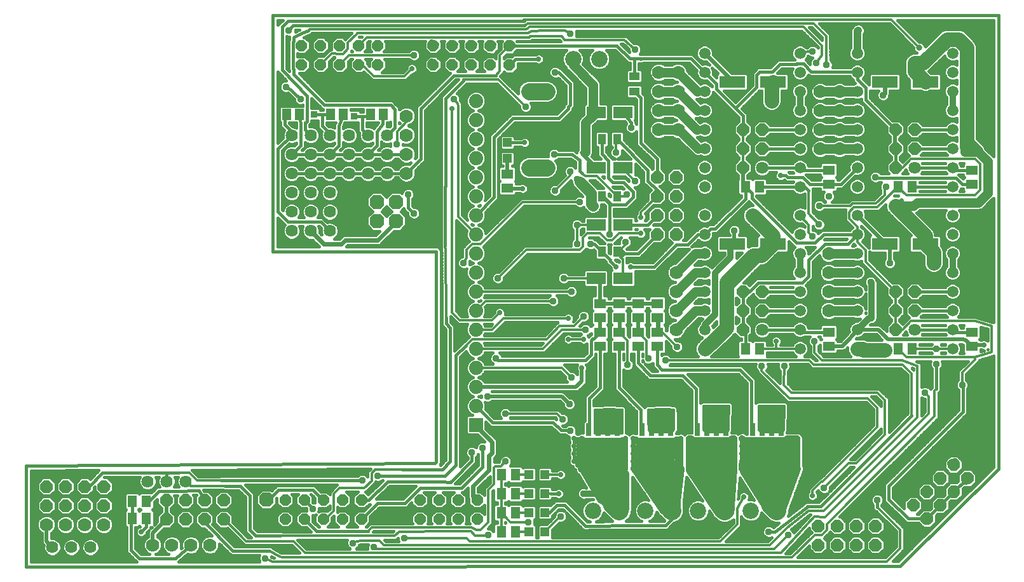
<source format=gtl>
G75*
%MOIN*%
%OFA0B0*%
%FSLAX25Y25*%
%IPPOS*%
%LPD*%
%AMOC8*
5,1,8,0,0,1.08239X$1,22.5*
%
%ADD10C,0.01600*%
%ADD11C,0.01200*%
%ADD12OC8,0.05943*%
%ADD13R,0.07400X0.07400*%
%ADD14C,0.07400*%
%ADD15C,0.05943*%
%ADD16C,0.07000*%
%ADD17C,0.06400*%
%ADD18OC8,0.06400*%
%ADD19C,0.08600*%
%ADD20R,0.13780X0.06299*%
%ADD21R,0.05118X0.06299*%
%ADD22R,0.06299X0.05118*%
%ADD23R,0.04724X0.04724*%
%ADD24R,0.10236X0.06299*%
%ADD25R,0.04331X0.05512*%
%ADD26R,0.05512X0.04331*%
%ADD27OC8,0.06600*%
%ADD28R,0.05118X0.05906*%
%ADD29C,0.01189*%
%ADD30C,0.09055*%
%ADD31OC8,0.07600*%
%ADD32C,0.01320*%
%ADD33R,0.02756X0.06693*%
%ADD34R,0.17323X0.18504*%
%ADD35C,0.03200*%
%ADD36C,0.05000*%
%ADD37C,0.02400*%
%ADD38C,0.03762*%
%ADD39C,0.02778*%
%ADD40C,0.02000*%
%ADD41C,0.05600*%
%ADD42C,0.04000*%
%ADD43C,0.07500*%
%ADD44C,0.10000*%
%ADD45C,0.03172*%
%ADD46R,0.03762X0.03762*%
%ADD47C,0.00600*%
D10*
X0002800Y0040700D02*
X0461300Y0041000D01*
X0464300Y0044000D01*
X0512800Y0092000D01*
X0512800Y0330000D01*
X0218800Y0330000D01*
X0218700Y0330000D02*
X0132300Y0330000D01*
X0132300Y0206000D01*
X0217900Y0206000D01*
X0217900Y0095600D01*
X0217200Y0094800D02*
X0002800Y0093500D01*
X0002800Y0040700D01*
X0005400Y0043302D02*
X0005400Y0090916D01*
X0040967Y0091131D01*
X0040688Y0090853D01*
X0036462Y0086626D01*
X0035588Y0087500D01*
X0031612Y0087500D01*
X0028800Y0084688D01*
X0028800Y0080712D01*
X0031612Y0077900D01*
X0035588Y0077900D01*
X0038400Y0080712D01*
X0038400Y0082059D01*
X0038800Y0082459D01*
X0038800Y0080712D01*
X0041612Y0077900D01*
X0045588Y0077900D01*
X0048400Y0080712D01*
X0048400Y0081943D01*
X0048691Y0082307D01*
X0048481Y0084201D01*
X0048400Y0084265D01*
X0048400Y0084688D01*
X0045588Y0087500D01*
X0043841Y0087500D01*
X0043941Y0087600D01*
X0062524Y0087600D01*
X0062000Y0086335D01*
X0062000Y0084465D01*
X0062716Y0082738D01*
X0064038Y0081416D01*
X0065765Y0080700D01*
X0067635Y0080700D01*
X0069362Y0081416D01*
X0070684Y0082738D01*
X0071400Y0084465D01*
X0071400Y0086335D01*
X0070876Y0087600D01*
X0072524Y0087600D01*
X0072000Y0086335D01*
X0072000Y0084465D01*
X0072716Y0082738D01*
X0072853Y0082600D01*
X0071601Y0082600D01*
X0068651Y0079650D01*
X0062860Y0079650D01*
X0062300Y0079090D01*
X0061740Y0079650D01*
X0055379Y0079650D01*
X0054501Y0078771D01*
X0054501Y0071229D01*
X0055230Y0070500D01*
X0054501Y0069771D01*
X0054501Y0062229D01*
X0055379Y0061350D01*
X0055688Y0061350D01*
X0055688Y0050403D01*
X0055619Y0050334D01*
X0055619Y0048428D01*
X0055688Y0048359D01*
X0057036Y0047012D01*
X0060000Y0044047D01*
X0060709Y0043338D01*
X0005400Y0043302D01*
X0005400Y0044000D02*
X0060047Y0044000D01*
X0058449Y0045599D02*
X0005400Y0045599D01*
X0005400Y0047197D02*
X0013656Y0047197D01*
X0014038Y0046816D02*
X0015765Y0046100D01*
X0017635Y0046100D01*
X0019362Y0046816D01*
X0020684Y0048138D01*
X0021400Y0049865D01*
X0021400Y0051735D01*
X0020684Y0053462D01*
X0019362Y0054784D01*
X0017635Y0055500D01*
X0016050Y0055500D01*
X0016050Y0058274D01*
X0016382Y0058411D01*
X0017789Y0059818D01*
X0018550Y0061655D01*
X0019311Y0059818D01*
X0020718Y0058411D01*
X0022555Y0057650D01*
X0024545Y0057650D01*
X0026382Y0058411D01*
X0027789Y0059818D01*
X0028550Y0061655D01*
X0029311Y0059818D01*
X0030718Y0058411D01*
X0032555Y0057650D01*
X0034545Y0057650D01*
X0036382Y0058411D01*
X0037789Y0059818D01*
X0038550Y0061655D01*
X0039311Y0059818D01*
X0040718Y0058411D01*
X0042555Y0057650D01*
X0044545Y0057650D01*
X0046382Y0058411D01*
X0047789Y0059818D01*
X0048550Y0061655D01*
X0048550Y0063645D01*
X0047789Y0065482D01*
X0046382Y0066889D01*
X0044545Y0067650D01*
X0042555Y0067650D01*
X0040718Y0066889D01*
X0039311Y0065482D01*
X0038550Y0063645D01*
X0038550Y0061655D01*
X0038550Y0063645D01*
X0037789Y0065482D01*
X0036382Y0066889D01*
X0034545Y0067650D01*
X0032555Y0067650D01*
X0030718Y0066889D01*
X0029311Y0065482D01*
X0028550Y0063645D01*
X0028550Y0061655D01*
X0028550Y0063645D01*
X0027789Y0065482D01*
X0026382Y0066889D01*
X0024545Y0067650D01*
X0022555Y0067650D01*
X0020718Y0066889D01*
X0019311Y0065482D01*
X0018550Y0063645D01*
X0018550Y0061655D01*
X0018550Y0063645D01*
X0017789Y0065482D01*
X0016382Y0066889D01*
X0014545Y0067650D01*
X0012555Y0067650D01*
X0010718Y0066889D01*
X0009311Y0065482D01*
X0008550Y0063645D01*
X0008550Y0061655D01*
X0009311Y0059818D01*
X0010718Y0058411D01*
X0011050Y0058274D01*
X0011050Y0053453D01*
X0011431Y0052534D01*
X0012067Y0051897D01*
X0012000Y0051735D01*
X0012000Y0049865D01*
X0012716Y0048138D01*
X0014038Y0046816D01*
X0012443Y0048796D02*
X0005400Y0048796D01*
X0005400Y0050394D02*
X0012000Y0050394D01*
X0011972Y0051993D02*
X0005400Y0051993D01*
X0005400Y0053591D02*
X0011050Y0053591D01*
X0011050Y0055190D02*
X0005400Y0055190D01*
X0005400Y0056788D02*
X0011050Y0056788D01*
X0010777Y0058387D02*
X0005400Y0058387D01*
X0005400Y0059985D02*
X0009242Y0059985D01*
X0008580Y0061584D02*
X0005400Y0061584D01*
X0005400Y0063182D02*
X0008550Y0063182D01*
X0009021Y0064781D02*
X0005400Y0064781D01*
X0005400Y0066379D02*
X0010208Y0066379D01*
X0011612Y0067900D02*
X0015588Y0067900D01*
X0018400Y0070712D01*
X0018400Y0074688D01*
X0015588Y0077500D01*
X0011612Y0077500D01*
X0008800Y0074688D01*
X0008800Y0070712D01*
X0011612Y0067900D01*
X0011534Y0067978D02*
X0005400Y0067978D01*
X0005400Y0069576D02*
X0009936Y0069576D01*
X0008800Y0071175D02*
X0005400Y0071175D01*
X0005400Y0072773D02*
X0008800Y0072773D01*
X0008800Y0074372D02*
X0005400Y0074372D01*
X0005400Y0075970D02*
X0010082Y0075970D01*
X0011612Y0077900D02*
X0015588Y0077900D01*
X0018400Y0080712D01*
X0018400Y0084688D01*
X0015588Y0087500D01*
X0011612Y0087500D01*
X0008800Y0084688D01*
X0008800Y0080712D01*
X0011612Y0077900D01*
X0010345Y0079167D02*
X0005400Y0079167D01*
X0005400Y0077569D02*
X0054501Y0077569D01*
X0054501Y0075970D02*
X0047118Y0075970D01*
X0048400Y0074688D02*
X0045588Y0077500D01*
X0041612Y0077500D01*
X0038800Y0074688D01*
X0038800Y0070712D01*
X0041612Y0067900D01*
X0045588Y0067900D01*
X0048400Y0070712D01*
X0048400Y0074688D01*
X0048400Y0074372D02*
X0054501Y0074372D01*
X0054501Y0072773D02*
X0048400Y0072773D01*
X0048400Y0071175D02*
X0054555Y0071175D01*
X0054501Y0069576D02*
X0047264Y0069576D01*
X0045666Y0067978D02*
X0054501Y0067978D01*
X0054501Y0066379D02*
X0046892Y0066379D01*
X0048079Y0064781D02*
X0054501Y0064781D01*
X0054501Y0063182D02*
X0048550Y0063182D01*
X0048520Y0061584D02*
X0055146Y0061584D01*
X0055688Y0059985D02*
X0047858Y0059985D01*
X0046323Y0058387D02*
X0055688Y0058387D01*
X0055688Y0056788D02*
X0016050Y0056788D01*
X0016323Y0058387D02*
X0020777Y0058387D01*
X0019242Y0059985D02*
X0017858Y0059985D01*
X0018520Y0061584D02*
X0018580Y0061584D01*
X0018550Y0063182D02*
X0018550Y0063182D01*
X0018079Y0064781D02*
X0019021Y0064781D01*
X0020208Y0066379D02*
X0016892Y0066379D01*
X0015666Y0067978D02*
X0021534Y0067978D01*
X0021612Y0067900D02*
X0025588Y0067900D01*
X0028400Y0070712D01*
X0028400Y0074688D01*
X0025588Y0077500D01*
X0021612Y0077500D01*
X0018800Y0074688D01*
X0018800Y0070712D01*
X0021612Y0067900D01*
X0019936Y0069576D02*
X0017264Y0069576D01*
X0018400Y0071175D02*
X0018800Y0071175D01*
X0018800Y0072773D02*
X0018400Y0072773D01*
X0018400Y0074372D02*
X0018800Y0074372D01*
X0020082Y0075970D02*
X0017118Y0075970D01*
X0016855Y0079167D02*
X0020345Y0079167D01*
X0021612Y0077900D02*
X0018800Y0080712D01*
X0018800Y0084688D01*
X0021612Y0087500D01*
X0025588Y0087500D01*
X0028400Y0084688D01*
X0028400Y0080712D01*
X0025588Y0077900D01*
X0021612Y0077900D01*
X0018800Y0080766D02*
X0018400Y0080766D01*
X0018400Y0082364D02*
X0018800Y0082364D01*
X0018800Y0083963D02*
X0018400Y0083963D01*
X0017527Y0085561D02*
X0019673Y0085561D01*
X0021272Y0087160D02*
X0015928Y0087160D01*
X0011272Y0087160D02*
X0005400Y0087160D01*
X0005400Y0088758D02*
X0038594Y0088758D01*
X0036995Y0087160D02*
X0035928Y0087160D01*
X0035788Y0082700D02*
X0042988Y0089900D01*
X0064553Y0089900D01*
X0064753Y0090100D01*
X0068647Y0090100D01*
X0068847Y0089900D01*
X0077203Y0089900D01*
X0076700Y0089397D01*
X0076700Y0085400D01*
X0072342Y0087160D02*
X0071058Y0087160D01*
X0071400Y0085561D02*
X0072000Y0085561D01*
X0072208Y0083963D02*
X0071192Y0083963D01*
X0071366Y0082364D02*
X0070311Y0082364D01*
X0069767Y0080766D02*
X0067794Y0080766D01*
X0065606Y0080766D02*
X0048400Y0080766D01*
X0048685Y0082364D02*
X0063089Y0082364D01*
X0062208Y0083963D02*
X0048507Y0083963D01*
X0047527Y0085561D02*
X0062000Y0085561D01*
X0062342Y0087160D02*
X0045928Y0087160D01*
X0040192Y0090357D02*
X0005400Y0090357D01*
X0005400Y0085561D02*
X0009673Y0085561D01*
X0008800Y0083963D02*
X0005400Y0083963D01*
X0005400Y0082364D02*
X0008800Y0082364D01*
X0008800Y0080766D02*
X0005400Y0080766D01*
X0025928Y0087160D02*
X0031272Y0087160D01*
X0029673Y0085561D02*
X0027527Y0085561D01*
X0028400Y0083963D02*
X0028800Y0083963D01*
X0028800Y0082364D02*
X0028400Y0082364D01*
X0028400Y0080766D02*
X0028800Y0080766D01*
X0030345Y0079167D02*
X0026855Y0079167D01*
X0027118Y0075970D02*
X0030082Y0075970D01*
X0028800Y0074688D02*
X0028800Y0070712D01*
X0031612Y0067900D01*
X0035588Y0067900D01*
X0038400Y0070712D01*
X0038400Y0074688D01*
X0035588Y0077500D01*
X0031612Y0077500D01*
X0028800Y0074688D01*
X0028800Y0074372D02*
X0028400Y0074372D01*
X0028400Y0072773D02*
X0028800Y0072773D01*
X0028800Y0071175D02*
X0028400Y0071175D01*
X0027264Y0069576D02*
X0029936Y0069576D01*
X0031534Y0067978D02*
X0025666Y0067978D01*
X0026892Y0066379D02*
X0030208Y0066379D01*
X0029021Y0064781D02*
X0028079Y0064781D01*
X0028550Y0063182D02*
X0028550Y0063182D01*
X0028520Y0061584D02*
X0028580Y0061584D01*
X0029242Y0059985D02*
X0027858Y0059985D01*
X0026323Y0058387D02*
X0030777Y0058387D01*
X0029362Y0054784D02*
X0027635Y0055500D01*
X0025765Y0055500D01*
X0024038Y0054784D01*
X0022716Y0053462D01*
X0022000Y0051735D01*
X0022000Y0049865D01*
X0022716Y0048138D01*
X0024038Y0046816D01*
X0025765Y0046100D01*
X0027635Y0046100D01*
X0029362Y0046816D01*
X0030684Y0048138D01*
X0031400Y0049865D01*
X0031400Y0051735D01*
X0030684Y0053462D01*
X0029362Y0054784D01*
X0028384Y0055190D02*
X0035016Y0055190D01*
X0035765Y0055500D02*
X0034038Y0054784D01*
X0032716Y0053462D01*
X0032000Y0051735D01*
X0032000Y0049865D01*
X0032716Y0048138D01*
X0034038Y0046816D01*
X0035765Y0046100D01*
X0037635Y0046100D01*
X0039362Y0046816D01*
X0040684Y0048138D01*
X0041400Y0049865D01*
X0041400Y0051735D01*
X0040684Y0053462D01*
X0039362Y0054784D01*
X0037635Y0055500D01*
X0035765Y0055500D01*
X0038384Y0055190D02*
X0055688Y0055190D01*
X0055688Y0053591D02*
X0040556Y0053591D01*
X0041293Y0051993D02*
X0055688Y0051993D01*
X0055679Y0050394D02*
X0041400Y0050394D01*
X0040957Y0048796D02*
X0055619Y0048796D01*
X0056850Y0047197D02*
X0039744Y0047197D01*
X0033656Y0047197D02*
X0029744Y0047197D01*
X0030957Y0048796D02*
X0032443Y0048796D01*
X0032000Y0050394D02*
X0031400Y0050394D01*
X0031293Y0051993D02*
X0032107Y0051993D01*
X0032844Y0053591D02*
X0030556Y0053591D01*
X0025016Y0055190D02*
X0018384Y0055190D01*
X0020556Y0053591D02*
X0022844Y0053591D01*
X0022107Y0051993D02*
X0021293Y0051993D01*
X0021400Y0050394D02*
X0022000Y0050394D01*
X0022443Y0048796D02*
X0020957Y0048796D01*
X0019744Y0047197D02*
X0023656Y0047197D01*
X0036323Y0058387D02*
X0040777Y0058387D01*
X0039242Y0059985D02*
X0037858Y0059985D01*
X0038520Y0061584D02*
X0038580Y0061584D01*
X0038550Y0063182D02*
X0038550Y0063182D01*
X0038079Y0064781D02*
X0039021Y0064781D01*
X0040208Y0066379D02*
X0036892Y0066379D01*
X0035666Y0067978D02*
X0041534Y0067978D01*
X0039936Y0069576D02*
X0037264Y0069576D01*
X0038400Y0071175D02*
X0038800Y0071175D01*
X0038800Y0072773D02*
X0038400Y0072773D01*
X0038400Y0074372D02*
X0038800Y0074372D01*
X0040082Y0075970D02*
X0037118Y0075970D01*
X0036855Y0079167D02*
X0040345Y0079167D01*
X0038800Y0080766D02*
X0038400Y0080766D01*
X0038705Y0082364D02*
X0038800Y0082364D01*
X0035788Y0082700D02*
X0034300Y0082700D01*
X0043600Y0082700D02*
X0046300Y0083000D01*
X0046855Y0079167D02*
X0054897Y0079167D01*
X0058560Y0075000D02*
X0058560Y0066000D01*
X0057988Y0066000D01*
X0057988Y0049312D01*
X0057919Y0049381D01*
X0057988Y0049312D02*
X0062300Y0045000D01*
X0081371Y0045000D01*
X0089371Y0052000D01*
X0089300Y0052000D01*
X0094300Y0051993D02*
X0094300Y0051993D01*
X0094300Y0051005D02*
X0093539Y0049168D01*
X0092132Y0047761D01*
X0090295Y0047000D01*
X0088305Y0047000D01*
X0087521Y0047325D01*
X0082981Y0043352D01*
X0125311Y0043380D01*
X0124919Y0044327D01*
X0124919Y0045673D01*
X0125344Y0046700D01*
X0110347Y0046700D01*
X0109000Y0048047D01*
X0104300Y0052747D01*
X0104300Y0051005D01*
X0103539Y0049168D01*
X0102132Y0047761D01*
X0100295Y0047000D01*
X0098305Y0047000D01*
X0096468Y0047761D01*
X0095061Y0049168D01*
X0094300Y0051005D01*
X0094300Y0052995D01*
X0095061Y0054832D01*
X0096468Y0056239D01*
X0098305Y0057000D01*
X0100047Y0057000D01*
X0096347Y0060700D01*
X0094412Y0060700D01*
X0091600Y0063512D01*
X0091600Y0067488D01*
X0094412Y0070300D01*
X0098388Y0070300D01*
X0101200Y0067488D01*
X0101200Y0063512D01*
X0100620Y0062932D01*
X0112253Y0051300D01*
X0131530Y0051300D01*
X0132617Y0050213D01*
X0136491Y0048010D01*
X0137393Y0047859D01*
X0146267Y0047850D01*
X0142217Y0051900D01*
X0117430Y0051900D01*
X0108509Y0060821D01*
X0108388Y0060700D01*
X0104412Y0060700D01*
X0101600Y0063512D01*
X0101600Y0067488D01*
X0104412Y0070300D01*
X0108388Y0070300D01*
X0111200Y0067488D01*
X0111200Y0064070D01*
X0119170Y0056100D01*
X0120947Y0056100D01*
X0118000Y0059047D01*
X0118000Y0077047D01*
X0114347Y0080700D01*
X0106347Y0080700D01*
X0106147Y0080900D01*
X0096002Y0080900D01*
X0096339Y0080300D01*
X0098388Y0080300D01*
X0101200Y0077488D01*
X0101200Y0073512D01*
X0098388Y0070700D01*
X0094412Y0070700D01*
X0091600Y0073512D01*
X0091600Y0077488D01*
X0092268Y0078156D01*
X0092255Y0078179D01*
X0090536Y0078152D01*
X0091200Y0077488D01*
X0091200Y0073512D01*
X0088388Y0070700D01*
X0084412Y0070700D01*
X0081600Y0073512D01*
X0081600Y0077488D01*
X0082133Y0078021D01*
X0081756Y0078015D01*
X0081741Y0078000D01*
X0080806Y0078000D01*
X0080690Y0077998D01*
X0081200Y0077488D01*
X0081200Y0073512D01*
X0078900Y0071212D01*
X0078900Y0069788D01*
X0081200Y0067488D01*
X0081200Y0063512D01*
X0078388Y0060700D01*
X0075136Y0060700D01*
X0071800Y0057364D01*
X0071800Y0056376D01*
X0072132Y0056239D01*
X0073539Y0054832D01*
X0074300Y0052995D01*
X0074300Y0051005D01*
X0073539Y0049168D01*
X0072132Y0047761D01*
X0071019Y0047300D01*
X0077581Y0047300D01*
X0076468Y0047761D01*
X0075061Y0049168D01*
X0074300Y0051005D01*
X0074300Y0052995D01*
X0075061Y0054832D01*
X0076468Y0056239D01*
X0078305Y0057000D01*
X0080295Y0057000D01*
X0082132Y0056239D01*
X0083539Y0054832D01*
X0084300Y0052995D01*
X0084300Y0051005D01*
X0084049Y0050399D01*
X0084418Y0050722D01*
X0084300Y0051005D01*
X0084300Y0052995D01*
X0085061Y0054832D01*
X0086468Y0056239D01*
X0088305Y0057000D01*
X0090295Y0057000D01*
X0092132Y0056239D01*
X0093539Y0054832D01*
X0094300Y0052995D01*
X0094300Y0051005D01*
X0094047Y0050394D02*
X0094553Y0050394D01*
X0095433Y0048796D02*
X0093167Y0048796D01*
X0090770Y0047197D02*
X0097830Y0047197D01*
X0100770Y0047197D02*
X0109850Y0047197D01*
X0108252Y0048796D02*
X0103167Y0048796D01*
X0104047Y0050394D02*
X0106653Y0050394D01*
X0105055Y0051993D02*
X0104300Y0051993D01*
X0108363Y0055190D02*
X0114141Y0055190D01*
X0115739Y0053591D02*
X0109962Y0053591D01*
X0111560Y0051993D02*
X0117338Y0051993D01*
X0111300Y0049000D02*
X0130577Y0049000D01*
X0130677Y0048900D01*
X0132436Y0050394D02*
X0143723Y0050394D01*
X0145321Y0048796D02*
X0135109Y0048796D01*
X0132786Y0045285D02*
X0132589Y0045285D01*
X0131658Y0045728D01*
X0131551Y0045988D01*
X0132786Y0045285D01*
X0132235Y0045599D02*
X0131930Y0045599D01*
X0124919Y0045599D02*
X0085548Y0045599D01*
X0087375Y0047197D02*
X0087830Y0047197D01*
X0083721Y0044000D02*
X0125055Y0044000D01*
X0111300Y0049000D02*
X0096400Y0063900D01*
X0096400Y0065500D01*
X0096012Y0063500D01*
X0093528Y0061584D02*
X0089272Y0061584D01*
X0088388Y0060700D02*
X0091200Y0063512D01*
X0091200Y0067488D01*
X0088388Y0070300D01*
X0084412Y0070300D01*
X0081600Y0067488D01*
X0081600Y0063512D01*
X0084412Y0060700D01*
X0088388Y0060700D01*
X0090870Y0063182D02*
X0091930Y0063182D01*
X0091600Y0064781D02*
X0091200Y0064781D01*
X0091200Y0066379D02*
X0091600Y0066379D01*
X0092089Y0067978D02*
X0090711Y0067978D01*
X0089112Y0069576D02*
X0093688Y0069576D01*
X0093937Y0071175D02*
X0088863Y0071175D01*
X0090461Y0072773D02*
X0092339Y0072773D01*
X0091600Y0074372D02*
X0091200Y0074372D01*
X0091200Y0075970D02*
X0091600Y0075970D01*
X0091681Y0077569D02*
X0091119Y0077569D01*
X0093588Y0080500D02*
X0080788Y0080300D01*
X0072554Y0080300D01*
X0067254Y0075000D01*
X0066040Y0075000D01*
X0070099Y0074592D02*
X0070099Y0071229D01*
X0069370Y0070500D01*
X0070099Y0069771D01*
X0070099Y0062735D01*
X0071600Y0064236D01*
X0071600Y0067488D01*
X0073900Y0069788D01*
X0073900Y0071212D01*
X0071600Y0073512D01*
X0071600Y0076093D01*
X0070099Y0074592D01*
X0070099Y0074372D02*
X0071600Y0074372D01*
X0071600Y0075970D02*
X0071477Y0075970D01*
X0072339Y0072773D02*
X0070099Y0072773D01*
X0070045Y0071175D02*
X0073900Y0071175D01*
X0073688Y0069576D02*
X0070099Y0069576D01*
X0070099Y0067978D02*
X0072089Y0067978D01*
X0071600Y0066379D02*
X0070099Y0066379D01*
X0070099Y0064781D02*
X0071600Y0064781D01*
X0070547Y0063182D02*
X0070099Y0063182D01*
X0068715Y0061350D02*
X0068340Y0060976D01*
X0068340Y0061350D01*
X0068715Y0061350D01*
X0067048Y0059495D02*
X0066800Y0058897D01*
X0066800Y0056376D01*
X0066468Y0056239D01*
X0065061Y0054832D01*
X0064300Y0052995D01*
X0064300Y0051005D01*
X0065061Y0049168D01*
X0066468Y0047761D01*
X0067581Y0047300D01*
X0063253Y0047300D01*
X0060288Y0050264D01*
X0060288Y0061350D01*
X0061565Y0061350D01*
X0060851Y0060636D01*
X0060411Y0059575D01*
X0060411Y0058425D01*
X0060851Y0057364D01*
X0061664Y0056551D01*
X0062725Y0056111D01*
X0063875Y0056111D01*
X0064936Y0056551D01*
X0065749Y0057364D01*
X0066189Y0058425D01*
X0066189Y0058636D01*
X0067048Y0059495D01*
X0066800Y0058387D02*
X0066173Y0058387D01*
X0066800Y0056788D02*
X0065174Y0056788D01*
X0065419Y0055190D02*
X0060288Y0055190D01*
X0060288Y0056788D02*
X0061426Y0056788D01*
X0060427Y0058387D02*
X0060288Y0058387D01*
X0060288Y0059985D02*
X0060581Y0059985D01*
X0061963Y0061573D02*
X0062300Y0061910D01*
X0062440Y0061771D01*
X0061963Y0061573D01*
X0061973Y0061584D02*
X0061988Y0061584D01*
X0063300Y0059000D02*
X0066040Y0061740D01*
X0066040Y0066000D01*
X0074421Y0059985D02*
X0097062Y0059985D01*
X0098661Y0058387D02*
X0072822Y0058387D01*
X0071800Y0056788D02*
X0077794Y0056788D01*
X0075419Y0055190D02*
X0073181Y0055190D01*
X0074053Y0053591D02*
X0074547Y0053591D01*
X0074300Y0051993D02*
X0074300Y0051993D01*
X0074047Y0050394D02*
X0074553Y0050394D01*
X0075433Y0048796D02*
X0073167Y0048796D01*
X0065433Y0048796D02*
X0061757Y0048796D01*
X0060288Y0050394D02*
X0064553Y0050394D01*
X0064300Y0051993D02*
X0060288Y0051993D01*
X0060288Y0053591D02*
X0064547Y0053591D01*
X0079272Y0061584D02*
X0083528Y0061584D01*
X0081930Y0063182D02*
X0080870Y0063182D01*
X0081200Y0064781D02*
X0081600Y0064781D01*
X0081600Y0066379D02*
X0081200Y0066379D01*
X0080711Y0067978D02*
X0082089Y0067978D01*
X0083688Y0069576D02*
X0079112Y0069576D01*
X0078900Y0071175D02*
X0083937Y0071175D01*
X0082339Y0072773D02*
X0080461Y0072773D01*
X0081200Y0074372D02*
X0081600Y0074372D01*
X0081600Y0075970D02*
X0081200Y0075970D01*
X0081119Y0077569D02*
X0081681Y0077569D01*
X0080771Y0082600D02*
X0080547Y0082600D01*
X0080684Y0082738D01*
X0081400Y0084465D01*
X0081400Y0086335D01*
X0080876Y0087600D01*
X0082524Y0087600D01*
X0082000Y0086335D01*
X0082000Y0084465D01*
X0082716Y0082738D01*
X0082821Y0082632D01*
X0080771Y0082600D01*
X0081192Y0083963D02*
X0082208Y0083963D01*
X0082000Y0085561D02*
X0081400Y0085561D01*
X0081058Y0087160D02*
X0082342Y0087160D01*
X0082743Y0089900D02*
X0077203Y0089900D01*
X0090005Y0091429D02*
X0183427Y0091995D01*
X0182019Y0090588D01*
X0182019Y0088063D01*
X0181215Y0088866D01*
X0179973Y0089381D01*
X0178627Y0089381D01*
X0177385Y0088866D01*
X0176818Y0088300D01*
X0104347Y0088300D01*
X0104147Y0088100D01*
X0093334Y0088100D01*
X0090664Y0090770D01*
X0090005Y0091429D01*
X0091077Y0090357D02*
X0182019Y0090357D01*
X0182019Y0088758D02*
X0181323Y0088758D01*
X0179300Y0086000D02*
X0105300Y0086000D01*
X0107300Y0083000D02*
X0115300Y0083000D01*
X0120300Y0078000D01*
X0120300Y0060000D01*
X0123300Y0057000D01*
X0136100Y0057000D01*
X0136300Y0056800D01*
X0137453Y0058900D02*
X0137053Y0059300D01*
X0124253Y0059300D01*
X0122600Y0060953D01*
X0122600Y0078953D01*
X0121253Y0080300D01*
X0117853Y0083700D01*
X0166030Y0083700D01*
X0165200Y0082870D01*
X0162093Y0079763D01*
X0162093Y0078656D01*
X0160652Y0080097D01*
X0157456Y0080097D01*
X0154253Y0083300D01*
X0134347Y0083300D01*
X0133847Y0082800D01*
X0131621Y0080574D01*
X0131095Y0081100D01*
X0126705Y0081100D01*
X0123600Y0077995D01*
X0123600Y0073605D01*
X0126705Y0070500D01*
X0131095Y0070500D01*
X0134200Y0073605D01*
X0134200Y0076647D01*
X0134328Y0076776D01*
X0134328Y0073773D01*
X0136948Y0071154D01*
X0140652Y0071154D01*
X0143272Y0073773D01*
X0143272Y0077477D01*
X0142049Y0078700D01*
X0145551Y0078700D01*
X0144328Y0077477D01*
X0144328Y0073773D01*
X0146948Y0071154D01*
X0149919Y0071154D01*
X0149919Y0070327D01*
X0150014Y0070097D01*
X0146948Y0070097D01*
X0144328Y0067477D01*
X0144328Y0063773D01*
X0146948Y0061154D01*
X0150019Y0061154D01*
X0152273Y0058900D01*
X0137453Y0058900D01*
X0136948Y0061154D02*
X0140652Y0061154D01*
X0143272Y0063773D01*
X0143272Y0067477D01*
X0140652Y0070097D01*
X0136948Y0070097D01*
X0134328Y0067477D01*
X0134328Y0063773D01*
X0136948Y0061154D01*
X0136518Y0061584D02*
X0122600Y0061584D01*
X0122600Y0063182D02*
X0134919Y0063182D01*
X0134328Y0064781D02*
X0122600Y0064781D01*
X0122600Y0066379D02*
X0134328Y0066379D01*
X0134829Y0067978D02*
X0122600Y0067978D01*
X0122600Y0069576D02*
X0136427Y0069576D01*
X0136927Y0071175D02*
X0131770Y0071175D01*
X0133369Y0072773D02*
X0135328Y0072773D01*
X0134328Y0074372D02*
X0134200Y0074372D01*
X0134200Y0075970D02*
X0134328Y0075970D01*
X0130100Y0075800D02*
X0134800Y0080500D01*
X0135300Y0081000D02*
X0153300Y0081000D01*
X0158675Y0075625D01*
X0158800Y0075625D01*
X0162093Y0072594D02*
X0160652Y0071154D01*
X0156948Y0071154D01*
X0156681Y0071420D01*
X0156681Y0070327D01*
X0156329Y0069478D01*
X0156948Y0070097D01*
X0160652Y0070097D01*
X0160933Y0069816D01*
X0162093Y0070977D01*
X0162093Y0072594D01*
X0162093Y0071175D02*
X0160673Y0071175D01*
X0156927Y0071175D02*
X0156681Y0071175D01*
X0156427Y0069576D02*
X0156370Y0069576D01*
X0154822Y0067971D02*
X0154328Y0067477D01*
X0154328Y0063773D01*
X0156501Y0061600D01*
X0156078Y0061600D01*
X0153272Y0064406D01*
X0153272Y0067477D01*
X0153130Y0067619D01*
X0153973Y0067619D01*
X0154822Y0067971D01*
X0154328Y0066379D02*
X0153272Y0066379D01*
X0153272Y0064781D02*
X0154328Y0064781D01*
X0154496Y0063182D02*
X0154919Y0063182D01*
X0155125Y0059300D02*
X0148800Y0065625D01*
X0144328Y0066379D02*
X0143272Y0066379D01*
X0143272Y0064781D02*
X0144328Y0064781D01*
X0144919Y0063182D02*
X0142681Y0063182D01*
X0141082Y0061584D02*
X0146518Y0061584D01*
X0151187Y0059985D02*
X0123568Y0059985D01*
X0120259Y0056788D02*
X0118482Y0056788D01*
X0118661Y0058387D02*
X0116883Y0058387D01*
X0118000Y0059985D02*
X0115285Y0059985D01*
X0113686Y0061584D02*
X0118000Y0061584D01*
X0118000Y0063182D02*
X0112088Y0063182D01*
X0111200Y0064781D02*
X0118000Y0064781D01*
X0118000Y0066379D02*
X0111200Y0066379D01*
X0110711Y0067978D02*
X0118000Y0067978D01*
X0118000Y0069576D02*
X0109112Y0069576D01*
X0108388Y0070700D02*
X0104412Y0070700D01*
X0101600Y0073512D01*
X0101600Y0077488D01*
X0104412Y0080300D01*
X0108388Y0080300D01*
X0111200Y0077488D01*
X0111200Y0073512D01*
X0108388Y0070700D01*
X0108863Y0071175D02*
X0118000Y0071175D01*
X0118000Y0072773D02*
X0110461Y0072773D01*
X0111200Y0074372D02*
X0118000Y0074372D01*
X0118000Y0075970D02*
X0111200Y0075970D01*
X0111119Y0077569D02*
X0117479Y0077569D01*
X0115880Y0079167D02*
X0109521Y0079167D01*
X0106282Y0080766D02*
X0096078Y0080766D01*
X0093588Y0080500D02*
X0096400Y0075500D01*
X0099521Y0079167D02*
X0103279Y0079167D01*
X0101681Y0077569D02*
X0101119Y0077569D01*
X0101200Y0075970D02*
X0101600Y0075970D01*
X0101600Y0074372D02*
X0101200Y0074372D01*
X0100461Y0072773D02*
X0102339Y0072773D01*
X0103937Y0071175D02*
X0098863Y0071175D01*
X0099112Y0069576D02*
X0103688Y0069576D01*
X0102089Y0067978D02*
X0100711Y0067978D01*
X0101200Y0066379D02*
X0101600Y0066379D01*
X0101600Y0064781D02*
X0101200Y0064781D01*
X0100870Y0063182D02*
X0101930Y0063182D01*
X0101969Y0061584D02*
X0103528Y0061584D01*
X0103568Y0059985D02*
X0109345Y0059985D01*
X0110944Y0058387D02*
X0105166Y0058387D01*
X0106765Y0056788D02*
X0112542Y0056788D01*
X0097794Y0056788D02*
X0090806Y0056788D01*
X0093181Y0055190D02*
X0095419Y0055190D01*
X0094547Y0053591D02*
X0094053Y0053591D01*
X0087794Y0056788D02*
X0080806Y0056788D01*
X0083181Y0055190D02*
X0085419Y0055190D01*
X0084547Y0053591D02*
X0084053Y0053591D01*
X0084300Y0051993D02*
X0084300Y0051993D01*
X0062710Y0070500D02*
X0062300Y0070090D01*
X0061890Y0070500D01*
X0062300Y0070910D01*
X0062710Y0070500D01*
X0062377Y0079167D02*
X0062223Y0079167D01*
X0092675Y0088758D02*
X0177277Y0088758D01*
X0176857Y0091955D02*
X0183387Y0091955D01*
X0187300Y0088400D02*
X0222700Y0088400D01*
X0228300Y0094000D01*
X0228300Y0151571D01*
X0233493Y0156764D01*
X0232823Y0159064D02*
X0232540Y0159064D01*
X0227600Y0154124D01*
X0227600Y0166968D01*
X0225474Y0169094D01*
X0225474Y0171856D01*
X0228200Y0169130D01*
X0229430Y0167900D01*
X0234373Y0167900D01*
X0233600Y0166034D01*
X0233600Y0163966D01*
X0234392Y0162054D01*
X0235103Y0161344D01*
X0234629Y0160870D01*
X0234629Y0160870D01*
X0232823Y0159064D01*
X0232852Y0159093D02*
X0227600Y0159093D01*
X0227600Y0160691D02*
X0234450Y0160691D01*
X0234294Y0162290D02*
X0227600Y0162290D01*
X0227600Y0163888D02*
X0233632Y0163888D01*
X0233600Y0165487D02*
X0227600Y0165487D01*
X0227483Y0167085D02*
X0234035Y0167085D01*
X0234373Y0172100D02*
X0231170Y0172100D01*
X0228400Y0174870D01*
X0228400Y0222430D01*
X0228611Y0222219D01*
X0233950Y0216880D01*
X0233600Y0216034D01*
X0233600Y0213966D01*
X0234392Y0212054D01*
X0235103Y0211344D01*
X0234629Y0210870D01*
X0234629Y0210870D01*
X0232930Y0209171D01*
X0231700Y0207941D01*
X0231700Y0203381D01*
X0231627Y0203381D01*
X0230385Y0202866D01*
X0229434Y0201915D01*
X0228919Y0200673D01*
X0228919Y0199327D01*
X0229434Y0198085D01*
X0230385Y0197134D01*
X0231627Y0196619D01*
X0232973Y0196619D01*
X0234022Y0197054D01*
X0233600Y0196034D01*
X0233600Y0193966D01*
X0234392Y0192054D01*
X0235854Y0190592D01*
X0237283Y0190000D01*
X0235854Y0189408D01*
X0234392Y0187946D01*
X0233600Y0186034D01*
X0233600Y0183966D01*
X0234392Y0182054D01*
X0235854Y0180592D01*
X0237283Y0180000D01*
X0235854Y0179408D01*
X0234392Y0177946D01*
X0233600Y0176034D01*
X0233600Y0173966D01*
X0234373Y0172100D01*
X0233801Y0173479D02*
X0229790Y0173479D01*
X0228400Y0175078D02*
X0233600Y0175078D01*
X0233866Y0176676D02*
X0228400Y0176676D01*
X0228400Y0178275D02*
X0234721Y0178275D01*
X0236977Y0179873D02*
X0228400Y0179873D01*
X0228400Y0181472D02*
X0234974Y0181472D01*
X0233971Y0183070D02*
X0228400Y0183070D01*
X0228400Y0184669D02*
X0233600Y0184669D01*
X0233697Y0186268D02*
X0228400Y0186268D01*
X0228400Y0187866D02*
X0234359Y0187866D01*
X0235990Y0189465D02*
X0228400Y0189465D01*
X0228400Y0191063D02*
X0235383Y0191063D01*
X0234140Y0192662D02*
X0228400Y0192662D01*
X0228400Y0194260D02*
X0233600Y0194260D01*
X0233600Y0195859D02*
X0228400Y0195859D01*
X0228400Y0197457D02*
X0230061Y0197457D01*
X0229031Y0199056D02*
X0228400Y0199056D01*
X0228400Y0200654D02*
X0228919Y0200654D01*
X0228400Y0202253D02*
X0229771Y0202253D01*
X0228400Y0203851D02*
X0231700Y0203851D01*
X0231700Y0205450D02*
X0228400Y0205450D01*
X0228400Y0207048D02*
X0231700Y0207048D01*
X0232406Y0208647D02*
X0228400Y0208647D01*
X0228400Y0210245D02*
X0234004Y0210245D01*
X0232930Y0209171D02*
X0232930Y0209171D01*
X0234602Y0211844D02*
X0228400Y0211844D01*
X0228400Y0213442D02*
X0233817Y0213442D01*
X0233600Y0215041D02*
X0228400Y0215041D01*
X0228400Y0216639D02*
X0233851Y0216639D01*
X0232592Y0218238D02*
X0228400Y0218238D01*
X0228400Y0219836D02*
X0230994Y0219836D01*
X0229395Y0221435D02*
X0228400Y0221435D01*
X0232138Y0224632D02*
X0233600Y0224632D01*
X0233600Y0223966D02*
X0234163Y0222607D01*
X0231581Y0225189D01*
X0231581Y0281630D01*
X0231689Y0281776D01*
X0231581Y0282478D01*
X0231581Y0283188D01*
X0231453Y0283316D01*
X0231432Y0283450D01*
X0231530Y0283939D01*
X0231305Y0284276D01*
X0231244Y0284677D01*
X0230842Y0284972D01*
X0230652Y0285257D01*
X0230681Y0285327D01*
X0230681Y0286673D01*
X0230166Y0287915D01*
X0229215Y0288866D01*
X0228807Y0289036D01*
X0233871Y0294100D01*
X0249730Y0294100D01*
X0261419Y0282411D01*
X0261419Y0281327D01*
X0261934Y0280085D01*
X0262885Y0279134D01*
X0264127Y0278619D01*
X0265473Y0278619D01*
X0266715Y0279134D01*
X0267666Y0280085D01*
X0268181Y0281327D01*
X0268181Y0282673D01*
X0267666Y0283915D01*
X0267609Y0283972D01*
X0277027Y0283972D01*
X0279242Y0284890D01*
X0280937Y0286586D01*
X0281855Y0288801D01*
X0281855Y0291199D01*
X0280937Y0293414D01*
X0279242Y0295110D01*
X0277027Y0296028D01*
X0265573Y0296028D01*
X0263358Y0295110D01*
X0261663Y0293414D01*
X0260745Y0291199D01*
X0260745Y0289025D01*
X0252700Y0297070D01*
X0251701Y0298069D01*
X0252231Y0298599D01*
X0253461Y0299829D01*
X0253461Y0300354D01*
X0254398Y0299407D01*
X0258102Y0299388D01*
X0260735Y0301994D01*
X0260750Y0304700D01*
X0269901Y0304700D01*
X0270050Y0304551D01*
X0271112Y0304111D01*
X0272261Y0304111D01*
X0273323Y0304551D01*
X0274136Y0305364D01*
X0274576Y0306425D01*
X0274576Y0307575D01*
X0274136Y0308636D01*
X0273323Y0309449D01*
X0272261Y0309889D01*
X0271112Y0309889D01*
X0270050Y0309449D01*
X0269901Y0309300D01*
X0258452Y0309300D01*
X0257486Y0308335D01*
X0254445Y0308350D01*
X0253461Y0307377D01*
X0253461Y0308034D01*
X0254832Y0309405D01*
X0258155Y0309388D01*
X0260359Y0311569D01*
X0286080Y0311569D01*
X0284796Y0310285D01*
X0283913Y0308154D01*
X0283913Y0305846D01*
X0284796Y0303715D01*
X0286007Y0302504D01*
X0286322Y0301742D01*
X0287448Y0300617D01*
X0296300Y0291765D01*
X0296300Y0283650D01*
X0295974Y0283650D01*
X0295095Y0282771D01*
X0295095Y0278039D01*
X0293914Y0276857D01*
X0292788Y0275732D01*
X0292180Y0274262D01*
X0292180Y0259712D01*
X0292064Y0259434D01*
X0292047Y0259416D01*
X0291666Y0258497D01*
X0291666Y0258100D01*
X0290811Y0258742D01*
X0290253Y0259300D01*
X0290067Y0259300D01*
X0289918Y0259412D01*
X0289137Y0259300D01*
X0282282Y0259300D01*
X0281715Y0259866D01*
X0280473Y0260381D01*
X0279127Y0260381D01*
X0277885Y0259866D01*
X0276934Y0258915D01*
X0276419Y0257673D01*
X0276419Y0256327D01*
X0276543Y0256028D01*
X0265573Y0256028D01*
X0263358Y0255110D01*
X0261663Y0253414D01*
X0260745Y0251199D01*
X0260745Y0248801D01*
X0261663Y0246586D01*
X0263358Y0244890D01*
X0265573Y0243972D01*
X0277027Y0243972D01*
X0279242Y0244890D01*
X0280937Y0246586D01*
X0281855Y0248801D01*
X0281855Y0251199D01*
X0280937Y0253414D01*
X0280657Y0253695D01*
X0281715Y0254134D01*
X0282282Y0254700D01*
X0288533Y0254700D01*
X0291000Y0252850D01*
X0291000Y0250082D01*
X0290215Y0250866D01*
X0288973Y0251381D01*
X0287627Y0251381D01*
X0286385Y0250866D01*
X0285434Y0249915D01*
X0284919Y0248673D01*
X0284919Y0247327D01*
X0285428Y0246098D01*
X0280711Y0241381D01*
X0279627Y0241381D01*
X0278385Y0240866D01*
X0277434Y0239915D01*
X0276919Y0238673D01*
X0276919Y0237327D01*
X0277434Y0236085D01*
X0278385Y0235134D01*
X0279627Y0234619D01*
X0280973Y0234619D01*
X0282215Y0235134D01*
X0283166Y0236085D01*
X0283681Y0237327D01*
X0283681Y0238411D01*
X0288471Y0243201D01*
X0288750Y0242528D01*
X0288750Y0241895D01*
X0289405Y0240314D01*
X0294596Y0235123D01*
X0293973Y0235381D01*
X0292627Y0235381D01*
X0291385Y0234866D01*
X0290618Y0234100D01*
X0262430Y0234100D01*
X0244000Y0215670D01*
X0244000Y0216034D01*
X0243208Y0217946D01*
X0241746Y0219408D01*
X0240317Y0220000D01*
X0241746Y0220592D01*
X0243208Y0222054D01*
X0244000Y0223966D01*
X0244000Y0226034D01*
X0243733Y0226680D01*
X0249253Y0232200D01*
X0250600Y0233547D01*
X0250600Y0265047D01*
X0251438Y0265885D01*
X0251438Y0260150D01*
X0252316Y0259272D01*
X0258284Y0259272D01*
X0259162Y0260150D01*
X0259162Y0260834D01*
X0262514Y0260834D01*
X0262664Y0260685D01*
X0263725Y0260245D01*
X0264875Y0260245D01*
X0265936Y0260685D01*
X0266749Y0261497D01*
X0267189Y0262559D01*
X0267189Y0263709D01*
X0266749Y0264770D01*
X0265936Y0265583D01*
X0264875Y0266023D01*
X0263725Y0266023D01*
X0262664Y0265583D01*
X0262514Y0265434D01*
X0259162Y0265434D01*
X0259162Y0266117D01*
X0258284Y0266996D01*
X0252549Y0266996D01*
X0259253Y0273700D01*
X0283253Y0273700D01*
X0288253Y0278700D01*
X0289600Y0280047D01*
X0289600Y0281047D01*
X0290600Y0282047D01*
X0290600Y0294953D01*
X0284600Y0300953D01*
X0283253Y0302300D01*
X0282782Y0302300D01*
X0282215Y0302866D01*
X0280973Y0303381D01*
X0279627Y0303381D01*
X0278385Y0302866D01*
X0277434Y0301915D01*
X0276919Y0300673D01*
X0276919Y0299327D01*
X0277434Y0298085D01*
X0278385Y0297134D01*
X0279627Y0296619D01*
X0280973Y0296619D01*
X0282002Y0297045D01*
X0286000Y0293047D01*
X0286000Y0283953D01*
X0285000Y0282953D01*
X0285000Y0281953D01*
X0281347Y0278300D01*
X0257347Y0278300D01*
X0256000Y0276953D01*
X0247347Y0268300D01*
X0246000Y0266953D01*
X0246000Y0235453D01*
X0243637Y0233090D01*
X0244000Y0233966D01*
X0244000Y0236034D01*
X0243208Y0237946D01*
X0241746Y0239408D01*
X0240317Y0240000D01*
X0241746Y0240592D01*
X0243208Y0242054D01*
X0244000Y0243966D01*
X0244000Y0246034D01*
X0243208Y0247946D01*
X0241746Y0249408D01*
X0240317Y0250000D01*
X0241746Y0250592D01*
X0243208Y0252054D01*
X0244000Y0253966D01*
X0244000Y0256034D01*
X0243208Y0257946D01*
X0241746Y0259408D01*
X0240317Y0260000D01*
X0241746Y0260592D01*
X0243208Y0262054D01*
X0244000Y0263966D01*
X0244000Y0266034D01*
X0243208Y0267946D01*
X0241746Y0269408D01*
X0240317Y0270000D01*
X0241746Y0270592D01*
X0243208Y0272054D01*
X0244000Y0273966D01*
X0244000Y0276034D01*
X0243208Y0277946D01*
X0241746Y0279408D01*
X0240317Y0280000D01*
X0241746Y0280592D01*
X0243208Y0282054D01*
X0244000Y0283966D01*
X0244000Y0286034D01*
X0243208Y0287946D01*
X0241746Y0289408D01*
X0239834Y0290200D01*
X0237766Y0290200D01*
X0235854Y0289408D01*
X0234392Y0287946D01*
X0233600Y0286034D01*
X0233600Y0283966D01*
X0234392Y0282054D01*
X0235854Y0280592D01*
X0237283Y0280000D01*
X0235854Y0279408D01*
X0234392Y0277946D01*
X0233600Y0276034D01*
X0233600Y0273966D01*
X0234392Y0272054D01*
X0235854Y0270592D01*
X0237283Y0270000D01*
X0235854Y0269408D01*
X0234392Y0267946D01*
X0233600Y0266034D01*
X0233600Y0263966D01*
X0234392Y0262054D01*
X0235854Y0260592D01*
X0237283Y0260000D01*
X0235854Y0259408D01*
X0234392Y0257946D01*
X0233600Y0256034D01*
X0233600Y0253966D01*
X0234392Y0252054D01*
X0235854Y0250592D01*
X0237283Y0250000D01*
X0235854Y0249408D01*
X0234392Y0247946D01*
X0233600Y0246034D01*
X0233600Y0243966D01*
X0234392Y0242054D01*
X0235854Y0240592D01*
X0237283Y0240000D01*
X0235854Y0239408D01*
X0234392Y0237946D01*
X0233600Y0236034D01*
X0233600Y0233966D01*
X0234392Y0232054D01*
X0235854Y0230592D01*
X0237283Y0230000D01*
X0235854Y0229408D01*
X0234392Y0227946D01*
X0233600Y0226034D01*
X0233600Y0223966D01*
X0233737Y0223033D02*
X0233986Y0223033D01*
X0233681Y0226230D02*
X0231581Y0226230D01*
X0231581Y0227829D02*
X0234343Y0227829D01*
X0235900Y0229427D02*
X0231581Y0229427D01*
X0231581Y0231026D02*
X0235420Y0231026D01*
X0234156Y0232624D02*
X0231581Y0232624D01*
X0231581Y0234223D02*
X0233600Y0234223D01*
X0233600Y0235821D02*
X0231581Y0235821D01*
X0231581Y0237420D02*
X0234174Y0237420D01*
X0235464Y0239018D02*
X0231581Y0239018D01*
X0231581Y0240617D02*
X0235829Y0240617D01*
X0234325Y0242215D02*
X0231581Y0242215D01*
X0231581Y0243814D02*
X0233663Y0243814D01*
X0233600Y0245412D02*
X0231581Y0245412D01*
X0231581Y0247011D02*
X0234005Y0247011D01*
X0235056Y0248609D02*
X0231581Y0248609D01*
X0231581Y0250208D02*
X0236781Y0250208D01*
X0234640Y0251806D02*
X0231581Y0251806D01*
X0231581Y0253405D02*
X0233832Y0253405D01*
X0233600Y0255003D02*
X0231581Y0255003D01*
X0231581Y0256602D02*
X0233835Y0256602D01*
X0234647Y0258201D02*
X0231581Y0258201D01*
X0231581Y0259799D02*
X0236798Y0259799D01*
X0235049Y0261398D02*
X0231581Y0261398D01*
X0231581Y0262996D02*
X0234002Y0262996D01*
X0233600Y0264595D02*
X0231581Y0264595D01*
X0231581Y0266193D02*
X0233666Y0266193D01*
X0234328Y0267792D02*
X0231581Y0267792D01*
X0231581Y0269390D02*
X0235836Y0269390D01*
X0235457Y0270989D02*
X0231581Y0270989D01*
X0231581Y0272587D02*
X0234171Y0272587D01*
X0233600Y0274186D02*
X0231581Y0274186D01*
X0231581Y0275784D02*
X0233600Y0275784D01*
X0234158Y0277383D02*
X0231581Y0277383D01*
X0231581Y0278981D02*
X0235427Y0278981D01*
X0235883Y0280580D02*
X0231581Y0280580D01*
X0231627Y0282178D02*
X0234340Y0282178D01*
X0233678Y0283777D02*
X0231497Y0283777D01*
X0230681Y0285375D02*
X0233600Y0285375D01*
X0233989Y0286974D02*
X0230556Y0286974D01*
X0229509Y0288572D02*
X0235018Y0288572D01*
X0237695Y0290171D02*
X0229942Y0290171D01*
X0231540Y0291769D02*
X0252061Y0291769D01*
X0253659Y0290171D02*
X0239905Y0290171D01*
X0242582Y0288572D02*
X0255258Y0288572D01*
X0256856Y0286974D02*
X0243611Y0286974D01*
X0244000Y0285375D02*
X0258455Y0285375D01*
X0260053Y0283777D02*
X0243922Y0283777D01*
X0243260Y0282178D02*
X0261419Y0282178D01*
X0261729Y0280580D02*
X0241717Y0280580D01*
X0242173Y0278981D02*
X0263253Y0278981D01*
X0266347Y0278981D02*
X0282028Y0278981D01*
X0283627Y0280580D02*
X0267871Y0280580D01*
X0268181Y0282178D02*
X0285000Y0282178D01*
X0285824Y0283777D02*
X0267724Y0283777D01*
X0260745Y0290171D02*
X0259599Y0290171D01*
X0260981Y0291769D02*
X0258001Y0291769D01*
X0256402Y0293368D02*
X0261643Y0293368D01*
X0263214Y0294966D02*
X0254804Y0294966D01*
X0253205Y0296565D02*
X0282483Y0296565D01*
X0284081Y0294966D02*
X0279386Y0294966D01*
X0280957Y0293368D02*
X0285680Y0293368D01*
X0286000Y0291769D02*
X0281619Y0291769D01*
X0281855Y0290171D02*
X0286000Y0290171D01*
X0286000Y0288572D02*
X0281760Y0288572D01*
X0281098Y0286974D02*
X0286000Y0286974D01*
X0286000Y0285375D02*
X0279727Y0285375D01*
X0287300Y0282000D02*
X0288300Y0283000D01*
X0288300Y0294000D01*
X0282300Y0300000D01*
X0280300Y0300000D01*
X0277204Y0301360D02*
X0260095Y0301360D01*
X0260740Y0302959D02*
X0278608Y0302959D01*
X0281992Y0302959D02*
X0285552Y0302959D01*
X0284447Y0304557D02*
X0273330Y0304557D01*
X0274464Y0306156D02*
X0283913Y0306156D01*
X0283913Y0307754D02*
X0274501Y0307754D01*
X0273419Y0309353D02*
X0284410Y0309353D01*
X0285462Y0310951D02*
X0259735Y0310951D01*
X0259404Y0307000D02*
X0271687Y0307000D01*
X0269954Y0309353D02*
X0254780Y0309353D01*
X0253842Y0307754D02*
X0253461Y0307754D01*
X0249261Y0307754D02*
X0248772Y0307754D01*
X0249261Y0307260D02*
X0248149Y0308383D01*
X0244445Y0308403D01*
X0241812Y0305797D01*
X0241792Y0302093D01*
X0243131Y0300740D01*
X0239363Y0300740D01*
X0240736Y0302098D01*
X0240755Y0305803D01*
X0238149Y0308436D01*
X0234445Y0308455D01*
X0231812Y0305849D01*
X0231792Y0302145D01*
X0233183Y0300740D01*
X0229310Y0300740D01*
X0230736Y0302151D01*
X0230755Y0305855D01*
X0228149Y0308488D01*
X0224445Y0308508D01*
X0221812Y0305902D01*
X0221793Y0302197D01*
X0224398Y0299564D01*
X0225201Y0299560D01*
X0225034Y0299393D01*
X0207594Y0281953D01*
X0207594Y0255646D01*
X0206768Y0254820D01*
X0207300Y0256105D01*
X0207300Y0258095D01*
X0206539Y0259932D01*
X0205132Y0261339D01*
X0203295Y0262100D01*
X0205132Y0262861D01*
X0206539Y0264268D01*
X0207300Y0266105D01*
X0207300Y0268095D01*
X0206539Y0269932D01*
X0205132Y0271339D01*
X0203427Y0272045D01*
X0203614Y0272232D01*
X0205132Y0272861D01*
X0206539Y0274268D01*
X0207300Y0276105D01*
X0207300Y0278095D01*
X0206539Y0279932D01*
X0205132Y0281339D01*
X0203295Y0282100D01*
X0201305Y0282100D01*
X0199468Y0281339D01*
X0198600Y0280471D01*
X0198600Y0281532D01*
X0197253Y0282880D01*
X0196363Y0283769D01*
X0196363Y0283953D01*
X0195016Y0285300D01*
X0160253Y0285300D01*
X0146053Y0299500D01*
X0149169Y0299505D01*
X0151784Y0302129D01*
X0151777Y0305834D01*
X0149153Y0308449D01*
X0145449Y0308442D01*
X0145134Y0308126D01*
X0145134Y0309811D01*
X0145447Y0309499D01*
X0149151Y0309505D01*
X0151766Y0312129D01*
X0151760Y0315834D01*
X0149136Y0318449D01*
X0148662Y0318448D01*
X0152765Y0320293D01*
X0152844Y0320500D01*
X0173453Y0320500D01*
X0170716Y0317884D01*
X0170686Y0317884D01*
X0170213Y0317410D01*
X0169136Y0318484D01*
X0165431Y0318477D01*
X0162816Y0315853D01*
X0162823Y0312149D01*
X0162872Y0312100D01*
X0162430Y0312100D01*
X0161200Y0310870D01*
X0158796Y0308466D01*
X0155449Y0308460D01*
X0152834Y0305836D01*
X0152840Y0302131D01*
X0155464Y0299516D01*
X0159169Y0299523D01*
X0161784Y0302147D01*
X0161778Y0305508D01*
X0164170Y0307900D01*
X0164395Y0307900D01*
X0164635Y0307661D01*
X0162834Y0305853D01*
X0162840Y0302149D01*
X0165464Y0299534D01*
X0169169Y0299540D01*
X0171784Y0302164D01*
X0171778Y0305508D01*
X0173170Y0306900D01*
X0173860Y0306900D01*
X0172834Y0305871D01*
X0172840Y0302166D01*
X0175464Y0299551D01*
X0179169Y0299558D01*
X0179969Y0300361D01*
X0183200Y0297130D01*
X0184430Y0295900D01*
X0202170Y0295900D01*
X0205381Y0299111D01*
X0205875Y0299111D01*
X0206936Y0299551D01*
X0207749Y0300364D01*
X0208189Y0301425D01*
X0208189Y0302575D01*
X0207749Y0303636D01*
X0206936Y0304449D01*
X0205875Y0304889D01*
X0204725Y0304889D01*
X0203664Y0304449D01*
X0202851Y0303636D01*
X0202411Y0302575D01*
X0202411Y0302081D01*
X0200430Y0300100D01*
X0189692Y0300100D01*
X0191784Y0302199D01*
X0191777Y0305904D01*
X0190777Y0306900D01*
X0203618Y0306900D01*
X0204385Y0306134D01*
X0205627Y0305619D01*
X0206973Y0305619D01*
X0208215Y0306134D01*
X0209166Y0307085D01*
X0209681Y0308327D01*
X0209681Y0309673D01*
X0209166Y0310915D01*
X0208215Y0311866D01*
X0206973Y0312381D01*
X0205627Y0312381D01*
X0204385Y0311866D01*
X0203618Y0311100D01*
X0190671Y0311100D01*
X0191766Y0312199D01*
X0191760Y0315904D01*
X0191362Y0316300D01*
X0212214Y0316300D01*
X0211864Y0315954D01*
X0211845Y0312250D01*
X0214451Y0309617D01*
X0218155Y0309597D01*
X0220788Y0312203D01*
X0220808Y0315907D01*
X0220419Y0316300D01*
X0222267Y0316300D01*
X0221864Y0315902D01*
X0221845Y0312197D01*
X0224451Y0309564D01*
X0228155Y0309545D01*
X0230788Y0312151D01*
X0230808Y0315855D01*
X0230367Y0316300D01*
X0232320Y0316300D01*
X0231864Y0315849D01*
X0231845Y0312145D01*
X0234451Y0309512D01*
X0238155Y0309492D01*
X0240788Y0312098D01*
X0240807Y0315802D01*
X0240315Y0316300D01*
X0242372Y0316300D01*
X0241864Y0315797D01*
X0241845Y0312093D01*
X0244450Y0309459D01*
X0248155Y0309440D01*
X0250788Y0312046D01*
X0250807Y0315750D01*
X0250263Y0316300D01*
X0252425Y0316300D01*
X0251864Y0315745D01*
X0251846Y0312359D01*
X0250491Y0311004D01*
X0249261Y0309774D01*
X0249261Y0307260D01*
X0249261Y0309353D02*
X0209681Y0309353D01*
X0209444Y0307754D02*
X0213631Y0307754D01*
X0214445Y0308560D02*
X0211812Y0305954D01*
X0211793Y0302250D01*
X0214398Y0299617D01*
X0218103Y0299597D01*
X0220736Y0302203D01*
X0220755Y0305907D01*
X0218150Y0308540D01*
X0214445Y0308560D01*
X0213130Y0310951D02*
X0209130Y0310951D01*
X0211847Y0312550D02*
X0191765Y0312550D01*
X0191763Y0314148D02*
X0211855Y0314148D01*
X0211863Y0315747D02*
X0191760Y0315747D01*
X0183227Y0316300D02*
X0182816Y0315888D01*
X0182823Y0312184D01*
X0183910Y0311100D01*
X0180688Y0311100D01*
X0181766Y0312182D01*
X0181760Y0315525D01*
X0182535Y0316300D01*
X0183227Y0316300D01*
X0182817Y0315747D02*
X0181982Y0315747D01*
X0181763Y0314148D02*
X0182819Y0314148D01*
X0182822Y0312550D02*
X0181765Y0312550D01*
X0180760Y0306900D02*
X0183842Y0306900D01*
X0182834Y0305888D01*
X0182838Y0303432D01*
X0181780Y0304490D01*
X0181777Y0305886D01*
X0180760Y0306900D01*
X0181506Y0306156D02*
X0183101Y0306156D01*
X0182836Y0304557D02*
X0181779Y0304557D01*
X0180568Y0299762D02*
X0179372Y0299762D01*
X0182167Y0298163D02*
X0147389Y0298163D01*
X0148988Y0296565D02*
X0183765Y0296565D01*
X0190948Y0301360D02*
X0201690Y0301360D01*
X0202570Y0302959D02*
X0191782Y0302959D01*
X0191779Y0304557D02*
X0203925Y0304557D01*
X0204363Y0306156D02*
X0191524Y0306156D01*
X0202835Y0296565D02*
X0222206Y0296565D01*
X0223804Y0298163D02*
X0204433Y0298163D01*
X0207147Y0299762D02*
X0214255Y0299762D01*
X0212673Y0301360D02*
X0208162Y0301360D01*
X0208030Y0302959D02*
X0211796Y0302959D01*
X0211805Y0304557D02*
X0206675Y0304557D01*
X0208237Y0306156D02*
X0212016Y0306156D01*
X0218928Y0307754D02*
X0223684Y0307754D01*
X0222069Y0306156D02*
X0220509Y0306156D01*
X0220748Y0304557D02*
X0221805Y0304557D01*
X0221797Y0302959D02*
X0220740Y0302959D01*
X0219884Y0301360D02*
X0222621Y0301360D01*
X0224203Y0299762D02*
X0218269Y0299762D01*
X0220607Y0294966D02*
X0150586Y0294966D01*
X0152185Y0293368D02*
X0219009Y0293368D01*
X0217410Y0291769D02*
X0153783Y0291769D01*
X0155382Y0290171D02*
X0215812Y0290171D01*
X0214213Y0288572D02*
X0156980Y0288572D01*
X0158579Y0286974D02*
X0212615Y0286974D01*
X0211016Y0285375D02*
X0160177Y0285375D01*
X0159300Y0283000D02*
X0194063Y0283000D01*
X0194063Y0282817D01*
X0196300Y0280580D01*
X0196300Y0271000D01*
X0192490Y0267190D01*
X0193597Y0271550D02*
X0193235Y0271700D01*
X0192083Y0271700D01*
X0192131Y0271742D01*
X0192147Y0271977D01*
X0192293Y0272161D01*
X0192209Y0272901D01*
X0192252Y0273547D01*
X0193427Y0273547D01*
X0194000Y0274120D01*
X0194000Y0271953D01*
X0193597Y0271550D01*
X0194000Y0272587D02*
X0192245Y0272587D01*
X0189900Y0272847D02*
X0186800Y0268947D01*
X0186800Y0261700D01*
X0182100Y0257000D01*
X0192300Y0257000D01*
X0202200Y0257000D01*
X0202300Y0257100D01*
X0206844Y0255003D02*
X0206951Y0255003D01*
X0207300Y0256602D02*
X0207594Y0256602D01*
X0207594Y0258201D02*
X0207256Y0258201D01*
X0207594Y0259799D02*
X0206594Y0259799D01*
X0207594Y0261398D02*
X0204990Y0261398D01*
X0205267Y0262996D02*
X0207594Y0262996D01*
X0207594Y0264595D02*
X0206674Y0264595D01*
X0207300Y0266193D02*
X0207594Y0266193D01*
X0207594Y0267792D02*
X0207300Y0267792D01*
X0207594Y0269390D02*
X0206763Y0269390D01*
X0207594Y0270989D02*
X0205482Y0270989D01*
X0204471Y0272587D02*
X0207594Y0272587D01*
X0207594Y0274186D02*
X0206457Y0274186D01*
X0207167Y0275784D02*
X0207594Y0275784D01*
X0207594Y0277383D02*
X0207300Y0277383D01*
X0207594Y0278981D02*
X0206933Y0278981D01*
X0207594Y0280580D02*
X0205891Y0280580D01*
X0207819Y0282178D02*
X0197954Y0282178D01*
X0198600Y0280580D02*
X0198709Y0280580D01*
X0196363Y0283777D02*
X0209418Y0283777D01*
X0209894Y0281000D02*
X0227334Y0298440D01*
X0249102Y0298440D01*
X0251795Y0298163D02*
X0277401Y0298163D01*
X0276919Y0299762D02*
X0258480Y0299762D01*
X0254047Y0299762D02*
X0253394Y0299762D01*
X0252700Y0297070D02*
X0252700Y0297070D01*
X0250462Y0293368D02*
X0233139Y0293368D01*
X0232310Y0295791D02*
X0222919Y0286401D01*
X0222919Y0240219D01*
X0222700Y0240000D01*
X0222700Y0208800D01*
X0220400Y0208647D02*
X0170765Y0208647D01*
X0170718Y0208600D02*
X0171418Y0209300D01*
X0187837Y0209300D01*
X0188829Y0209711D01*
X0189589Y0210471D01*
X0195818Y0216700D01*
X0199095Y0216700D01*
X0202200Y0219805D01*
X0202200Y0224195D01*
X0199395Y0227000D01*
X0201000Y0228605D01*
X0201000Y0228047D01*
X0202347Y0226700D01*
X0202919Y0226128D01*
X0202919Y0225327D01*
X0203434Y0224085D01*
X0204385Y0223134D01*
X0205627Y0222619D01*
X0206973Y0222619D01*
X0208215Y0223134D01*
X0209166Y0224085D01*
X0209681Y0225327D01*
X0209681Y0226673D01*
X0209166Y0227915D01*
X0208215Y0228866D01*
X0206973Y0229381D01*
X0206172Y0229381D01*
X0205600Y0229953D01*
X0205600Y0233518D01*
X0206166Y0234085D01*
X0206681Y0235327D01*
X0206681Y0236673D01*
X0206166Y0237915D01*
X0205215Y0238866D01*
X0203973Y0239381D01*
X0202627Y0239381D01*
X0201385Y0238866D01*
X0200434Y0237915D01*
X0199919Y0236673D01*
X0199919Y0236476D01*
X0199095Y0237300D01*
X0194705Y0237300D01*
X0191900Y0234495D01*
X0189095Y0237300D01*
X0184705Y0237300D01*
X0181600Y0234195D01*
X0181600Y0229805D01*
X0184405Y0227000D01*
X0181600Y0224195D01*
X0181600Y0219805D01*
X0184705Y0216700D01*
X0188182Y0216700D01*
X0186182Y0214700D01*
X0169763Y0214700D01*
X0168771Y0214289D01*
X0167182Y0212700D01*
X0164483Y0212700D01*
X0164762Y0212816D01*
X0166084Y0214138D01*
X0166800Y0215865D01*
X0166800Y0217735D01*
X0166084Y0219462D01*
X0164762Y0220784D01*
X0163035Y0221500D01*
X0161165Y0221500D01*
X0160803Y0221350D01*
X0159700Y0222453D01*
X0158353Y0223800D01*
X0155747Y0223800D01*
X0156084Y0224138D01*
X0156800Y0225865D01*
X0156800Y0227735D01*
X0156084Y0229462D01*
X0154762Y0230784D01*
X0153035Y0231500D01*
X0151165Y0231500D01*
X0149438Y0230784D01*
X0148116Y0229462D01*
X0147400Y0227735D01*
X0147400Y0225865D01*
X0148116Y0224138D01*
X0148453Y0223800D01*
X0145747Y0223800D01*
X0146084Y0224138D01*
X0146800Y0225865D01*
X0146800Y0227735D01*
X0146084Y0229462D01*
X0144762Y0230784D01*
X0143035Y0231500D01*
X0141165Y0231500D01*
X0139438Y0230784D01*
X0138116Y0229462D01*
X0137405Y0227747D01*
X0137200Y0227953D01*
X0137200Y0258906D01*
X0140761Y0262467D01*
X0141165Y0262300D01*
X0143035Y0262300D01*
X0144500Y0262907D01*
X0144500Y0262653D01*
X0143397Y0261550D01*
X0143035Y0261700D01*
X0141165Y0261700D01*
X0139438Y0260984D01*
X0138116Y0259662D01*
X0137400Y0257935D01*
X0137400Y0256065D01*
X0138116Y0254338D01*
X0139438Y0253016D01*
X0141165Y0252300D01*
X0143035Y0252300D01*
X0144762Y0253016D01*
X0146084Y0254338D01*
X0146235Y0254700D01*
X0147965Y0254700D01*
X0148116Y0254338D01*
X0149438Y0253016D01*
X0151165Y0252300D01*
X0153035Y0252300D01*
X0154762Y0253016D01*
X0156084Y0254338D01*
X0156235Y0254700D01*
X0157965Y0254700D01*
X0158116Y0254338D01*
X0159438Y0253016D01*
X0161165Y0252300D01*
X0163035Y0252300D01*
X0164762Y0253016D01*
X0166084Y0254338D01*
X0166235Y0254700D01*
X0167965Y0254700D01*
X0168116Y0254338D01*
X0169438Y0253016D01*
X0171165Y0252300D01*
X0173035Y0252300D01*
X0174762Y0253016D01*
X0176084Y0254338D01*
X0176235Y0254700D01*
X0177965Y0254700D01*
X0178116Y0254338D01*
X0179438Y0253016D01*
X0181165Y0252300D01*
X0183035Y0252300D01*
X0184762Y0253016D01*
X0186084Y0254338D01*
X0186235Y0254700D01*
X0188165Y0254700D01*
X0188316Y0254338D01*
X0189638Y0253016D01*
X0191365Y0252300D01*
X0193235Y0252300D01*
X0194962Y0253016D01*
X0196284Y0254338D01*
X0196435Y0254700D01*
X0197882Y0254700D01*
X0198061Y0254268D01*
X0199468Y0252861D01*
X0201305Y0252100D01*
X0199468Y0251339D01*
X0198061Y0249932D01*
X0197841Y0249400D01*
X0196393Y0249400D01*
X0196284Y0249662D01*
X0194962Y0250984D01*
X0193235Y0251700D01*
X0191365Y0251700D01*
X0189638Y0250984D01*
X0188316Y0249662D01*
X0188165Y0249300D01*
X0186235Y0249300D01*
X0186084Y0249662D01*
X0184762Y0250984D01*
X0183035Y0251700D01*
X0181165Y0251700D01*
X0179438Y0250984D01*
X0178116Y0249662D01*
X0177965Y0249300D01*
X0176235Y0249300D01*
X0176084Y0249662D01*
X0174762Y0250984D01*
X0173035Y0251700D01*
X0171165Y0251700D01*
X0169438Y0250984D01*
X0168116Y0249662D01*
X0167965Y0249300D01*
X0166235Y0249300D01*
X0166084Y0249662D01*
X0164762Y0250984D01*
X0163035Y0251700D01*
X0161165Y0251700D01*
X0159438Y0250984D01*
X0158116Y0249662D01*
X0157965Y0249300D01*
X0156235Y0249300D01*
X0156084Y0249662D01*
X0154762Y0250984D01*
X0153035Y0251700D01*
X0151165Y0251700D01*
X0149438Y0250984D01*
X0148116Y0249662D01*
X0147965Y0249300D01*
X0146235Y0249300D01*
X0146084Y0249662D01*
X0144762Y0250984D01*
X0143035Y0251700D01*
X0141165Y0251700D01*
X0139438Y0250984D01*
X0138116Y0249662D01*
X0137400Y0247935D01*
X0137400Y0246065D01*
X0138116Y0244338D01*
X0139438Y0243016D01*
X0141165Y0242300D01*
X0143035Y0242300D01*
X0144762Y0243016D01*
X0146084Y0244338D01*
X0146235Y0244700D01*
X0147965Y0244700D01*
X0148116Y0244338D01*
X0149438Y0243016D01*
X0151165Y0242300D01*
X0153035Y0242300D01*
X0154762Y0243016D01*
X0156084Y0244338D01*
X0156235Y0244700D01*
X0157965Y0244700D01*
X0158116Y0244338D01*
X0159438Y0243016D01*
X0161165Y0242300D01*
X0163035Y0242300D01*
X0164762Y0243016D01*
X0166084Y0244338D01*
X0166235Y0244700D01*
X0167965Y0244700D01*
X0168116Y0244338D01*
X0169438Y0243016D01*
X0171165Y0242300D01*
X0173035Y0242300D01*
X0174762Y0243016D01*
X0176084Y0244338D01*
X0176235Y0244700D01*
X0177965Y0244700D01*
X0178116Y0244338D01*
X0179438Y0243016D01*
X0181165Y0242300D01*
X0183035Y0242300D01*
X0184762Y0243016D01*
X0186084Y0244338D01*
X0186235Y0244700D01*
X0188165Y0244700D01*
X0188316Y0244338D01*
X0189638Y0243016D01*
X0191365Y0242300D01*
X0193235Y0242300D01*
X0194962Y0243016D01*
X0196284Y0244338D01*
X0196476Y0244800D01*
X0197841Y0244800D01*
X0198061Y0244268D01*
X0199468Y0242861D01*
X0201305Y0242100D01*
X0203295Y0242100D01*
X0205132Y0242861D01*
X0206539Y0244268D01*
X0207300Y0246105D01*
X0207300Y0248095D01*
X0207080Y0248627D01*
X0210846Y0252394D01*
X0212194Y0253741D01*
X0212194Y0280047D01*
X0228287Y0296140D01*
X0229406Y0296140D01*
X0220619Y0287353D01*
X0220619Y0241172D01*
X0220400Y0240953D01*
X0220400Y0207847D01*
X0220650Y0207597D01*
X0220700Y0206444D01*
X0221032Y0172478D01*
X0220843Y0172289D01*
X0220843Y0170384D01*
X0220874Y0170353D01*
X0220874Y0167188D01*
X0222222Y0165841D01*
X0223000Y0165063D01*
X0223000Y0096953D01*
X0220112Y0094064D01*
X0220041Y0094064D01*
X0220104Y0094127D01*
X0220304Y0094610D01*
X0220335Y0094641D01*
X0220700Y0095523D01*
X0220700Y0096477D01*
X0220500Y0096960D01*
X0220500Y0206517D01*
X0220104Y0207473D01*
X0219373Y0208204D01*
X0218417Y0208600D01*
X0170718Y0208600D01*
X0167924Y0213442D02*
X0165389Y0213442D01*
X0166459Y0215041D02*
X0186522Y0215041D01*
X0188121Y0216639D02*
X0166800Y0216639D01*
X0166592Y0218238D02*
X0183167Y0218238D01*
X0181600Y0219836D02*
X0165711Y0219836D01*
X0163192Y0221435D02*
X0181600Y0221435D01*
X0181600Y0223033D02*
X0164980Y0223033D01*
X0164762Y0222816D02*
X0166084Y0224138D01*
X0166800Y0225865D01*
X0166800Y0227735D01*
X0166084Y0229462D01*
X0164762Y0230784D01*
X0163035Y0231500D01*
X0161165Y0231500D01*
X0159438Y0230784D01*
X0158116Y0229462D01*
X0157400Y0227735D01*
X0157400Y0225865D01*
X0158116Y0224138D01*
X0159438Y0222816D01*
X0161165Y0222100D01*
X0163035Y0222100D01*
X0164762Y0222816D01*
X0166289Y0224632D02*
X0182036Y0224632D01*
X0183635Y0226230D02*
X0166800Y0226230D01*
X0166761Y0227829D02*
X0183576Y0227829D01*
X0181977Y0229427D02*
X0166099Y0229427D01*
X0164180Y0231026D02*
X0181600Y0231026D01*
X0181600Y0232624D02*
X0163818Y0232624D01*
X0163035Y0232300D02*
X0164762Y0233016D01*
X0166084Y0234338D01*
X0166800Y0236065D01*
X0166800Y0237935D01*
X0166084Y0239662D01*
X0164762Y0240984D01*
X0163035Y0241700D01*
X0161165Y0241700D01*
X0159438Y0240984D01*
X0158116Y0239662D01*
X0157400Y0237935D01*
X0157400Y0236065D01*
X0158116Y0234338D01*
X0159438Y0233016D01*
X0161165Y0232300D01*
X0163035Y0232300D01*
X0160382Y0232624D02*
X0153818Y0232624D01*
X0153035Y0232300D02*
X0154762Y0233016D01*
X0156084Y0234338D01*
X0156800Y0236065D01*
X0156800Y0237935D01*
X0156084Y0239662D01*
X0154762Y0240984D01*
X0153035Y0241700D01*
X0151165Y0241700D01*
X0149438Y0240984D01*
X0148116Y0239662D01*
X0147400Y0237935D01*
X0147400Y0236065D01*
X0148116Y0234338D01*
X0149438Y0233016D01*
X0151165Y0232300D01*
X0153035Y0232300D01*
X0154180Y0231026D02*
X0160020Y0231026D01*
X0158101Y0229427D02*
X0156099Y0229427D01*
X0156761Y0227829D02*
X0157439Y0227829D01*
X0157400Y0226230D02*
X0156800Y0226230D01*
X0156289Y0224632D02*
X0157911Y0224632D01*
X0159119Y0223033D02*
X0159220Y0223033D01*
X0160718Y0221435D02*
X0161008Y0221435D01*
X0157400Y0221500D02*
X0140300Y0221500D01*
X0140300Y0221600D01*
X0134900Y0227000D01*
X0134900Y0259859D01*
X0142041Y0267000D01*
X0142100Y0267000D01*
X0142100Y0268820D01*
X0138447Y0272473D01*
X0138447Y0278834D01*
X0139326Y0279713D01*
X0140266Y0279713D01*
X0139554Y0278000D01*
X0135494Y0277383D02*
X0134900Y0277383D01*
X0134900Y0278981D02*
X0135494Y0278981D01*
X0135494Y0280580D02*
X0134900Y0280580D01*
X0135494Y0281574D02*
X0135494Y0274426D01*
X0136147Y0273773D01*
X0136147Y0271520D01*
X0138083Y0269584D01*
X0137400Y0267935D01*
X0137400Y0266065D01*
X0137533Y0265744D01*
X0134900Y0263112D01*
X0134900Y0300127D01*
X0135467Y0299560D01*
X0139189Y0295781D01*
X0138427Y0295781D01*
X0137185Y0295266D01*
X0136234Y0294315D01*
X0135719Y0293073D01*
X0135719Y0291727D01*
X0136234Y0290485D01*
X0137185Y0289534D01*
X0138427Y0289019D01*
X0139773Y0289019D01*
X0140086Y0289149D01*
X0143519Y0285987D01*
X0143519Y0285327D01*
X0144034Y0284085D01*
X0144985Y0283134D01*
X0146227Y0282619D01*
X0147573Y0282619D01*
X0148006Y0282798D01*
X0148006Y0282453D01*
X0143066Y0282453D01*
X0142900Y0282287D01*
X0142734Y0282453D01*
X0136373Y0282453D01*
X0135494Y0281574D01*
X0134900Y0282178D02*
X0136099Y0282178D01*
X0134900Y0283777D02*
X0144342Y0283777D01*
X0143519Y0285375D02*
X0134900Y0285375D01*
X0134900Y0286974D02*
X0142448Y0286974D01*
X0140712Y0288572D02*
X0134900Y0288572D01*
X0134900Y0290171D02*
X0136548Y0290171D01*
X0135719Y0291769D02*
X0134900Y0291769D01*
X0134900Y0293368D02*
X0135841Y0293368D01*
X0134900Y0294966D02*
X0136885Y0294966D01*
X0138417Y0296565D02*
X0134900Y0296565D01*
X0134900Y0298163D02*
X0136843Y0298163D01*
X0135265Y0299762D02*
X0134900Y0299762D01*
X0137100Y0301180D02*
X0150306Y0287774D01*
X0150306Y0274426D01*
X0149427Y0273547D01*
X0149219Y0273547D01*
X0149204Y0272963D01*
X0149302Y0272191D01*
X0149242Y0269858D01*
X0152100Y0267000D01*
X0152100Y0268820D01*
X0151682Y0271700D02*
X0151605Y0272307D01*
X0151610Y0272477D01*
X0152605Y0273473D01*
X0152605Y0274619D01*
X0156000Y0274619D01*
X0156000Y0270882D01*
X0157853Y0269029D01*
X0157400Y0267935D01*
X0157400Y0266065D01*
X0158116Y0264338D01*
X0159438Y0263016D01*
X0161165Y0262300D01*
X0163035Y0262300D01*
X0164500Y0262907D01*
X0164500Y0262653D01*
X0163397Y0261550D01*
X0163035Y0261700D01*
X0161165Y0261700D01*
X0159438Y0260984D01*
X0158116Y0259662D01*
X0157965Y0259300D01*
X0156235Y0259300D01*
X0156084Y0259662D01*
X0154762Y0260984D01*
X0153035Y0261700D01*
X0151165Y0261700D01*
X0149438Y0260984D01*
X0148116Y0259662D01*
X0147965Y0259300D01*
X0147653Y0259300D01*
X0149100Y0260747D01*
X0149100Y0263353D01*
X0149438Y0263016D01*
X0151165Y0262300D01*
X0153035Y0262300D01*
X0154762Y0263016D01*
X0156084Y0264338D01*
X0156800Y0266065D01*
X0156800Y0267935D01*
X0156084Y0269662D01*
X0154762Y0270984D01*
X0153035Y0271700D01*
X0151682Y0271700D01*
X0151719Y0272587D02*
X0156000Y0272587D01*
X0156000Y0270989D02*
X0154752Y0270989D01*
X0156197Y0269390D02*
X0157492Y0269390D01*
X0157400Y0267792D02*
X0156800Y0267792D01*
X0156800Y0266193D02*
X0157400Y0266193D01*
X0158009Y0264595D02*
X0156191Y0264595D01*
X0154715Y0262996D02*
X0159485Y0262996D01*
X0160435Y0261398D02*
X0153765Y0261398D01*
X0155948Y0259799D02*
X0158252Y0259799D01*
X0162100Y0257000D02*
X0152100Y0257000D01*
X0142100Y0257000D01*
X0146800Y0261700D01*
X0146800Y0268947D01*
X0146900Y0272847D01*
X0146246Y0278000D01*
X0144493Y0273547D02*
X0144596Y0272731D01*
X0144554Y0271071D01*
X0143035Y0271700D01*
X0142473Y0271700D01*
X0140747Y0273426D01*
X0140747Y0273547D01*
X0142734Y0273547D01*
X0142900Y0273713D01*
X0143066Y0273547D01*
X0144493Y0273547D01*
X0144593Y0272587D02*
X0141586Y0272587D01*
X0138003Y0269390D02*
X0134900Y0269390D01*
X0134900Y0267792D02*
X0137400Y0267792D01*
X0137400Y0266193D02*
X0134900Y0266193D01*
X0134900Y0264595D02*
X0136383Y0264595D01*
X0139691Y0261398D02*
X0140435Y0261398D01*
X0138252Y0259799D02*
X0138093Y0259799D01*
X0137510Y0258201D02*
X0137200Y0258201D01*
X0137200Y0256602D02*
X0137400Y0256602D01*
X0137200Y0255003D02*
X0137840Y0255003D01*
X0137200Y0253405D02*
X0139048Y0253405D01*
X0137200Y0251806D02*
X0200597Y0251806D01*
X0201305Y0252100D02*
X0203295Y0252100D01*
X0203827Y0251880D01*
X0204580Y0252632D01*
X0203295Y0252100D01*
X0201305Y0252100D01*
X0198924Y0253405D02*
X0195352Y0253405D01*
X0195739Y0250208D02*
X0198337Y0250208D01*
X0202300Y0247100D02*
X0192400Y0247100D01*
X0192300Y0247000D01*
X0182100Y0247000D01*
X0172100Y0247000D01*
X0162100Y0247000D01*
X0152100Y0247000D01*
X0142100Y0247000D01*
X0137400Y0247011D02*
X0137200Y0247011D01*
X0137200Y0248609D02*
X0137679Y0248609D01*
X0137200Y0250208D02*
X0138661Y0250208D01*
X0145152Y0253405D02*
X0149048Y0253405D01*
X0148661Y0250208D02*
X0145539Y0250208D01*
X0155539Y0250208D02*
X0158661Y0250208D01*
X0159048Y0253405D02*
X0155152Y0253405D01*
X0162100Y0257000D02*
X0172100Y0257000D01*
X0182100Y0257000D01*
X0180435Y0261398D02*
X0173765Y0261398D01*
X0173035Y0261700D02*
X0171165Y0261700D01*
X0169438Y0260984D01*
X0168116Y0259662D01*
X0167965Y0259300D01*
X0167653Y0259300D01*
X0169100Y0260747D01*
X0169100Y0263353D01*
X0169438Y0263016D01*
X0171165Y0262300D01*
X0173035Y0262300D01*
X0174762Y0263016D01*
X0176084Y0264338D01*
X0176800Y0266065D01*
X0176800Y0267935D01*
X0176084Y0269662D01*
X0174762Y0270984D01*
X0173035Y0271700D01*
X0171165Y0271700D01*
X0169438Y0270984D01*
X0169162Y0270709D01*
X0169185Y0271385D01*
X0170010Y0273547D01*
X0172427Y0273547D01*
X0172498Y0273619D01*
X0177000Y0273619D01*
X0177000Y0268847D01*
X0177550Y0268297D01*
X0177400Y0267935D01*
X0177400Y0266065D01*
X0178116Y0264338D01*
X0179438Y0263016D01*
X0181165Y0262300D01*
X0183035Y0262300D01*
X0184500Y0262907D01*
X0184500Y0262653D01*
X0183397Y0261550D01*
X0183035Y0261700D01*
X0181165Y0261700D01*
X0179438Y0260984D01*
X0178116Y0259662D01*
X0177965Y0259300D01*
X0176235Y0259300D01*
X0176084Y0259662D01*
X0174762Y0260984D01*
X0173035Y0261700D01*
X0174715Y0262996D02*
X0179485Y0262996D01*
X0178009Y0264595D02*
X0176191Y0264595D01*
X0176800Y0266193D02*
X0177400Y0266193D01*
X0177400Y0267792D02*
X0176800Y0267792D01*
X0177000Y0269390D02*
X0176197Y0269390D01*
X0177000Y0270989D02*
X0174752Y0270989D01*
X0177000Y0272587D02*
X0169644Y0272587D01*
X0169448Y0270989D02*
X0169172Y0270989D01*
X0166900Y0271847D02*
X0166800Y0268947D01*
X0166800Y0261700D01*
X0162100Y0257000D01*
X0165152Y0253405D02*
X0169048Y0253405D01*
X0168661Y0250208D02*
X0165539Y0250208D01*
X0165561Y0243814D02*
X0168639Y0243814D01*
X0165130Y0240617D02*
X0220400Y0240617D01*
X0220400Y0239018D02*
X0204848Y0239018D01*
X0206372Y0237420D02*
X0220400Y0237420D01*
X0220400Y0235821D02*
X0206681Y0235821D01*
X0206224Y0234223D02*
X0220400Y0234223D01*
X0220400Y0232624D02*
X0205600Y0232624D01*
X0205600Y0231026D02*
X0220400Y0231026D01*
X0220400Y0229427D02*
X0206125Y0229427D01*
X0203300Y0229000D02*
X0206300Y0226000D01*
X0209393Y0224632D02*
X0220400Y0224632D01*
X0220400Y0226230D02*
X0209681Y0226230D01*
X0209202Y0227829D02*
X0220400Y0227829D01*
X0220400Y0223033D02*
X0207973Y0223033D01*
X0204627Y0223033D02*
X0202200Y0223033D01*
X0202200Y0221435D02*
X0220400Y0221435D01*
X0220400Y0219836D02*
X0202200Y0219836D01*
X0200633Y0218238D02*
X0220400Y0218238D01*
X0220400Y0216639D02*
X0195758Y0216639D01*
X0194159Y0215041D02*
X0220400Y0215041D01*
X0220400Y0213442D02*
X0192561Y0213442D01*
X0190962Y0211844D02*
X0220400Y0211844D01*
X0220400Y0210245D02*
X0189364Y0210245D01*
X0191900Y0224495D02*
X0189395Y0227000D01*
X0191900Y0229505D01*
X0194405Y0227000D01*
X0191900Y0224495D01*
X0191764Y0224632D02*
X0192036Y0224632D01*
X0193635Y0226230D02*
X0190165Y0226230D01*
X0190224Y0227829D02*
X0193576Y0227829D01*
X0191977Y0229427D02*
X0191823Y0229427D01*
X0190574Y0235821D02*
X0193226Y0235821D01*
X0183226Y0235821D02*
X0166699Y0235821D01*
X0166800Y0237420D02*
X0200228Y0237420D01*
X0201752Y0239018D02*
X0166351Y0239018D01*
X0165970Y0234223D02*
X0181628Y0234223D01*
X0178639Y0243814D02*
X0175561Y0243814D01*
X0175539Y0250208D02*
X0178661Y0250208D01*
X0179048Y0253405D02*
X0175152Y0253405D01*
X0175948Y0259799D02*
X0178252Y0259799D01*
X0187653Y0259300D02*
X0189100Y0260747D01*
X0189100Y0263553D01*
X0189638Y0263016D01*
X0191365Y0262300D01*
X0193235Y0262300D01*
X0193919Y0262583D01*
X0193919Y0261527D01*
X0193974Y0261394D01*
X0193235Y0261700D01*
X0191365Y0261700D01*
X0189638Y0260984D01*
X0188316Y0259662D01*
X0188165Y0259300D01*
X0187653Y0259300D01*
X0188152Y0259799D02*
X0188452Y0259799D01*
X0189100Y0261398D02*
X0190635Y0261398D01*
X0189685Y0262996D02*
X0189100Y0262996D01*
X0193965Y0261398D02*
X0193973Y0261398D01*
X0200681Y0261841D02*
X0200681Y0262359D01*
X0201305Y0262100D01*
X0203295Y0262100D01*
X0201305Y0262100D01*
X0200681Y0261841D01*
X0212194Y0261398D02*
X0220619Y0261398D01*
X0220619Y0262996D02*
X0212194Y0262996D01*
X0212194Y0264595D02*
X0220619Y0264595D01*
X0220619Y0266193D02*
X0212194Y0266193D01*
X0212194Y0267792D02*
X0220619Y0267792D01*
X0220619Y0269390D02*
X0212194Y0269390D01*
X0212194Y0270989D02*
X0220619Y0270989D01*
X0220619Y0272587D02*
X0212194Y0272587D01*
X0212194Y0274186D02*
X0220619Y0274186D01*
X0220619Y0275784D02*
X0212194Y0275784D01*
X0212194Y0277383D02*
X0220619Y0277383D01*
X0220619Y0278981D02*
X0212194Y0278981D01*
X0212726Y0280580D02*
X0220619Y0280580D01*
X0220619Y0282178D02*
X0214325Y0282178D01*
X0215923Y0283777D02*
X0220619Y0283777D01*
X0220619Y0285375D02*
X0217522Y0285375D01*
X0219120Y0286974D02*
X0220619Y0286974D01*
X0220719Y0288572D02*
X0221838Y0288572D01*
X0222317Y0290171D02*
X0223436Y0290171D01*
X0223916Y0291769D02*
X0225035Y0291769D01*
X0225514Y0293368D02*
X0226633Y0293368D01*
X0227113Y0294966D02*
X0228232Y0294966D01*
X0232310Y0295791D02*
X0232310Y0296140D01*
X0232569Y0301360D02*
X0229937Y0301360D01*
X0230740Y0302959D02*
X0231797Y0302959D01*
X0231805Y0304557D02*
X0230748Y0304557D01*
X0230457Y0306156D02*
X0232121Y0306156D01*
X0233737Y0307754D02*
X0228876Y0307754D01*
X0229576Y0310951D02*
X0233026Y0310951D01*
X0231847Y0312550D02*
X0230790Y0312550D01*
X0230799Y0314148D02*
X0231855Y0314148D01*
X0231864Y0315747D02*
X0230807Y0315747D01*
X0221864Y0315747D02*
X0220807Y0315747D01*
X0220798Y0314148D02*
X0221855Y0314148D01*
X0221847Y0312550D02*
X0220790Y0312550D01*
X0219524Y0310951D02*
X0223078Y0310951D01*
X0238824Y0307754D02*
X0243790Y0307754D01*
X0242174Y0306156D02*
X0240405Y0306156D01*
X0240748Y0304557D02*
X0241805Y0304557D01*
X0241797Y0302959D02*
X0240740Y0302959D01*
X0239990Y0301360D02*
X0242517Y0301360D01*
X0256273Y0303869D02*
X0259404Y0307000D01*
X0260749Y0304557D02*
X0270044Y0304557D01*
X0284192Y0301360D02*
X0286704Y0301360D01*
X0287448Y0300617D02*
X0287448Y0300617D01*
X0288303Y0299762D02*
X0285791Y0299762D01*
X0287389Y0298163D02*
X0289901Y0298163D01*
X0288988Y0296565D02*
X0291500Y0296565D01*
X0290586Y0294966D02*
X0293098Y0294966D01*
X0294697Y0293368D02*
X0290600Y0293368D01*
X0290600Y0291769D02*
X0296295Y0291769D01*
X0296300Y0290171D02*
X0290600Y0290171D01*
X0290600Y0288572D02*
X0296300Y0288572D01*
X0296300Y0286974D02*
X0290600Y0286974D01*
X0290600Y0285375D02*
X0296300Y0285375D01*
X0296300Y0283777D02*
X0290600Y0283777D01*
X0290600Y0282178D02*
X0295095Y0282178D01*
X0295095Y0280580D02*
X0289600Y0280580D01*
X0288534Y0278981D02*
X0295095Y0278981D01*
X0294439Y0277383D02*
X0286935Y0277383D01*
X0285337Y0275784D02*
X0292841Y0275784D01*
X0292180Y0274186D02*
X0283738Y0274186D01*
X0282300Y0276000D02*
X0287300Y0281000D01*
X0287300Y0282000D01*
X0282300Y0276000D02*
X0258300Y0276000D01*
X0248300Y0266000D01*
X0248300Y0234500D01*
X0238800Y0225000D01*
X0243614Y0223033D02*
X0251363Y0223033D01*
X0249765Y0221435D02*
X0242589Y0221435D01*
X0240712Y0219836D02*
X0248166Y0219836D01*
X0246568Y0218238D02*
X0242916Y0218238D01*
X0243749Y0216639D02*
X0244969Y0216639D01*
X0247712Y0213442D02*
X0289700Y0213442D01*
X0289700Y0212682D02*
X0288934Y0211915D01*
X0288419Y0210673D01*
X0288419Y0209327D01*
X0288588Y0208919D01*
X0264249Y0208919D01*
X0263019Y0207689D01*
X0263019Y0207689D01*
X0250711Y0195381D01*
X0249627Y0195381D01*
X0248385Y0194866D01*
X0247434Y0193915D01*
X0246919Y0192673D01*
X0246919Y0191327D01*
X0247434Y0190085D01*
X0248385Y0189134D01*
X0249627Y0188619D01*
X0250973Y0188619D01*
X0252215Y0189134D01*
X0253166Y0190085D01*
X0253681Y0191327D01*
X0253681Y0192411D01*
X0265989Y0204719D01*
X0293988Y0204719D01*
X0296644Y0207375D01*
X0296885Y0207134D01*
X0298127Y0206619D01*
X0299473Y0206619D01*
X0300547Y0207064D01*
X0301198Y0206413D01*
X0301198Y0202623D01*
X0302076Y0201744D01*
X0305823Y0201744D01*
X0306969Y0200599D01*
X0306969Y0200079D01*
X0309411Y0197636D01*
X0309411Y0197425D01*
X0309851Y0196364D01*
X0309856Y0196358D01*
X0309269Y0195771D01*
X0309269Y0188229D01*
X0310147Y0187350D01*
X0321626Y0187350D01*
X0322505Y0188229D01*
X0322505Y0195771D01*
X0322492Y0195784D01*
X0333312Y0195784D01*
X0334659Y0197131D01*
X0344859Y0207330D01*
X0350474Y0207330D01*
X0350409Y0207266D01*
X0343143Y0200000D01*
X0342805Y0200000D01*
X0340968Y0199239D01*
X0339561Y0197832D01*
X0338800Y0195995D01*
X0338800Y0194005D01*
X0339561Y0192168D01*
X0340968Y0190761D01*
X0342805Y0190000D01*
X0340968Y0189239D01*
X0339561Y0187832D01*
X0338800Y0185995D01*
X0338800Y0184005D01*
X0339561Y0182168D01*
X0340968Y0180761D01*
X0342805Y0180000D01*
X0340968Y0179239D01*
X0339561Y0177832D01*
X0338800Y0175995D01*
X0338800Y0174005D01*
X0339561Y0172168D01*
X0340968Y0170761D01*
X0342805Y0170000D01*
X0340968Y0169239D01*
X0339561Y0167832D01*
X0338800Y0165995D01*
X0338800Y0164470D01*
X0338660Y0164610D01*
X0338450Y0164820D01*
X0338450Y0166921D01*
X0337870Y0167500D01*
X0338450Y0168079D01*
X0338450Y0174440D01*
X0337890Y0175000D01*
X0338450Y0175560D01*
X0338450Y0181921D01*
X0337571Y0182799D01*
X0330029Y0182799D01*
X0329150Y0181921D01*
X0329150Y0181240D01*
X0328450Y0181240D01*
X0328450Y0181921D01*
X0327571Y0182799D01*
X0320029Y0182799D01*
X0319150Y0181921D01*
X0319150Y0181240D01*
X0318450Y0181240D01*
X0318450Y0181921D01*
X0317571Y0182799D01*
X0310029Y0182799D01*
X0309150Y0181921D01*
X0309150Y0181240D01*
X0308450Y0181240D01*
X0308450Y0181921D01*
X0307571Y0182799D01*
X0306300Y0182799D01*
X0306300Y0187350D01*
X0307453Y0187350D01*
X0308331Y0188229D01*
X0308331Y0195771D01*
X0307453Y0196650D01*
X0295974Y0196650D01*
X0295095Y0195771D01*
X0295095Y0194100D01*
X0287482Y0194100D01*
X0286715Y0194866D01*
X0285473Y0195381D01*
X0284127Y0195381D01*
X0282885Y0194866D01*
X0281934Y0193915D01*
X0281419Y0192673D01*
X0281419Y0191327D01*
X0281934Y0190085D01*
X0282885Y0189134D01*
X0284127Y0188619D01*
X0285473Y0188619D01*
X0286715Y0189134D01*
X0287482Y0189900D01*
X0295095Y0189900D01*
X0295095Y0188229D01*
X0295974Y0187350D01*
X0301300Y0187350D01*
X0301300Y0182799D01*
X0300029Y0182799D01*
X0299150Y0181921D01*
X0299150Y0175560D01*
X0299710Y0175000D01*
X0299150Y0174440D01*
X0299150Y0168079D01*
X0299730Y0167500D01*
X0299156Y0166926D01*
X0298215Y0167866D01*
X0296973Y0168381D01*
X0295627Y0168381D01*
X0294385Y0167866D01*
X0293618Y0167100D01*
X0293370Y0167100D01*
X0294889Y0168619D01*
X0295973Y0168619D01*
X0297215Y0169134D01*
X0298166Y0170085D01*
X0298681Y0171327D01*
X0298681Y0172673D01*
X0298166Y0173915D01*
X0297215Y0174866D01*
X0295973Y0175381D01*
X0294627Y0175381D01*
X0293385Y0174866D01*
X0292434Y0173915D01*
X0291919Y0172673D01*
X0291919Y0171589D01*
X0289788Y0169458D01*
X0290189Y0170425D01*
X0290189Y0171575D01*
X0289749Y0172636D01*
X0288936Y0173449D01*
X0287875Y0173889D01*
X0286725Y0173889D01*
X0285664Y0173449D01*
X0285314Y0173100D01*
X0254054Y0173100D01*
X0254189Y0173425D01*
X0254189Y0174575D01*
X0253749Y0175636D01*
X0252936Y0176449D01*
X0251875Y0176889D01*
X0250725Y0176889D01*
X0249664Y0176449D01*
X0248851Y0175636D01*
X0248411Y0174575D01*
X0248411Y0174081D01*
X0246430Y0172100D01*
X0243227Y0172100D01*
X0244000Y0173966D01*
X0244000Y0176034D01*
X0243650Y0176880D01*
X0244670Y0177900D01*
X0276618Y0177900D01*
X0277385Y0177134D01*
X0278627Y0176619D01*
X0279973Y0176619D01*
X0281215Y0177134D01*
X0282166Y0178085D01*
X0282681Y0179327D01*
X0282681Y0180673D01*
X0282166Y0181915D01*
X0281215Y0182866D01*
X0281134Y0182900D01*
X0286118Y0182900D01*
X0286885Y0182134D01*
X0288127Y0181619D01*
X0289473Y0181619D01*
X0290715Y0182134D01*
X0291666Y0183085D01*
X0292181Y0184327D01*
X0292181Y0185673D01*
X0291666Y0186915D01*
X0290715Y0187866D01*
X0289473Y0188381D01*
X0288127Y0188381D01*
X0286885Y0187866D01*
X0286118Y0187100D01*
X0243559Y0187100D01*
X0243208Y0187946D01*
X0241746Y0189408D01*
X0240317Y0190000D01*
X0241746Y0190592D01*
X0243208Y0192054D01*
X0244000Y0193966D01*
X0244000Y0196034D01*
X0243208Y0197946D01*
X0241746Y0199408D01*
X0240317Y0200000D01*
X0241746Y0200592D01*
X0243208Y0202054D01*
X0244000Y0203966D01*
X0244000Y0206034D01*
X0243208Y0207946D01*
X0242712Y0208442D01*
X0243400Y0209130D01*
X0264170Y0229900D01*
X0290618Y0229900D01*
X0291385Y0229134D01*
X0292627Y0228619D01*
X0293973Y0228619D01*
X0295215Y0229134D01*
X0295227Y0229145D01*
X0295552Y0228359D01*
X0296762Y0227149D01*
X0297710Y0226201D01*
X0299291Y0225546D01*
X0301001Y0225546D01*
X0302582Y0226201D01*
X0303791Y0227410D01*
X0304446Y0228991D01*
X0304446Y0230701D01*
X0304428Y0230744D01*
X0305866Y0230744D01*
X0306500Y0230110D01*
X0306500Y0224650D01*
X0295974Y0224650D01*
X0295095Y0223771D01*
X0295095Y0222100D01*
X0294482Y0222100D01*
X0293715Y0222866D01*
X0292473Y0223381D01*
X0291127Y0223381D01*
X0289885Y0222866D01*
X0288934Y0221915D01*
X0288419Y0220673D01*
X0288419Y0219327D01*
X0288934Y0218085D01*
X0289700Y0217318D01*
X0289700Y0212682D01*
X0288904Y0211844D02*
X0246114Y0211844D01*
X0244515Y0210245D02*
X0288419Y0210245D01*
X0289700Y0215041D02*
X0249311Y0215041D01*
X0250909Y0216639D02*
X0289700Y0216639D01*
X0288870Y0218238D02*
X0252508Y0218238D01*
X0254106Y0219836D02*
X0288419Y0219836D01*
X0288735Y0221435D02*
X0255705Y0221435D01*
X0257303Y0223033D02*
X0290288Y0223033D01*
X0293312Y0223033D02*
X0295095Y0223033D01*
X0295956Y0224632D02*
X0258902Y0224632D01*
X0260500Y0226230D02*
X0297681Y0226230D01*
X0296082Y0227829D02*
X0262099Y0227829D01*
X0263697Y0229427D02*
X0291091Y0229427D01*
X0290741Y0234223D02*
X0250600Y0234223D01*
X0251529Y0235201D02*
X0259071Y0235201D01*
X0259950Y0236079D01*
X0259950Y0236500D01*
X0261786Y0236500D01*
X0262725Y0236111D01*
X0263875Y0236111D01*
X0264936Y0236551D01*
X0265749Y0237364D01*
X0266189Y0238425D01*
X0266189Y0239575D01*
X0265749Y0240636D01*
X0264936Y0241449D01*
X0263875Y0241889D01*
X0262725Y0241889D01*
X0261786Y0241500D01*
X0259950Y0241500D01*
X0259950Y0242440D01*
X0259390Y0243000D01*
X0259950Y0243560D01*
X0259950Y0249921D01*
X0259071Y0250799D01*
X0257800Y0250799D01*
X0257800Y0251004D01*
X0258284Y0251004D01*
X0259162Y0251883D01*
X0259162Y0257850D01*
X0258284Y0258728D01*
X0252316Y0258728D01*
X0251438Y0257850D01*
X0251438Y0251883D01*
X0252316Y0251004D01*
X0252800Y0251004D01*
X0252800Y0250799D01*
X0251529Y0250799D01*
X0250650Y0249921D01*
X0250650Y0243560D01*
X0251210Y0243000D01*
X0250650Y0242440D01*
X0250650Y0236079D01*
X0251529Y0235201D01*
X0250908Y0235821D02*
X0250600Y0235821D01*
X0250600Y0237420D02*
X0250650Y0237420D01*
X0250600Y0239018D02*
X0250650Y0239018D01*
X0250600Y0240617D02*
X0250650Y0240617D01*
X0250600Y0242215D02*
X0250650Y0242215D01*
X0250600Y0243814D02*
X0250650Y0243814D01*
X0250600Y0245412D02*
X0250650Y0245412D01*
X0250600Y0247011D02*
X0250650Y0247011D01*
X0250600Y0248609D02*
X0250650Y0248609D01*
X0250600Y0250208D02*
X0250938Y0250208D01*
X0250600Y0251806D02*
X0251514Y0251806D01*
X0251438Y0253405D02*
X0250600Y0253405D01*
X0250600Y0255003D02*
X0251438Y0255003D01*
X0251438Y0256602D02*
X0250600Y0256602D01*
X0250600Y0258201D02*
X0251789Y0258201D01*
X0251789Y0259799D02*
X0250600Y0259799D01*
X0250600Y0261398D02*
X0251438Y0261398D01*
X0251438Y0262996D02*
X0250600Y0262996D01*
X0250600Y0264595D02*
X0251438Y0264595D01*
X0253344Y0267792D02*
X0292180Y0267792D01*
X0292180Y0269390D02*
X0254943Y0269390D01*
X0256541Y0270989D02*
X0292180Y0270989D01*
X0292180Y0272587D02*
X0258140Y0272587D01*
X0254831Y0275784D02*
X0244000Y0275784D01*
X0244000Y0274186D02*
X0253233Y0274186D01*
X0251634Y0272587D02*
X0243429Y0272587D01*
X0242143Y0270989D02*
X0250036Y0270989D01*
X0248437Y0269390D02*
X0241764Y0269390D01*
X0243272Y0267792D02*
X0246839Y0267792D01*
X0247347Y0268300D02*
X0247347Y0268300D01*
X0246000Y0266193D02*
X0243934Y0266193D01*
X0244000Y0264595D02*
X0246000Y0264595D01*
X0246000Y0262996D02*
X0243598Y0262996D01*
X0242551Y0261398D02*
X0246000Y0261398D01*
X0246000Y0259799D02*
X0240802Y0259799D01*
X0242953Y0258201D02*
X0246000Y0258201D01*
X0246000Y0256602D02*
X0243765Y0256602D01*
X0244000Y0255003D02*
X0246000Y0255003D01*
X0246000Y0253405D02*
X0243768Y0253405D01*
X0242960Y0251806D02*
X0246000Y0251806D01*
X0246000Y0250208D02*
X0240819Y0250208D01*
X0242544Y0248609D02*
X0246000Y0248609D01*
X0246000Y0247011D02*
X0243595Y0247011D01*
X0244000Y0245412D02*
X0246000Y0245412D01*
X0246000Y0243814D02*
X0243937Y0243814D01*
X0243275Y0242215D02*
X0246000Y0242215D01*
X0246000Y0240617D02*
X0241771Y0240617D01*
X0242136Y0239018D02*
X0246000Y0239018D01*
X0246000Y0237420D02*
X0243426Y0237420D01*
X0244000Y0235821D02*
X0246000Y0235821D01*
X0244770Y0234223D02*
X0244000Y0234223D01*
X0248078Y0231026D02*
X0259356Y0231026D01*
X0260955Y0232624D02*
X0249677Y0232624D01*
X0249253Y0232200D02*
X0249253Y0232200D01*
X0246480Y0229427D02*
X0257757Y0229427D01*
X0256159Y0227829D02*
X0244881Y0227829D01*
X0243919Y0226230D02*
X0254560Y0226230D01*
X0252962Y0224632D02*
X0244000Y0224632D01*
X0237283Y0220000D02*
X0236407Y0220363D01*
X0236920Y0219850D01*
X0237283Y0220000D01*
X0240480Y0229933D02*
X0240317Y0230000D01*
X0240710Y0230163D01*
X0240480Y0229933D01*
X0220619Y0242215D02*
X0203573Y0242215D01*
X0201027Y0242215D02*
X0137200Y0242215D01*
X0137200Y0240617D02*
X0139070Y0240617D01*
X0139438Y0240984D02*
X0138116Y0239662D01*
X0137400Y0237935D01*
X0137400Y0236065D01*
X0138116Y0234338D01*
X0139438Y0233016D01*
X0141165Y0232300D01*
X0143035Y0232300D01*
X0144762Y0233016D01*
X0146084Y0234338D01*
X0146800Y0236065D01*
X0146800Y0237935D01*
X0146084Y0239662D01*
X0144762Y0240984D01*
X0143035Y0241700D01*
X0141165Y0241700D01*
X0139438Y0240984D01*
X0137849Y0239018D02*
X0137200Y0239018D01*
X0137200Y0237420D02*
X0137400Y0237420D01*
X0137501Y0235821D02*
X0137200Y0235821D01*
X0137200Y0234223D02*
X0138230Y0234223D01*
X0137200Y0232624D02*
X0140382Y0232624D01*
X0140020Y0231026D02*
X0137200Y0231026D01*
X0137200Y0229427D02*
X0138101Y0229427D01*
X0137439Y0227829D02*
X0137324Y0227829D01*
X0134900Y0223747D02*
X0138000Y0220647D01*
X0138000Y0220547D01*
X0138600Y0219947D01*
X0138116Y0219462D01*
X0137400Y0217735D01*
X0137400Y0215865D01*
X0138116Y0214138D01*
X0139438Y0212816D01*
X0141165Y0212100D01*
X0143035Y0212100D01*
X0144762Y0212816D01*
X0146084Y0214138D01*
X0146800Y0215865D01*
X0146800Y0217735D01*
X0146193Y0219200D01*
X0148007Y0219200D01*
X0147400Y0217735D01*
X0147400Y0215865D01*
X0148116Y0214138D01*
X0149438Y0212816D01*
X0151165Y0212100D01*
X0152982Y0212100D01*
X0156482Y0208600D01*
X0134900Y0208600D01*
X0134900Y0223747D01*
X0134900Y0223033D02*
X0135614Y0223033D01*
X0134900Y0221435D02*
X0137213Y0221435D01*
X0138489Y0219836D02*
X0134900Y0219836D01*
X0134900Y0218238D02*
X0137608Y0218238D01*
X0137400Y0216639D02*
X0134900Y0216639D01*
X0134900Y0215041D02*
X0137741Y0215041D01*
X0138811Y0213442D02*
X0134900Y0213442D01*
X0134900Y0211844D02*
X0153238Y0211844D01*
X0154836Y0210245D02*
X0134900Y0210245D01*
X0134900Y0208647D02*
X0156435Y0208647D01*
X0157787Y0214932D02*
X0156800Y0215918D01*
X0156800Y0217735D01*
X0156193Y0219200D01*
X0156447Y0219200D01*
X0157550Y0218097D01*
X0157400Y0217735D01*
X0157400Y0215865D01*
X0157787Y0214932D01*
X0157741Y0215041D02*
X0157678Y0215041D01*
X0157400Y0216639D02*
X0156800Y0216639D01*
X0156592Y0218238D02*
X0157410Y0218238D01*
X0157400Y0221500D02*
X0162100Y0216800D01*
X0148811Y0213442D02*
X0145389Y0213442D01*
X0146459Y0215041D02*
X0147741Y0215041D01*
X0147400Y0216639D02*
X0146800Y0216639D01*
X0146592Y0218238D02*
X0147608Y0218238D01*
X0147911Y0224632D02*
X0146289Y0224632D01*
X0146800Y0226230D02*
X0147400Y0226230D01*
X0147439Y0227829D02*
X0146761Y0227829D01*
X0146099Y0229427D02*
X0148101Y0229427D01*
X0150020Y0231026D02*
X0144180Y0231026D01*
X0143818Y0232624D02*
X0150382Y0232624D01*
X0148230Y0234223D02*
X0145970Y0234223D01*
X0146699Y0235821D02*
X0147501Y0235821D01*
X0147400Y0237420D02*
X0146800Y0237420D01*
X0146351Y0239018D02*
X0147849Y0239018D01*
X0149070Y0240617D02*
X0145130Y0240617D01*
X0145561Y0243814D02*
X0148639Y0243814D01*
X0155561Y0243814D02*
X0158639Y0243814D01*
X0159070Y0240617D02*
X0155130Y0240617D01*
X0156351Y0239018D02*
X0157849Y0239018D01*
X0157400Y0237420D02*
X0156800Y0237420D01*
X0156699Y0235821D02*
X0157501Y0235821D01*
X0158230Y0234223D02*
X0155970Y0234223D01*
X0138639Y0243814D02*
X0137200Y0243814D01*
X0137200Y0245412D02*
X0137670Y0245412D01*
X0148152Y0259799D02*
X0148252Y0259799D01*
X0149100Y0261398D02*
X0150435Y0261398D01*
X0149485Y0262996D02*
X0149100Y0262996D01*
X0158300Y0271835D02*
X0162100Y0268035D01*
X0162100Y0267000D01*
X0162100Y0268035D02*
X0162100Y0268820D01*
X0161688Y0271700D02*
X0160600Y0272788D01*
X0160600Y0273547D01*
X0165087Y0273547D01*
X0164941Y0273164D01*
X0164634Y0272878D01*
X0164615Y0272309D01*
X0164412Y0271776D01*
X0164583Y0271393D01*
X0164572Y0271063D01*
X0163035Y0271700D01*
X0161688Y0271700D01*
X0160801Y0272587D02*
X0164624Y0272587D01*
X0166900Y0271847D02*
X0169246Y0278000D01*
X0173305Y0280381D02*
X0173305Y0280700D01*
X0179494Y0280700D01*
X0179494Y0279300D01*
X0178281Y0279300D01*
X0178281Y0279502D01*
X0177402Y0280381D01*
X0173305Y0280381D01*
X0173305Y0280580D02*
X0179494Y0280580D01*
X0179300Y0277000D02*
X0174900Y0277000D01*
X0179300Y0277000D02*
X0179300Y0269800D01*
X0182100Y0267000D01*
X0185163Y0270584D02*
X0184762Y0270984D01*
X0183035Y0271700D01*
X0181600Y0271700D01*
X0181600Y0273547D01*
X0186734Y0273547D01*
X0186900Y0273713D01*
X0187066Y0273547D01*
X0187519Y0273547D01*
X0185163Y0270584D01*
X0185485Y0270989D02*
X0184752Y0270989D01*
X0186755Y0272587D02*
X0181600Y0272587D01*
X0182554Y0277000D02*
X0183554Y0278000D01*
X0182554Y0277000D02*
X0179300Y0277000D01*
X0190246Y0278000D02*
X0189900Y0272847D01*
X0198600Y0273158D02*
X0198600Y0273729D01*
X0198885Y0273444D01*
X0198600Y0273158D01*
X0209894Y0281000D02*
X0209894Y0254694D01*
X0202300Y0247100D01*
X0207300Y0247011D02*
X0220619Y0247011D01*
X0220619Y0248609D02*
X0207087Y0248609D01*
X0208661Y0250208D02*
X0220619Y0250208D01*
X0220619Y0251806D02*
X0210259Y0251806D01*
X0211858Y0253405D02*
X0220619Y0253405D01*
X0220619Y0255003D02*
X0212194Y0255003D01*
X0212194Y0256602D02*
X0220619Y0256602D01*
X0220619Y0258201D02*
X0212194Y0258201D01*
X0212194Y0259799D02*
X0220619Y0259799D01*
X0220619Y0245412D02*
X0207013Y0245412D01*
X0206085Y0243814D02*
X0220619Y0243814D01*
X0203300Y0236000D02*
X0203300Y0229000D01*
X0201219Y0227829D02*
X0200224Y0227829D01*
X0200165Y0226230D02*
X0202817Y0226230D01*
X0203207Y0224632D02*
X0201764Y0224632D01*
X0220280Y0207048D02*
X0220674Y0207048D01*
X0220710Y0205450D02*
X0220500Y0205450D01*
X0220500Y0203851D02*
X0220726Y0203851D01*
X0220741Y0202253D02*
X0220500Y0202253D01*
X0220500Y0200654D02*
X0220757Y0200654D01*
X0220773Y0199056D02*
X0220500Y0199056D01*
X0220500Y0197457D02*
X0220788Y0197457D01*
X0220804Y0195859D02*
X0220500Y0195859D01*
X0220500Y0194260D02*
X0220819Y0194260D01*
X0220835Y0192662D02*
X0220500Y0192662D01*
X0220500Y0191063D02*
X0220851Y0191063D01*
X0220866Y0189465D02*
X0220500Y0189465D01*
X0220500Y0187866D02*
X0220882Y0187866D01*
X0220897Y0186268D02*
X0220500Y0186268D01*
X0220500Y0184669D02*
X0220913Y0184669D01*
X0220928Y0183070D02*
X0220500Y0183070D01*
X0220500Y0181472D02*
X0220944Y0181472D01*
X0220960Y0179873D02*
X0220500Y0179873D01*
X0220500Y0178275D02*
X0220975Y0178275D01*
X0220991Y0176676D02*
X0220500Y0176676D01*
X0220500Y0175078D02*
X0221006Y0175078D01*
X0221022Y0173479D02*
X0220500Y0173479D01*
X0220500Y0171881D02*
X0220843Y0171881D01*
X0220874Y0170282D02*
X0220500Y0170282D01*
X0220500Y0168684D02*
X0220874Y0168684D01*
X0220977Y0167085D02*
X0220500Y0167085D01*
X0220500Y0165487D02*
X0222576Y0165487D01*
X0223000Y0163888D02*
X0220500Y0163888D01*
X0220500Y0162290D02*
X0223000Y0162290D01*
X0223000Y0160691D02*
X0220500Y0160691D01*
X0220500Y0159093D02*
X0223000Y0159093D01*
X0223000Y0157494D02*
X0220500Y0157494D01*
X0220500Y0155896D02*
X0223000Y0155896D01*
X0223000Y0154297D02*
X0220500Y0154297D01*
X0220500Y0152699D02*
X0223000Y0152699D01*
X0223000Y0151100D02*
X0220500Y0151100D01*
X0220500Y0149502D02*
X0223000Y0149502D01*
X0223000Y0147903D02*
X0220500Y0147903D01*
X0220500Y0146305D02*
X0223000Y0146305D01*
X0223000Y0144706D02*
X0220500Y0144706D01*
X0220500Y0143108D02*
X0223000Y0143108D01*
X0223000Y0141509D02*
X0220500Y0141509D01*
X0220500Y0139911D02*
X0223000Y0139911D01*
X0223000Y0138312D02*
X0220500Y0138312D01*
X0220500Y0136714D02*
X0223000Y0136714D01*
X0223000Y0135115D02*
X0220500Y0135115D01*
X0220500Y0133517D02*
X0223000Y0133517D01*
X0223000Y0131918D02*
X0220500Y0131918D01*
X0220500Y0130320D02*
X0223000Y0130320D01*
X0223000Y0128721D02*
X0220500Y0128721D01*
X0220500Y0127123D02*
X0223000Y0127123D01*
X0223000Y0125524D02*
X0220500Y0125524D01*
X0220500Y0123926D02*
X0223000Y0123926D01*
X0223000Y0122327D02*
X0220500Y0122327D01*
X0220500Y0120729D02*
X0223000Y0120729D01*
X0223000Y0119130D02*
X0220500Y0119130D01*
X0220500Y0117532D02*
X0223000Y0117532D01*
X0223000Y0115933D02*
X0220500Y0115933D01*
X0220500Y0114334D02*
X0223000Y0114334D01*
X0223000Y0112736D02*
X0220500Y0112736D01*
X0220500Y0111137D02*
X0223000Y0111137D01*
X0223000Y0109539D02*
X0220500Y0109539D01*
X0220500Y0107940D02*
X0223000Y0107940D01*
X0223000Y0106342D02*
X0220500Y0106342D01*
X0220500Y0104743D02*
X0223000Y0104743D01*
X0223000Y0103145D02*
X0220500Y0103145D01*
X0220500Y0101546D02*
X0223000Y0101546D01*
X0223000Y0099948D02*
X0220500Y0099948D01*
X0220500Y0098349D02*
X0223000Y0098349D01*
X0222798Y0096751D02*
X0220587Y0096751D01*
X0220547Y0095152D02*
X0221200Y0095152D01*
X0221064Y0091764D02*
X0225300Y0096000D01*
X0225300Y0166015D01*
X0223174Y0168141D01*
X0223174Y0171305D01*
X0223143Y0171337D01*
X0225474Y0170282D02*
X0227048Y0170282D01*
X0225884Y0168684D02*
X0228646Y0168684D01*
X0227600Y0157494D02*
X0230971Y0157494D01*
X0229372Y0155896D02*
X0227600Y0155896D01*
X0227600Y0154297D02*
X0227774Y0154297D01*
X0231082Y0151100D02*
X0235346Y0151100D01*
X0235854Y0150592D02*
X0237283Y0150000D01*
X0235854Y0149408D01*
X0234392Y0147946D01*
X0233600Y0146034D01*
X0233600Y0143966D01*
X0234392Y0142054D01*
X0235854Y0140592D01*
X0237283Y0140000D01*
X0235854Y0139408D01*
X0234392Y0137946D01*
X0233600Y0136034D01*
X0233600Y0133966D01*
X0234392Y0132054D01*
X0235854Y0130592D01*
X0237283Y0130000D01*
X0235854Y0129408D01*
X0234392Y0127946D01*
X0233600Y0126034D01*
X0233600Y0123966D01*
X0234392Y0122054D01*
X0235854Y0120592D01*
X0236800Y0120200D01*
X0234479Y0120200D01*
X0233600Y0119321D01*
X0233600Y0110679D01*
X0234479Y0109800D01*
X0239682Y0109800D01*
X0243191Y0106291D01*
X0242973Y0106381D01*
X0241627Y0106381D01*
X0240385Y0105866D01*
X0239434Y0104915D01*
X0238919Y0103673D01*
X0238919Y0103163D01*
X0238615Y0103466D01*
X0237373Y0103981D01*
X0236027Y0103981D01*
X0234785Y0103466D01*
X0233834Y0102515D01*
X0233319Y0101273D01*
X0233319Y0099927D01*
X0233834Y0098685D01*
X0234400Y0098118D01*
X0234400Y0097211D01*
X0230600Y0093411D01*
X0230600Y0150618D01*
X0233702Y0153720D01*
X0234392Y0152054D01*
X0235854Y0150592D01*
X0236080Y0149502D02*
X0230600Y0149502D01*
X0230600Y0147903D02*
X0234374Y0147903D01*
X0233712Y0146305D02*
X0230600Y0146305D01*
X0230600Y0144706D02*
X0233600Y0144706D01*
X0233955Y0143108D02*
X0230600Y0143108D01*
X0230600Y0141509D02*
X0234937Y0141509D01*
X0237067Y0139911D02*
X0230600Y0139911D01*
X0230600Y0138312D02*
X0234758Y0138312D01*
X0233881Y0136714D02*
X0230600Y0136714D01*
X0230600Y0135115D02*
X0233600Y0135115D01*
X0233786Y0133517D02*
X0230600Y0133517D01*
X0230600Y0131918D02*
X0234528Y0131918D01*
X0236511Y0130320D02*
X0230600Y0130320D01*
X0230600Y0128721D02*
X0235167Y0128721D01*
X0234051Y0127123D02*
X0230600Y0127123D01*
X0230600Y0125524D02*
X0233600Y0125524D01*
X0233617Y0123926D02*
X0230600Y0123926D01*
X0230600Y0122327D02*
X0234279Y0122327D01*
X0235718Y0120729D02*
X0230600Y0120729D01*
X0230600Y0119130D02*
X0233600Y0119130D01*
X0233600Y0117532D02*
X0230600Y0117532D01*
X0230600Y0115933D02*
X0233600Y0115933D01*
X0233600Y0114334D02*
X0230600Y0114334D01*
X0230600Y0112736D02*
X0233600Y0112736D01*
X0233600Y0111137D02*
X0230600Y0111137D01*
X0230600Y0109539D02*
X0239943Y0109539D01*
X0241541Y0107940D02*
X0230600Y0107940D01*
X0230600Y0106342D02*
X0241533Y0106342D01*
X0243067Y0106342D02*
X0243140Y0106342D01*
X0242300Y0103000D02*
X0242300Y0093000D01*
X0231300Y0082000D01*
X0209476Y0082000D01*
X0201476Y0074000D01*
X0187175Y0074000D01*
X0178800Y0065625D01*
X0183272Y0066379D02*
X0204953Y0066379D01*
X0204953Y0067477D02*
X0204953Y0063773D01*
X0205390Y0063336D01*
X0183366Y0063336D01*
X0181630Y0061600D01*
X0181099Y0061600D01*
X0183272Y0063773D01*
X0183272Y0066844D01*
X0188127Y0071700D01*
X0202428Y0071700D01*
X0204953Y0074225D01*
X0204953Y0073773D01*
X0207573Y0071154D01*
X0211277Y0071154D01*
X0213896Y0073773D01*
X0213896Y0077477D01*
X0211674Y0079700D01*
X0217176Y0079700D01*
X0214953Y0077477D01*
X0214953Y0073773D01*
X0217573Y0071154D01*
X0221277Y0071154D01*
X0223896Y0073773D01*
X0223896Y0077477D01*
X0221674Y0079700D01*
X0227176Y0079700D01*
X0224953Y0077477D01*
X0224953Y0073773D01*
X0227573Y0071154D01*
X0231277Y0071154D01*
X0233896Y0073773D01*
X0233896Y0077477D01*
X0231674Y0079700D01*
X0232253Y0079700D01*
X0233600Y0081047D01*
X0233600Y0081047D01*
X0234600Y0082047D01*
X0234600Y0078287D01*
X0234600Y0077213D01*
X0234953Y0076360D01*
X0234953Y0073773D01*
X0237573Y0071154D01*
X0241277Y0071154D01*
X0243200Y0073077D01*
X0243200Y0068174D01*
X0241277Y0070097D01*
X0237573Y0070097D01*
X0234953Y0067477D01*
X0234953Y0063773D01*
X0235445Y0063281D01*
X0233405Y0063281D01*
X0233896Y0063773D01*
X0233896Y0067477D01*
X0231277Y0070097D01*
X0227573Y0070097D01*
X0224953Y0067477D01*
X0224953Y0063773D01*
X0225445Y0063281D01*
X0223405Y0063281D01*
X0223896Y0063773D01*
X0223896Y0067477D01*
X0221277Y0070097D01*
X0217573Y0070097D01*
X0214953Y0067477D01*
X0214953Y0063773D01*
X0215445Y0063281D01*
X0213405Y0063281D01*
X0213896Y0063773D01*
X0213896Y0067477D01*
X0211277Y0070097D01*
X0207573Y0070097D01*
X0204953Y0067477D01*
X0205453Y0067978D02*
X0184405Y0067978D01*
X0186004Y0069576D02*
X0207052Y0069576D01*
X0207551Y0071175D02*
X0187602Y0071175D01*
X0183247Y0073325D02*
X0180019Y0070097D01*
X0176948Y0070097D01*
X0174328Y0067477D01*
X0174328Y0063773D01*
X0176501Y0061600D01*
X0171099Y0061600D01*
X0173272Y0063773D01*
X0173272Y0067477D01*
X0170652Y0070097D01*
X0166948Y0070097D01*
X0166293Y0069442D01*
X0166293Y0071808D01*
X0166948Y0071154D01*
X0170652Y0071154D01*
X0173272Y0073773D01*
X0173272Y0077477D01*
X0170849Y0079900D01*
X0176751Y0079900D01*
X0174328Y0077477D01*
X0174328Y0073773D01*
X0176948Y0071154D01*
X0180652Y0071154D01*
X0182824Y0073325D01*
X0183247Y0073325D01*
X0182695Y0072773D02*
X0182272Y0072773D01*
X0181097Y0071175D02*
X0180673Y0071175D01*
X0176927Y0071175D02*
X0170673Y0071175D01*
X0171173Y0069576D02*
X0176427Y0069576D01*
X0174829Y0067978D02*
X0172771Y0067978D01*
X0173272Y0066379D02*
X0174328Y0066379D01*
X0174328Y0064781D02*
X0173272Y0064781D01*
X0172681Y0063182D02*
X0174919Y0063182D01*
X0182681Y0063182D02*
X0183212Y0063182D01*
X0183272Y0064781D02*
X0204953Y0064781D01*
X0211798Y0069576D02*
X0217052Y0069576D01*
X0217551Y0071175D02*
X0211298Y0071175D01*
X0212897Y0072773D02*
X0215953Y0072773D01*
X0214953Y0074372D02*
X0213896Y0074372D01*
X0213896Y0075970D02*
X0214953Y0075970D01*
X0215045Y0077569D02*
X0213805Y0077569D01*
X0212207Y0079167D02*
X0216643Y0079167D01*
X0222207Y0079167D02*
X0226643Y0079167D01*
X0225045Y0077569D02*
X0223805Y0077569D01*
X0223896Y0075970D02*
X0224953Y0075970D01*
X0224953Y0074372D02*
X0223896Y0074372D01*
X0222897Y0072773D02*
X0225953Y0072773D01*
X0227551Y0071175D02*
X0221298Y0071175D01*
X0221798Y0069576D02*
X0227052Y0069576D01*
X0225453Y0067978D02*
X0223396Y0067978D01*
X0223896Y0066379D02*
X0224953Y0066379D01*
X0224953Y0064781D02*
X0223896Y0064781D01*
X0215453Y0067978D02*
X0213396Y0067978D01*
X0213896Y0066379D02*
X0214953Y0066379D01*
X0214953Y0064781D02*
X0213896Y0064781D01*
X0205953Y0072773D02*
X0203502Y0072773D01*
X0200523Y0076300D02*
X0186634Y0076300D01*
X0193382Y0083048D01*
X0201929Y0083000D01*
X0201935Y0082995D01*
X0202880Y0082995D01*
X0203827Y0082990D01*
X0203832Y0082994D01*
X0204769Y0082990D01*
X0205719Y0082985D01*
X0205719Y0082984D01*
X0206666Y0082984D01*
X0207204Y0082981D01*
X0207176Y0082953D01*
X0207176Y0082953D01*
X0200523Y0076300D01*
X0201792Y0077569D02*
X0187903Y0077569D01*
X0189502Y0079167D02*
X0203390Y0079167D01*
X0204989Y0080766D02*
X0191100Y0080766D01*
X0192699Y0082364D02*
X0206587Y0082364D01*
X0206672Y0085284D02*
X0217514Y0085284D01*
X0220030Y0085171D01*
X0220915Y0085184D01*
X0221799Y0085144D01*
X0221853Y0085194D01*
X0222553Y0085163D01*
X0223567Y0085117D01*
X0223567Y0085117D01*
X0223567Y0085117D01*
X0224629Y0085117D01*
X0224910Y0085105D01*
X0225182Y0085092D01*
X0225400Y0085092D01*
X0225444Y0085133D01*
X0225463Y0085133D01*
X0225580Y0085250D01*
X0225638Y0085250D01*
X0225725Y0085341D01*
X0226390Y0085948D01*
X0236700Y0096258D01*
X0236700Y0100600D01*
X0239000Y0098118D02*
X0239000Y0097211D01*
X0239000Y0095305D01*
X0228648Y0084953D01*
X0228645Y0084893D01*
X0227996Y0084300D01*
X0230347Y0084300D01*
X0240000Y0093953D01*
X0240000Y0099732D01*
X0239566Y0098685D01*
X0239000Y0098118D01*
X0239231Y0098349D02*
X0240000Y0098349D01*
X0240000Y0096751D02*
X0239000Y0096751D01*
X0238847Y0095152D02*
X0240000Y0095152D01*
X0239601Y0093554D02*
X0237248Y0093554D01*
X0238003Y0091955D02*
X0235650Y0091955D01*
X0236404Y0090357D02*
X0234051Y0090357D01*
X0234806Y0088758D02*
X0232453Y0088758D01*
X0233207Y0087160D02*
X0230854Y0087160D01*
X0231609Y0085561D02*
X0229256Y0085561D01*
X0233318Y0080766D02*
X0234600Y0080766D01*
X0234600Y0079167D02*
X0232207Y0079167D01*
X0233805Y0077569D02*
X0234600Y0077569D01*
X0234953Y0075970D02*
X0233896Y0075970D01*
X0233896Y0074372D02*
X0234953Y0074372D01*
X0235953Y0072773D02*
X0232897Y0072773D01*
X0231298Y0071175D02*
X0237551Y0071175D01*
X0237052Y0069576D02*
X0231798Y0069576D01*
X0233396Y0067978D02*
X0235453Y0067978D01*
X0234953Y0066379D02*
X0233896Y0066379D01*
X0233896Y0064781D02*
X0234953Y0064781D01*
X0241798Y0069576D02*
X0243200Y0069576D01*
X0243200Y0071175D02*
X0241298Y0071175D01*
X0242897Y0072773D02*
X0243200Y0072773D01*
X0247400Y0072773D02*
X0248003Y0072773D01*
X0248001Y0072771D02*
X0248001Y0065229D01*
X0248879Y0064350D01*
X0249960Y0064350D01*
X0249960Y0063650D01*
X0248879Y0063650D01*
X0248001Y0062771D01*
X0248001Y0059232D01*
X0247966Y0059315D01*
X0247015Y0060266D01*
X0245773Y0060781D01*
X0245051Y0060781D01*
X0246170Y0061900D01*
X0247400Y0063130D01*
X0247400Y0080130D01*
X0248001Y0080731D01*
X0248001Y0075229D01*
X0248879Y0074350D01*
X0249960Y0074350D01*
X0249960Y0073650D01*
X0248879Y0073650D01*
X0248001Y0072771D01*
X0248001Y0071175D02*
X0247400Y0071175D01*
X0247400Y0069576D02*
X0248001Y0069576D01*
X0248001Y0067978D02*
X0247400Y0067978D01*
X0247400Y0066379D02*
X0248001Y0066379D01*
X0248449Y0064781D02*
X0247400Y0064781D01*
X0247400Y0063182D02*
X0248412Y0063182D01*
X0248001Y0061584D02*
X0245853Y0061584D01*
X0247296Y0059985D02*
X0248001Y0059985D01*
X0254160Y0063650D02*
X0254374Y0063650D01*
X0254160Y0063863D01*
X0254160Y0063650D01*
X0255800Y0073090D02*
X0255240Y0073650D01*
X0254160Y0073650D01*
X0254160Y0074350D01*
X0255240Y0074350D01*
X0255800Y0074910D01*
X0256360Y0074350D01*
X0262721Y0074350D01*
X0263595Y0075225D01*
X0263683Y0075138D01*
X0269650Y0075138D01*
X0270528Y0076016D01*
X0270528Y0081984D01*
X0269650Y0082862D01*
X0263683Y0082862D01*
X0263595Y0082775D01*
X0262721Y0083650D01*
X0256360Y0083650D01*
X0255800Y0083090D01*
X0255240Y0083650D01*
X0254160Y0083650D01*
X0254160Y0084350D01*
X0255240Y0084350D01*
X0255800Y0084910D01*
X0256360Y0084350D01*
X0262721Y0084350D01*
X0263595Y0085225D01*
X0263683Y0085138D01*
X0269650Y0085138D01*
X0270528Y0086016D01*
X0270528Y0091984D01*
X0269650Y0092862D01*
X0263683Y0092862D01*
X0263595Y0092775D01*
X0262721Y0093650D01*
X0256931Y0093650D01*
X0257166Y0093885D01*
X0257681Y0095127D01*
X0257681Y0096473D01*
X0257166Y0097715D01*
X0256215Y0098666D01*
X0254973Y0099181D01*
X0253627Y0099181D01*
X0252385Y0098666D01*
X0251434Y0097715D01*
X0250919Y0096473D01*
X0250919Y0095550D01*
X0248401Y0095550D01*
X0248401Y0097681D01*
X0249589Y0098869D01*
X0250000Y0099862D01*
X0250000Y0106537D01*
X0249589Y0107529D01*
X0248829Y0108289D01*
X0244000Y0113118D01*
X0244000Y0116547D01*
X0245119Y0115428D01*
X0246466Y0114081D01*
X0278248Y0114081D01*
X0281141Y0111188D01*
X0282488Y0109841D01*
X0285678Y0109841D01*
X0286385Y0109134D01*
X0287458Y0108689D01*
X0287411Y0108575D01*
X0287411Y0107425D01*
X0287851Y0106364D01*
X0288000Y0106214D01*
X0288000Y0105786D01*
X0287851Y0105636D01*
X0287411Y0104575D01*
X0287411Y0103425D01*
X0287851Y0102364D01*
X0288000Y0102214D01*
X0288000Y0101786D01*
X0287851Y0101636D01*
X0287411Y0100575D01*
X0287411Y0099425D01*
X0287851Y0098364D01*
X0288000Y0098214D01*
X0288000Y0097786D01*
X0287851Y0097636D01*
X0287411Y0096575D01*
X0287411Y0095425D01*
X0287851Y0094364D01*
X0288664Y0093551D01*
X0289503Y0093203D01*
X0289851Y0092364D01*
X0290664Y0091551D01*
X0290800Y0091494D01*
X0290800Y0091304D01*
X0291333Y0090017D01*
X0292317Y0089033D01*
X0292580Y0088924D01*
X0296611Y0082117D01*
X0295973Y0082381D01*
X0294627Y0082381D01*
X0293385Y0081866D01*
X0292434Y0080915D01*
X0291919Y0079673D01*
X0291919Y0078327D01*
X0292434Y0077085D01*
X0293385Y0076134D01*
X0294627Y0075619D01*
X0295973Y0075619D01*
X0296651Y0075900D01*
X0300292Y0075900D01*
X0300351Y0075800D01*
X0298953Y0075800D01*
X0296822Y0074917D01*
X0295190Y0073285D01*
X0294307Y0071154D01*
X0294307Y0068846D01*
X0295190Y0066715D01*
X0296822Y0065083D01*
X0298471Y0064400D01*
X0297289Y0064389D01*
X0297163Y0064389D01*
X0286253Y0075300D01*
X0284347Y0075300D01*
X0280347Y0075300D01*
X0279000Y0073953D01*
X0277910Y0072862D01*
X0271950Y0072862D01*
X0271072Y0071984D01*
X0271072Y0066016D01*
X0271950Y0065138D01*
X0277917Y0065138D01*
X0278796Y0066016D01*
X0278796Y0067243D01*
X0280409Y0068857D01*
X0279919Y0067673D01*
X0279919Y0066955D01*
X0275826Y0062862D01*
X0271950Y0062862D01*
X0271072Y0061984D01*
X0271072Y0056019D01*
X0270528Y0056019D01*
X0270528Y0061984D01*
X0269650Y0062862D01*
X0269488Y0062862D01*
X0269681Y0063327D01*
X0269681Y0064673D01*
X0269488Y0065138D01*
X0269650Y0065138D01*
X0270528Y0066016D01*
X0270528Y0071984D01*
X0269650Y0072862D01*
X0263683Y0072862D01*
X0263595Y0072775D01*
X0262721Y0073650D01*
X0256360Y0073650D01*
X0255800Y0073090D01*
X0255262Y0074372D02*
X0256338Y0074372D01*
X0262742Y0074372D02*
X0279419Y0074372D01*
X0277917Y0075138D02*
X0278796Y0076016D01*
X0278796Y0076700D01*
X0280514Y0076700D01*
X0280664Y0076551D01*
X0281725Y0076111D01*
X0282875Y0076111D01*
X0283936Y0076551D01*
X0284749Y0077364D01*
X0285189Y0078425D01*
X0285189Y0079575D01*
X0284749Y0080636D01*
X0283936Y0081449D01*
X0282875Y0081889D01*
X0281725Y0081889D01*
X0280664Y0081449D01*
X0280514Y0081300D01*
X0278796Y0081300D01*
X0278796Y0081984D01*
X0277917Y0082862D01*
X0271950Y0082862D01*
X0271072Y0081984D01*
X0271072Y0076016D01*
X0271950Y0075138D01*
X0277917Y0075138D01*
X0278750Y0075970D02*
X0293779Y0075970D01*
X0292233Y0077569D02*
X0284834Y0077569D01*
X0285189Y0079167D02*
X0291919Y0079167D01*
X0292372Y0080766D02*
X0284620Y0080766D01*
X0282300Y0079000D02*
X0278300Y0079000D01*
X0278415Y0082364D02*
X0294587Y0082364D01*
X0296013Y0082364D02*
X0296464Y0082364D01*
X0295517Y0083963D02*
X0254160Y0083963D01*
X0248001Y0079167D02*
X0247400Y0079167D01*
X0247400Y0077569D02*
X0248001Y0077569D01*
X0248001Y0075970D02*
X0247400Y0075970D01*
X0247400Y0074372D02*
X0248858Y0074372D01*
X0243200Y0078174D02*
X0241277Y0080097D01*
X0240000Y0080097D01*
X0240000Y0081882D01*
X0246101Y0087982D01*
X0246101Y0084771D01*
X0244430Y0083100D01*
X0243200Y0081870D01*
X0243200Y0078174D01*
X0243200Y0079167D02*
X0242207Y0079167D01*
X0243200Y0080766D02*
X0240000Y0080766D01*
X0240483Y0082364D02*
X0243694Y0082364D01*
X0244430Y0083100D02*
X0244430Y0083100D01*
X0245293Y0083963D02*
X0242081Y0083963D01*
X0243680Y0085561D02*
X0246101Y0085561D01*
X0246101Y0087160D02*
X0245278Y0087160D01*
X0257681Y0095152D02*
X0287524Y0095152D01*
X0287484Y0096751D02*
X0257566Y0096751D01*
X0256532Y0098349D02*
X0287865Y0098349D01*
X0287411Y0099948D02*
X0250000Y0099948D01*
X0250000Y0101546D02*
X0287814Y0101546D01*
X0287527Y0103145D02*
X0250000Y0103145D01*
X0250000Y0104743D02*
X0287481Y0104743D01*
X0287872Y0106342D02*
X0250000Y0106342D01*
X0249178Y0107940D02*
X0287411Y0107940D01*
X0285979Y0109539D02*
X0247579Y0109539D01*
X0245981Y0111137D02*
X0281191Y0111137D01*
X0281141Y0111188D02*
X0281141Y0111188D01*
X0279593Y0112736D02*
X0244382Y0112736D01*
X0244000Y0114334D02*
X0246213Y0114334D01*
X0244614Y0115933D02*
X0244000Y0115933D01*
X0247419Y0116381D02*
X0279201Y0116381D01*
X0283441Y0112141D01*
X0288159Y0112141D01*
X0288300Y0112000D01*
X0291408Y0110668D02*
X0291681Y0111327D01*
X0291681Y0112673D01*
X0291166Y0113915D01*
X0290215Y0114866D01*
X0288973Y0115381D01*
X0287627Y0115381D01*
X0286385Y0114866D01*
X0285959Y0114441D01*
X0284393Y0114441D01*
X0284215Y0114619D01*
X0284973Y0114619D01*
X0286215Y0115134D01*
X0287166Y0116085D01*
X0287681Y0117327D01*
X0287681Y0118673D01*
X0287166Y0119915D01*
X0286215Y0120866D01*
X0284973Y0121381D01*
X0283889Y0121381D01*
X0283400Y0121870D01*
X0282170Y0123100D01*
X0256982Y0123100D01*
X0256215Y0123866D01*
X0254973Y0124381D01*
X0253627Y0124381D01*
X0252385Y0123866D01*
X0251434Y0122915D01*
X0250919Y0121673D01*
X0250919Y0120327D01*
X0251434Y0119085D01*
X0251837Y0118681D01*
X0248372Y0118681D01*
X0243733Y0123320D01*
X0244000Y0123966D01*
X0244000Y0126034D01*
X0243681Y0126804D01*
X0244127Y0126619D01*
X0245473Y0126619D01*
X0246715Y0127134D01*
X0247082Y0127500D01*
X0282764Y0127500D01*
X0284419Y0125846D01*
X0284419Y0125327D01*
X0284934Y0124085D01*
X0285885Y0123134D01*
X0287127Y0122619D01*
X0288473Y0122619D01*
X0289715Y0123134D01*
X0290666Y0124085D01*
X0291181Y0125327D01*
X0291181Y0126673D01*
X0290666Y0127915D01*
X0289715Y0128866D01*
X0288473Y0129381D01*
X0287954Y0129381D01*
X0285216Y0132119D01*
X0284297Y0132500D01*
X0247082Y0132500D01*
X0247082Y0132500D01*
X0291797Y0132500D01*
X0292716Y0132881D01*
X0295716Y0135881D01*
X0296419Y0136584D01*
X0296800Y0137503D01*
X0296800Y0143486D01*
X0297189Y0144425D01*
X0297189Y0145575D01*
X0296749Y0146636D01*
X0296686Y0146700D01*
X0297253Y0146700D01*
X0298600Y0148047D01*
X0298600Y0148047D01*
X0300103Y0149550D01*
X0301450Y0150898D01*
X0301450Y0152201D01*
X0301500Y0152201D01*
X0301500Y0135453D01*
X0297347Y0131300D01*
X0296000Y0129953D01*
X0296000Y0117421D01*
X0295801Y0117421D01*
X0294922Y0116543D01*
X0294922Y0110869D01*
X0294875Y0110889D01*
X0293725Y0110889D01*
X0292664Y0110449D01*
X0292514Y0110300D01*
X0292086Y0110300D01*
X0291936Y0110449D01*
X0291408Y0110668D01*
X0291602Y0111137D02*
X0294922Y0111137D01*
X0294922Y0112736D02*
X0291655Y0112736D01*
X0290747Y0114334D02*
X0294922Y0114334D01*
X0294922Y0115933D02*
X0287015Y0115933D01*
X0287681Y0117532D02*
X0296000Y0117532D01*
X0296000Y0119130D02*
X0287492Y0119130D01*
X0286353Y0120729D02*
X0296000Y0120729D01*
X0296000Y0122327D02*
X0282943Y0122327D01*
X0285093Y0123926D02*
X0256072Y0123926D01*
X0252528Y0123926D02*
X0243983Y0123926D01*
X0244000Y0125524D02*
X0284419Y0125524D01*
X0283142Y0127123D02*
X0246689Y0127123D01*
X0241419Y0129544D02*
X0240317Y0130000D01*
X0241419Y0130456D01*
X0241419Y0129544D01*
X0241419Y0130320D02*
X0241089Y0130320D01*
X0238800Y0125000D02*
X0247419Y0116381D01*
X0247923Y0119130D02*
X0251415Y0119130D01*
X0250919Y0120729D02*
X0246324Y0120729D01*
X0244726Y0122327D02*
X0251190Y0122327D01*
X0256763Y0118681D02*
X0256982Y0118900D01*
X0280430Y0118900D01*
X0280919Y0118411D01*
X0280919Y0117915D01*
X0280153Y0118681D01*
X0256763Y0118681D01*
X0239362Y0104743D02*
X0230600Y0104743D01*
X0230600Y0103145D02*
X0234463Y0103145D01*
X0233432Y0101546D02*
X0230600Y0101546D01*
X0230600Y0099948D02*
X0233319Y0099948D01*
X0234169Y0098349D02*
X0230600Y0098349D01*
X0230600Y0096751D02*
X0233940Y0096751D01*
X0232342Y0095152D02*
X0230600Y0095152D01*
X0230600Y0093554D02*
X0230743Y0093554D01*
X0221064Y0091764D02*
X0200077Y0091764D01*
X0202887Y0085295D02*
X0192435Y0085353D01*
X0182707Y0075625D01*
X0178800Y0075625D01*
X0174328Y0075970D02*
X0173272Y0075970D01*
X0173272Y0074372D02*
X0174328Y0074372D01*
X0175328Y0072773D02*
X0172272Y0072773D01*
X0166927Y0071175D02*
X0166293Y0071175D01*
X0166293Y0069576D02*
X0166427Y0069576D01*
X0164328Y0067272D02*
X0164328Y0063773D01*
X0166501Y0061600D01*
X0161099Y0061600D01*
X0163272Y0063773D01*
X0163272Y0066216D01*
X0164328Y0067272D01*
X0164328Y0066379D02*
X0163435Y0066379D01*
X0163272Y0064781D02*
X0164328Y0064781D01*
X0164919Y0063182D02*
X0162681Y0063182D01*
X0155125Y0059300D02*
X0182300Y0059300D01*
X0184870Y0058900D02*
X0185106Y0059136D01*
X0195575Y0059136D01*
X0195339Y0058900D01*
X0184870Y0058900D01*
X0190970Y0054700D02*
X0197079Y0054700D01*
X0197919Y0055540D01*
X0197919Y0054927D01*
X0198254Y0054119D01*
X0191551Y0054119D01*
X0190970Y0054700D01*
X0197569Y0055190D02*
X0197919Y0055190D01*
X0182179Y0052300D02*
X0181919Y0051673D01*
X0181919Y0050327D01*
X0182013Y0050100D01*
X0176134Y0050100D01*
X0176215Y0050134D01*
X0177166Y0051085D01*
X0177581Y0052087D01*
X0178362Y0052300D01*
X0182179Y0052300D01*
X0182051Y0051993D02*
X0177542Y0051993D01*
X0176476Y0050394D02*
X0181919Y0050394D01*
X0172466Y0050100D02*
X0149957Y0050100D01*
X0145357Y0054700D01*
X0171345Y0054700D01*
X0170919Y0053673D01*
X0170919Y0052327D01*
X0171434Y0051085D01*
X0172385Y0050134D01*
X0172466Y0050100D01*
X0172124Y0050394D02*
X0149663Y0050394D01*
X0148064Y0051993D02*
X0171058Y0051993D01*
X0170919Y0053591D02*
X0146466Y0053591D01*
X0144829Y0067978D02*
X0142771Y0067978D01*
X0141173Y0069576D02*
X0146427Y0069576D01*
X0146927Y0071175D02*
X0140673Y0071175D01*
X0142272Y0072773D02*
X0145328Y0072773D01*
X0144328Y0074372D02*
X0143272Y0074372D01*
X0143272Y0075970D02*
X0144328Y0075970D01*
X0144420Y0077569D02*
X0143180Y0077569D01*
X0148800Y0075625D02*
X0153300Y0071125D01*
X0153300Y0071000D01*
X0153297Y0074381D02*
X0153272Y0074406D01*
X0153272Y0077477D01*
X0152049Y0078700D01*
X0152347Y0078700D01*
X0154328Y0076719D01*
X0154328Y0074234D01*
X0153973Y0074381D01*
X0153297Y0074381D01*
X0153995Y0074372D02*
X0154328Y0074372D01*
X0154328Y0075970D02*
X0153272Y0075970D01*
X0153180Y0077569D02*
X0153479Y0077569D01*
X0156787Y0080766D02*
X0163096Y0080766D01*
X0162093Y0079167D02*
X0161582Y0079167D01*
X0164694Y0082364D02*
X0155188Y0082364D01*
X0171582Y0079167D02*
X0176018Y0079167D01*
X0174420Y0077569D02*
X0173180Y0077569D01*
X0180849Y0079900D02*
X0181237Y0079900D01*
X0182467Y0081130D01*
X0186219Y0084882D01*
X0186219Y0085188D01*
X0186627Y0085019D01*
X0187973Y0085019D01*
X0189215Y0085534D01*
X0189782Y0086100D01*
X0189929Y0086100D01*
X0182289Y0078460D01*
X0180849Y0079900D01*
X0181582Y0079167D02*
X0182996Y0079167D01*
X0182102Y0080766D02*
X0184595Y0080766D01*
X0183701Y0082364D02*
X0186193Y0082364D01*
X0185299Y0083963D02*
X0187792Y0083963D01*
X0189243Y0085561D02*
X0189390Y0085561D01*
X0182467Y0081130D02*
X0182467Y0081130D01*
X0202887Y0085295D02*
X0203833Y0085295D01*
X0204780Y0085290D01*
X0204785Y0085295D01*
X0205652Y0085290D01*
X0206672Y0085284D01*
X0248401Y0096751D02*
X0251034Y0096751D01*
X0252068Y0098349D02*
X0249069Y0098349D01*
X0262816Y0093554D02*
X0288661Y0093554D01*
X0290259Y0091955D02*
X0278796Y0091955D01*
X0278796Y0091984D02*
X0277917Y0092862D01*
X0271950Y0092862D01*
X0271072Y0091984D01*
X0271072Y0086016D01*
X0271950Y0085138D01*
X0277917Y0085138D01*
X0278796Y0086016D01*
X0278796Y0086900D01*
X0281314Y0086900D01*
X0281664Y0086551D01*
X0282725Y0086111D01*
X0283875Y0086111D01*
X0284936Y0086551D01*
X0285749Y0087364D01*
X0286189Y0088425D01*
X0286189Y0089575D01*
X0285749Y0090636D01*
X0284936Y0091449D01*
X0283875Y0091889D01*
X0282725Y0091889D01*
X0281664Y0091449D01*
X0281314Y0091100D01*
X0278796Y0091100D01*
X0278796Y0091984D01*
X0271072Y0091955D02*
X0270528Y0091955D01*
X0270528Y0090357D02*
X0271072Y0090357D01*
X0271072Y0088758D02*
X0270528Y0088758D01*
X0270528Y0087160D02*
X0271072Y0087160D01*
X0271527Y0085561D02*
X0270073Y0085561D01*
X0270148Y0082364D02*
X0271452Y0082364D01*
X0271072Y0080766D02*
X0270528Y0080766D01*
X0270528Y0079167D02*
X0271072Y0079167D01*
X0271072Y0077569D02*
X0270528Y0077569D01*
X0270482Y0075970D02*
X0271118Y0075970D01*
X0271861Y0072773D02*
X0269739Y0072773D01*
X0270528Y0071175D02*
X0271072Y0071175D01*
X0271072Y0069576D02*
X0270528Y0069576D01*
X0270528Y0067978D02*
X0271072Y0067978D01*
X0271072Y0066379D02*
X0270528Y0066379D01*
X0269636Y0064781D02*
X0277745Y0064781D01*
X0278796Y0066379D02*
X0279343Y0066379D01*
X0279530Y0067978D02*
X0280045Y0067978D01*
X0281443Y0069891D02*
X0282253Y0070700D01*
X0284347Y0070700D01*
X0285157Y0069891D01*
X0283973Y0070381D01*
X0282627Y0070381D01*
X0281443Y0069891D01*
X0281300Y0073000D02*
X0285300Y0073000D01*
X0296211Y0062089D01*
X0297299Y0062089D01*
X0321653Y0062300D01*
X0338300Y0062300D01*
X0338300Y0062413D01*
X0341887Y0066000D01*
X0341487Y0070000D01*
X0347987Y0069576D02*
X0349507Y0069576D01*
X0349507Y0068846D02*
X0350390Y0066715D01*
X0352022Y0065083D01*
X0354153Y0064200D01*
X0356461Y0064200D01*
X0358593Y0065083D01*
X0360224Y0066715D01*
X0361107Y0068846D01*
X0361107Y0069962D01*
X0362200Y0068337D01*
X0362333Y0068017D01*
X0362378Y0067972D01*
X0362701Y0067194D01*
X0365405Y0064490D01*
X0367794Y0063500D01*
X0370380Y0063500D01*
X0372769Y0064490D01*
X0373712Y0065433D01*
X0373712Y0063757D01*
X0365974Y0056019D01*
X0278796Y0056019D01*
X0278796Y0059892D01*
X0282553Y0063650D01*
X0282627Y0063619D01*
X0283973Y0063619D01*
X0285215Y0064134D01*
X0286166Y0065085D01*
X0286681Y0066327D01*
X0286681Y0067673D01*
X0286191Y0068857D01*
X0295258Y0059789D01*
X0296358Y0059789D01*
X0296366Y0059781D01*
X0297308Y0059789D01*
X0298252Y0059789D01*
X0298260Y0059798D01*
X0321664Y0060000D01*
X0339253Y0060000D01*
X0340600Y0061347D01*
X0340600Y0061461D01*
X0342639Y0063500D01*
X0342780Y0063500D01*
X0345169Y0064490D01*
X0346997Y0066318D01*
X0347987Y0068707D01*
X0347987Y0071293D01*
X0347800Y0071743D01*
X0347800Y0074711D01*
X0347867Y0075113D01*
X0347843Y0075217D01*
X0349166Y0087713D01*
X0357458Y0075387D01*
X0356461Y0075800D01*
X0354153Y0075800D01*
X0352022Y0074917D01*
X0350390Y0073285D01*
X0349507Y0071154D01*
X0349507Y0068846D01*
X0349867Y0067978D02*
X0347684Y0067978D01*
X0347022Y0066379D02*
X0350725Y0066379D01*
X0352752Y0064781D02*
X0345460Y0064781D01*
X0342321Y0063182D02*
X0373137Y0063182D01*
X0373060Y0064781D02*
X0373712Y0064781D01*
X0371539Y0061584D02*
X0340723Y0061584D01*
X0337464Y0064830D02*
X0337234Y0064600D01*
X0329826Y0064600D01*
X0330993Y0065083D01*
X0332624Y0066715D01*
X0333507Y0068846D01*
X0333507Y0069332D01*
X0334209Y0068316D01*
X0334333Y0068017D01*
X0334601Y0067749D01*
X0334817Y0067437D01*
X0335089Y0067262D01*
X0335317Y0067033D01*
X0335623Y0066906D01*
X0335790Y0066505D01*
X0337464Y0064830D01*
X0337415Y0064781D02*
X0330263Y0064781D01*
X0332289Y0066379D02*
X0335915Y0066379D01*
X0334373Y0067978D02*
X0333147Y0067978D01*
X0325588Y0064600D02*
X0322594Y0064600D01*
X0322586Y0064608D01*
X0321644Y0064600D01*
X0320700Y0064600D01*
X0320692Y0064592D01*
X0317644Y0064565D01*
X0319397Y0066318D01*
X0320387Y0068707D01*
X0320387Y0069306D01*
X0320800Y0070304D01*
X0320800Y0087715D01*
X0329106Y0075698D01*
X0328861Y0075800D01*
X0326553Y0075800D01*
X0324422Y0074917D01*
X0322790Y0073285D01*
X0321907Y0071154D01*
X0321907Y0068846D01*
X0322790Y0066715D01*
X0324422Y0065083D01*
X0325588Y0064600D01*
X0325152Y0064781D02*
X0317860Y0064781D01*
X0319422Y0066379D02*
X0323125Y0066379D01*
X0322267Y0067978D02*
X0320084Y0067978D01*
X0320499Y0069576D02*
X0321907Y0069576D01*
X0321916Y0071175D02*
X0320800Y0071175D01*
X0320800Y0072773D02*
X0322578Y0072773D01*
X0323876Y0074372D02*
X0320800Y0074372D01*
X0320800Y0075970D02*
X0328918Y0075970D01*
X0327813Y0077569D02*
X0320800Y0077569D01*
X0320800Y0079167D02*
X0326708Y0079167D01*
X0325603Y0080766D02*
X0320800Y0080766D01*
X0320800Y0082364D02*
X0324498Y0082364D01*
X0323393Y0083963D02*
X0320800Y0083963D01*
X0320800Y0085561D02*
X0322288Y0085561D01*
X0321183Y0087160D02*
X0320800Y0087160D01*
X0316300Y0092000D02*
X0315160Y0106054D01*
X0317300Y0104000D01*
X0315160Y0106054D02*
X0315160Y0092426D01*
X0315943Y0091643D01*
X0315300Y0091000D02*
X0313539Y0091000D01*
X0313539Y0092943D01*
X0313539Y0102026D01*
X0314797Y0096669D02*
X0314797Y0090497D01*
X0314797Y0096669D02*
X0305300Y0096669D01*
X0305300Y0097092D01*
X0305300Y0097921D02*
X0305300Y0100000D01*
X0304366Y0100000D01*
X0304986Y0107350D02*
X0305365Y0107728D01*
X0314799Y0107728D01*
X0315071Y0108000D01*
X0317300Y0108000D01*
X0319300Y0110086D02*
X0318936Y0110449D01*
X0317875Y0110889D01*
X0317600Y0110889D01*
X0317600Y0123953D01*
X0316253Y0125300D01*
X0312479Y0125300D01*
X0311996Y0125500D01*
X0305604Y0125500D01*
X0305121Y0125300D01*
X0302065Y0125300D01*
X0301915Y0125412D01*
X0301135Y0125300D01*
X0300600Y0125300D01*
X0300600Y0128047D01*
X0306100Y0133547D01*
X0306100Y0152201D01*
X0307571Y0152201D01*
X0308450Y0153079D01*
X0308450Y0159440D01*
X0307890Y0160000D01*
X0308450Y0160560D01*
X0308450Y0166921D01*
X0307870Y0167500D01*
X0308450Y0168079D01*
X0308450Y0174440D01*
X0307890Y0175000D01*
X0308450Y0175560D01*
X0308450Y0176240D01*
X0309150Y0176240D01*
X0309150Y0175560D01*
X0309710Y0175000D01*
X0309150Y0174440D01*
X0309150Y0168079D01*
X0309730Y0167500D01*
X0309150Y0166921D01*
X0309150Y0160560D01*
X0309710Y0160000D01*
X0309150Y0159440D01*
X0309150Y0153079D01*
X0310029Y0152201D01*
X0311500Y0152201D01*
X0311500Y0133547D01*
X0323000Y0122047D01*
X0323000Y0116621D01*
X0322922Y0116543D01*
X0322922Y0110700D01*
X0322331Y0110700D01*
X0321875Y0110889D01*
X0320725Y0110889D01*
X0319664Y0110449D01*
X0319300Y0110086D01*
X0317600Y0111137D02*
X0322922Y0111137D01*
X0322922Y0112736D02*
X0317600Y0112736D01*
X0317600Y0114334D02*
X0322922Y0114334D01*
X0322922Y0115933D02*
X0317600Y0115933D01*
X0317600Y0117532D02*
X0323000Y0117532D01*
X0323000Y0119130D02*
X0317600Y0119130D01*
X0317600Y0120729D02*
X0323000Y0120729D01*
X0322720Y0122327D02*
X0317600Y0122327D01*
X0317600Y0123926D02*
X0321122Y0123926D01*
X0319523Y0125524D02*
X0300600Y0125524D01*
X0300600Y0127123D02*
X0317925Y0127123D01*
X0316326Y0128721D02*
X0301274Y0128721D01*
X0302872Y0130320D02*
X0314728Y0130320D01*
X0313129Y0131918D02*
X0304471Y0131918D01*
X0306069Y0133517D02*
X0311531Y0133517D01*
X0311500Y0135115D02*
X0306100Y0135115D01*
X0306100Y0136714D02*
X0311500Y0136714D01*
X0311500Y0138312D02*
X0306100Y0138312D01*
X0306100Y0139911D02*
X0311500Y0139911D01*
X0311500Y0141509D02*
X0306100Y0141509D01*
X0306100Y0143108D02*
X0311500Y0143108D01*
X0311500Y0144706D02*
X0306100Y0144706D01*
X0306100Y0146305D02*
X0311500Y0146305D01*
X0311500Y0147903D02*
X0306100Y0147903D01*
X0306100Y0149502D02*
X0311500Y0149502D01*
X0311500Y0151100D02*
X0306100Y0151100D01*
X0308069Y0152699D02*
X0309531Y0152699D01*
X0309150Y0154297D02*
X0308450Y0154297D01*
X0308450Y0155896D02*
X0309150Y0155896D01*
X0309150Y0157494D02*
X0308450Y0157494D01*
X0308450Y0159093D02*
X0309150Y0159093D01*
X0309150Y0160691D02*
X0308450Y0160691D01*
X0308450Y0162290D02*
X0309150Y0162290D01*
X0309150Y0163888D02*
X0308450Y0163888D01*
X0308450Y0165487D02*
X0309150Y0165487D01*
X0309315Y0167085D02*
X0308285Y0167085D01*
X0308450Y0168684D02*
X0309150Y0168684D01*
X0309150Y0170282D02*
X0308450Y0170282D01*
X0308450Y0171881D02*
X0309150Y0171881D01*
X0309150Y0173479D02*
X0308450Y0173479D01*
X0307968Y0175078D02*
X0309632Y0175078D01*
X0313800Y0171260D02*
X0313800Y0163740D01*
X0318450Y0163888D02*
X0319150Y0163888D01*
X0319150Y0162290D02*
X0318450Y0162290D01*
X0318450Y0162127D02*
X0318450Y0166921D01*
X0317870Y0167500D01*
X0318450Y0168079D01*
X0318450Y0174440D01*
X0317890Y0175000D01*
X0318450Y0175560D01*
X0318450Y0176240D01*
X0319150Y0176240D01*
X0319150Y0175560D01*
X0319710Y0175000D01*
X0319150Y0174440D01*
X0319150Y0168079D01*
X0319730Y0167500D01*
X0319150Y0166921D01*
X0319150Y0161426D01*
X0318450Y0162127D01*
X0318450Y0165487D02*
X0319150Y0165487D01*
X0319315Y0167085D02*
X0318285Y0167085D01*
X0318450Y0168684D02*
X0319150Y0168684D01*
X0319150Y0170282D02*
X0318450Y0170282D01*
X0318450Y0171881D02*
X0319150Y0171881D01*
X0319150Y0173479D02*
X0318450Y0173479D01*
X0317968Y0175078D02*
X0319632Y0175078D01*
X0327890Y0175000D02*
X0328450Y0175560D01*
X0328450Y0176240D01*
X0329150Y0176240D01*
X0329150Y0175560D01*
X0329710Y0175000D01*
X0329150Y0174440D01*
X0329150Y0168079D01*
X0329730Y0167500D01*
X0329150Y0166921D01*
X0329150Y0161426D01*
X0329119Y0161457D01*
X0328450Y0162127D01*
X0328450Y0166921D01*
X0327870Y0167500D01*
X0328450Y0168079D01*
X0328450Y0174440D01*
X0327890Y0175000D01*
X0327968Y0175078D02*
X0329632Y0175078D01*
X0329150Y0173479D02*
X0328450Y0173479D01*
X0328450Y0171881D02*
X0329150Y0171881D01*
X0329150Y0170282D02*
X0328450Y0170282D01*
X0328450Y0168684D02*
X0329150Y0168684D01*
X0329315Y0167085D02*
X0328285Y0167085D01*
X0328450Y0165487D02*
X0329150Y0165487D01*
X0329150Y0163888D02*
X0328450Y0163888D01*
X0328450Y0162290D02*
X0329150Y0162290D01*
X0333800Y0163740D02*
X0333800Y0171260D01*
X0338450Y0171881D02*
X0339848Y0171881D01*
X0339018Y0173479D02*
X0338450Y0173479D01*
X0338800Y0175078D02*
X0337968Y0175078D01*
X0338450Y0176676D02*
X0339082Y0176676D01*
X0338450Y0178275D02*
X0340004Y0178275D01*
X0338450Y0179873D02*
X0342500Y0179873D01*
X0342805Y0180000D02*
X0343143Y0180000D01*
X0343143Y0180000D01*
X0342805Y0180000D01*
X0340257Y0181472D02*
X0338450Y0181472D01*
X0339187Y0183070D02*
X0306300Y0183070D01*
X0306300Y0184669D02*
X0338800Y0184669D01*
X0338913Y0186268D02*
X0306300Y0186268D01*
X0307968Y0187866D02*
X0309632Y0187866D01*
X0309269Y0189465D02*
X0308331Y0189465D01*
X0308331Y0191063D02*
X0309269Y0191063D01*
X0309269Y0192662D02*
X0308331Y0192662D01*
X0308331Y0194260D02*
X0309269Y0194260D01*
X0309356Y0195859D02*
X0308244Y0195859D01*
X0309411Y0197457D02*
X0258727Y0197457D01*
X0260325Y0199056D02*
X0307992Y0199056D01*
X0306913Y0200654D02*
X0261924Y0200654D01*
X0263522Y0202253D02*
X0301568Y0202253D01*
X0301198Y0203851D02*
X0265121Y0203851D01*
X0262378Y0207048D02*
X0243580Y0207048D01*
X0244000Y0205450D02*
X0260780Y0205450D01*
X0259181Y0203851D02*
X0243953Y0203851D01*
X0243290Y0202253D02*
X0257583Y0202253D01*
X0255984Y0200654D02*
X0241808Y0200654D01*
X0242098Y0199056D02*
X0254386Y0199056D01*
X0252787Y0197457D02*
X0243411Y0197457D01*
X0244000Y0195859D02*
X0251189Y0195859D01*
X0247778Y0194260D02*
X0244000Y0194260D01*
X0243460Y0192662D02*
X0246919Y0192662D01*
X0247028Y0191063D02*
X0242217Y0191063D01*
X0241610Y0189465D02*
X0248054Y0189465D01*
X0252546Y0189465D02*
X0282554Y0189465D01*
X0281528Y0191063D02*
X0253572Y0191063D01*
X0253931Y0192662D02*
X0281419Y0192662D01*
X0282278Y0194260D02*
X0255530Y0194260D01*
X0257128Y0195859D02*
X0295183Y0195859D01*
X0295095Y0194260D02*
X0287322Y0194260D01*
X0287046Y0189465D02*
X0295095Y0189465D01*
X0295458Y0187866D02*
X0290716Y0187866D01*
X0291935Y0186268D02*
X0301300Y0186268D01*
X0301300Y0184669D02*
X0292181Y0184669D01*
X0291652Y0183070D02*
X0301300Y0183070D01*
X0299150Y0181472D02*
X0282350Y0181472D01*
X0282681Y0179873D02*
X0299150Y0179873D01*
X0299150Y0178275D02*
X0282245Y0178275D01*
X0280111Y0176676D02*
X0299150Y0176676D01*
X0299632Y0175078D02*
X0296704Y0175078D01*
X0298347Y0173479D02*
X0299150Y0173479D01*
X0299150Y0171881D02*
X0298681Y0171881D01*
X0298248Y0170282D02*
X0299150Y0170282D01*
X0299150Y0168684D02*
X0296129Y0168684D01*
X0298996Y0167085D02*
X0299315Y0167085D01*
X0299150Y0163069D02*
X0299150Y0162619D01*
X0299076Y0162619D01*
X0297850Y0161393D01*
X0297749Y0161636D01*
X0297534Y0161852D01*
X0298215Y0162134D01*
X0299150Y0163069D01*
X0298747Y0162290D02*
X0298371Y0162290D01*
X0300029Y0160319D02*
X0300379Y0160319D01*
X0303800Y0163740D01*
X0300029Y0160319D02*
X0299150Y0159440D01*
X0299150Y0151850D01*
X0296300Y0149000D01*
X0250300Y0149000D01*
X0249300Y0150000D01*
X0252421Y0151300D02*
X0295347Y0151300D01*
X0296850Y0152803D01*
X0296850Y0157515D01*
X0295875Y0157111D01*
X0294725Y0157111D01*
X0293664Y0157551D01*
X0293314Y0157900D01*
X0289286Y0157900D01*
X0288936Y0157551D01*
X0287875Y0157111D01*
X0286725Y0157111D01*
X0285664Y0157551D01*
X0284851Y0158364D01*
X0284411Y0159425D01*
X0284411Y0160575D01*
X0284851Y0161636D01*
X0285664Y0162449D01*
X0286725Y0162889D01*
X0287875Y0162889D01*
X0288936Y0162449D01*
X0289286Y0162100D01*
X0293314Y0162100D01*
X0293664Y0162449D01*
X0293950Y0162568D01*
X0293618Y0162900D01*
X0284777Y0162900D01*
X0274777Y0152900D01*
X0251134Y0152900D01*
X0251215Y0152866D01*
X0252166Y0151915D01*
X0252421Y0151300D01*
X0251383Y0152699D02*
X0296746Y0152699D01*
X0296850Y0154297D02*
X0276174Y0154297D01*
X0277773Y0155896D02*
X0296850Y0155896D01*
X0296800Y0157494D02*
X0296850Y0157494D01*
X0293800Y0157494D02*
X0288800Y0157494D01*
X0285800Y0157494D02*
X0279371Y0157494D01*
X0280970Y0159093D02*
X0284549Y0159093D01*
X0284459Y0160691D02*
X0282568Y0160691D01*
X0284167Y0162290D02*
X0285504Y0162290D01*
X0289096Y0162290D02*
X0293504Y0162290D01*
X0303800Y0156260D02*
X0303800Y0134500D01*
X0298300Y0129000D01*
X0298300Y0113075D01*
X0297800Y0112575D01*
X0301300Y0111000D02*
X0301300Y0123000D01*
X0303300Y0123000D01*
X0303300Y0122000D01*
X0302300Y0122000D01*
X0302300Y0121000D01*
X0314300Y0121000D01*
X0314300Y0122000D01*
X0313300Y0122000D01*
X0311300Y0122000D02*
X0307800Y0118500D01*
X0307800Y0112575D01*
X0307800Y0120500D01*
X0306300Y0122000D01*
X0303300Y0123000D02*
X0315300Y0123000D01*
X0315300Y0111000D01*
X0301300Y0111000D01*
X0302800Y0112575D02*
X0301300Y0123000D01*
X0296000Y0123926D02*
X0290507Y0123926D01*
X0291181Y0125524D02*
X0296000Y0125524D01*
X0296000Y0127123D02*
X0290995Y0127123D01*
X0289860Y0128721D02*
X0296000Y0128721D01*
X0296367Y0130320D02*
X0287016Y0130320D01*
X0285417Y0131918D02*
X0297965Y0131918D01*
X0299564Y0133517D02*
X0293352Y0133517D01*
X0294951Y0135115D02*
X0301162Y0135115D01*
X0301500Y0136714D02*
X0296473Y0136714D01*
X0296800Y0138312D02*
X0301500Y0138312D01*
X0301500Y0139911D02*
X0296800Y0139911D01*
X0296800Y0141509D02*
X0301500Y0141509D01*
X0301500Y0143108D02*
X0296800Y0143108D01*
X0297189Y0144706D02*
X0301500Y0144706D01*
X0301500Y0146305D02*
X0296887Y0146305D01*
X0298456Y0147903D02*
X0301500Y0147903D01*
X0301500Y0149502D02*
X0300054Y0149502D01*
X0300103Y0149550D02*
X0300103Y0149550D01*
X0301450Y0151100D02*
X0301500Y0151100D01*
X0291914Y0146700D02*
X0291851Y0146636D01*
X0291411Y0145575D01*
X0291411Y0144425D01*
X0291800Y0143486D01*
X0291800Y0141593D01*
X0291666Y0141915D01*
X0290715Y0142866D01*
X0289473Y0143381D01*
X0288389Y0143381D01*
X0285070Y0146700D01*
X0291914Y0146700D01*
X0291713Y0146305D02*
X0285465Y0146305D01*
X0287064Y0144706D02*
X0291411Y0144706D01*
X0291800Y0143108D02*
X0290133Y0143108D01*
X0285419Y0140411D02*
X0282930Y0142900D01*
X0243559Y0142900D01*
X0243208Y0142054D01*
X0241746Y0140592D01*
X0240317Y0140000D01*
X0241746Y0139408D01*
X0243208Y0137946D01*
X0243393Y0137500D01*
X0286518Y0137500D01*
X0285934Y0138085D01*
X0285419Y0139327D01*
X0285419Y0140411D01*
X0285419Y0139911D02*
X0240533Y0139911D01*
X0242663Y0141509D02*
X0284321Y0141509D01*
X0285839Y0138312D02*
X0242842Y0138312D01*
X0243559Y0147100D02*
X0247466Y0147100D01*
X0247385Y0147134D01*
X0246434Y0148085D01*
X0245919Y0149327D01*
X0245919Y0150673D01*
X0246434Y0151915D01*
X0247385Y0152866D01*
X0247466Y0152900D01*
X0243559Y0152900D01*
X0243208Y0152054D01*
X0241746Y0150592D01*
X0240317Y0150000D01*
X0241746Y0149408D01*
X0243208Y0147946D01*
X0243559Y0147100D01*
X0243226Y0147903D02*
X0246615Y0147903D01*
X0245919Y0149502D02*
X0241520Y0149502D01*
X0242254Y0151100D02*
X0246096Y0151100D01*
X0247217Y0152699D02*
X0243475Y0152699D01*
X0243559Y0157100D02*
X0243227Y0157900D01*
X0273837Y0157900D01*
X0273037Y0157100D01*
X0243559Y0157100D01*
X0243395Y0157494D02*
X0273431Y0157494D01*
X0274865Y0162100D02*
X0243227Y0162100D01*
X0243559Y0162900D01*
X0248170Y0162900D01*
X0249400Y0164130D01*
X0254170Y0168900D01*
X0281665Y0168900D01*
X0274865Y0162100D01*
X0275055Y0162290D02*
X0243306Y0162290D01*
X0249158Y0163888D02*
X0276654Y0163888D01*
X0278252Y0165487D02*
X0250757Y0165487D01*
X0252355Y0167085D02*
X0279851Y0167085D01*
X0281449Y0168684D02*
X0253954Y0168684D01*
X0254189Y0173479D02*
X0285737Y0173479D01*
X0288863Y0173479D02*
X0292253Y0173479D01*
X0291919Y0171881D02*
X0290062Y0171881D01*
X0290130Y0170282D02*
X0290613Y0170282D01*
X0293896Y0175078D02*
X0253981Y0175078D01*
X0252388Y0176676D02*
X0278489Y0176676D01*
X0276618Y0182100D02*
X0243227Y0182100D01*
X0243559Y0182900D01*
X0277466Y0182900D01*
X0277385Y0182866D01*
X0276618Y0182100D01*
X0286884Y0187866D02*
X0243241Y0187866D01*
X0241193Y0180363D02*
X0240680Y0179850D01*
X0240317Y0180000D01*
X0241193Y0180363D01*
X0240704Y0179873D02*
X0240623Y0179873D01*
X0243734Y0176676D02*
X0250212Y0176676D01*
X0248619Y0175078D02*
X0244000Y0175078D01*
X0243799Y0173479D02*
X0247810Y0173479D01*
X0247230Y0167900D02*
X0246430Y0167100D01*
X0243559Y0167100D01*
X0243227Y0167900D01*
X0247230Y0167900D01*
X0234125Y0152699D02*
X0232680Y0152699D01*
X0290300Y0108000D02*
X0290300Y0104000D01*
X0290300Y0100000D01*
X0290300Y0096000D01*
X0292300Y0098000D02*
X0292300Y0106000D01*
X0292300Y0106318D01*
X0292300Y0108000D01*
X0294300Y0108000D01*
X0294300Y0092000D01*
X0294300Y0094000D01*
X0292300Y0094000D01*
X0291192Y0090357D02*
X0285865Y0090357D01*
X0286189Y0088758D02*
X0292678Y0088758D01*
X0293624Y0087160D02*
X0285545Y0087160D01*
X0278341Y0085561D02*
X0294571Y0085561D01*
X0296276Y0074372D02*
X0287181Y0074372D01*
X0288779Y0072773D02*
X0294978Y0072773D01*
X0294316Y0071175D02*
X0290378Y0071175D01*
X0291976Y0069576D02*
X0294307Y0069576D01*
X0294667Y0067978D02*
X0293575Y0067978D01*
X0295174Y0066379D02*
X0295525Y0066379D01*
X0296772Y0064781D02*
X0297552Y0064781D01*
X0301813Y0064429D02*
X0303393Y0065083D01*
X0305024Y0066715D01*
X0305890Y0068804D01*
X0306425Y0068269D01*
X0310193Y0064501D01*
X0301813Y0064429D01*
X0302663Y0064781D02*
X0309914Y0064781D01*
X0308315Y0066379D02*
X0304689Y0066379D01*
X0305547Y0067978D02*
X0306717Y0067978D01*
X0319942Y0059985D02*
X0369940Y0059985D01*
X0368342Y0058387D02*
X0278796Y0058387D01*
X0278796Y0056788D02*
X0366743Y0056788D01*
X0370014Y0054119D02*
X0376682Y0060787D01*
X0377912Y0062017D01*
X0377912Y0066903D01*
X0377990Y0066715D01*
X0379622Y0065083D01*
X0381753Y0064200D01*
X0384061Y0064200D01*
X0386193Y0065083D01*
X0387824Y0066715D01*
X0388690Y0068804D01*
X0389231Y0068263D01*
X0389333Y0068017D01*
X0389553Y0067797D01*
X0389721Y0067534D01*
X0390041Y0067309D01*
X0390317Y0067033D01*
X0390563Y0066931D01*
X0393005Y0064490D01*
X0395394Y0063500D01*
X0397570Y0063500D01*
X0394759Y0061323D01*
X0394215Y0061866D01*
X0392973Y0062381D01*
X0391627Y0062381D01*
X0390385Y0061866D01*
X0389434Y0060915D01*
X0388919Y0059673D01*
X0388919Y0058327D01*
X0389434Y0057085D01*
X0390385Y0056134D01*
X0391627Y0055619D01*
X0392973Y0055619D01*
X0393761Y0055946D01*
X0391935Y0054119D01*
X0370014Y0054119D01*
X0371084Y0055190D02*
X0393005Y0055190D01*
X0389730Y0056788D02*
X0372683Y0056788D01*
X0374281Y0058387D02*
X0388919Y0058387D01*
X0389048Y0059985D02*
X0375880Y0059985D01*
X0377478Y0061584D02*
X0390102Y0061584D01*
X0392300Y0059000D02*
X0395516Y0059000D01*
X0412430Y0072100D01*
X0412550Y0072193D01*
X0419493Y0072193D01*
X0467300Y0120000D01*
X0465200Y0121153D02*
X0455400Y0111353D01*
X0455400Y0128870D01*
X0450170Y0134100D01*
X0405170Y0134100D01*
X0402418Y0136852D01*
X0402545Y0143063D01*
X0403366Y0143885D01*
X0403881Y0145127D01*
X0403881Y0146473D01*
X0403704Y0146900D01*
X0412743Y0146900D01*
X0414993Y0144650D01*
X0461680Y0144650D01*
X0465200Y0141130D01*
X0465200Y0121153D01*
X0464776Y0120729D02*
X0455400Y0120729D01*
X0455400Y0122327D02*
X0465200Y0122327D01*
X0465200Y0123926D02*
X0455400Y0123926D01*
X0455400Y0125524D02*
X0465200Y0125524D01*
X0465200Y0127123D02*
X0455400Y0127123D01*
X0455400Y0128721D02*
X0465200Y0128721D01*
X0465200Y0130320D02*
X0453950Y0130320D01*
X0452352Y0131918D02*
X0465200Y0131918D01*
X0465200Y0133517D02*
X0450753Y0133517D01*
X0448430Y0129900D02*
X0451200Y0127130D01*
X0451200Y0125070D01*
X0446370Y0129900D01*
X0448430Y0129900D01*
X0447549Y0128721D02*
X0449609Y0128721D01*
X0449147Y0127123D02*
X0451200Y0127123D01*
X0451200Y0125524D02*
X0450746Y0125524D01*
X0447200Y0123130D02*
X0447200Y0114870D01*
X0419611Y0087281D01*
X0419112Y0087281D01*
X0413200Y0081369D01*
X0413200Y0079986D01*
X0412851Y0079636D01*
X0412411Y0078575D01*
X0412411Y0077425D01*
X0412851Y0076364D01*
X0413664Y0075551D01*
X0414725Y0075111D01*
X0415875Y0075111D01*
X0416936Y0075551D01*
X0417749Y0076364D01*
X0418189Y0077425D01*
X0418189Y0078575D01*
X0417749Y0079636D01*
X0417578Y0079807D01*
X0418264Y0080493D01*
X0418434Y0080085D01*
X0419385Y0079134D01*
X0420627Y0078619D01*
X0421973Y0078619D01*
X0423157Y0079109D01*
X0418540Y0074493D01*
X0412696Y0074493D01*
X0411895Y0074595D01*
X0411775Y0074502D01*
X0411775Y0074502D01*
X0411764Y0074493D01*
X0411597Y0074493D01*
X0411027Y0073922D01*
X0410269Y0073335D01*
X0402664Y0067445D01*
X0403187Y0068707D01*
X0403187Y0070447D01*
X0410827Y0091458D01*
X0410766Y0092849D01*
X0410400Y0093634D01*
X0410400Y0108617D01*
X0409928Y0109756D01*
X0409056Y0110628D01*
X0407917Y0111100D01*
X0403851Y0111100D01*
X0403790Y0111123D01*
X0403237Y0111100D01*
X0402683Y0111100D01*
X0402623Y0111075D01*
X0402092Y0111053D01*
X0401958Y0111053D01*
X0402300Y0111879D01*
X0402300Y0117747D01*
X0402600Y0118047D01*
X0402600Y0125953D01*
X0401253Y0127300D01*
X0386347Y0127300D01*
X0385600Y0126553D01*
X0385600Y0138953D01*
X0384253Y0140300D01*
X0378253Y0146300D01*
X0340382Y0146300D01*
X0340982Y0146900D01*
X0385496Y0146900D01*
X0385319Y0146473D01*
X0385319Y0145127D01*
X0385834Y0143885D01*
X0386600Y0143118D01*
X0386600Y0142507D01*
X0400977Y0128130D01*
X0402207Y0126900D01*
X0443430Y0126900D01*
X0447200Y0123130D01*
X0447200Y0122327D02*
X0402600Y0122327D01*
X0402600Y0120729D02*
X0447200Y0120729D01*
X0447200Y0119130D02*
X0402600Y0119130D01*
X0402300Y0117532D02*
X0447200Y0117532D01*
X0447200Y0115933D02*
X0402300Y0115933D01*
X0402300Y0114334D02*
X0446665Y0114334D01*
X0445066Y0112736D02*
X0402300Y0112736D01*
X0401993Y0111137D02*
X0443468Y0111137D01*
X0441869Y0109539D02*
X0410018Y0109539D01*
X0410400Y0107940D02*
X0440271Y0107940D01*
X0438672Y0106342D02*
X0410400Y0106342D01*
X0410400Y0104743D02*
X0437074Y0104743D01*
X0435475Y0103145D02*
X0410400Y0103145D01*
X0410400Y0101546D02*
X0433877Y0101546D01*
X0432278Y0099948D02*
X0410400Y0099948D01*
X0410400Y0098349D02*
X0430680Y0098349D01*
X0429081Y0096751D02*
X0410400Y0096751D01*
X0410400Y0095152D02*
X0427483Y0095152D01*
X0425884Y0093554D02*
X0410437Y0093554D01*
X0410805Y0091955D02*
X0424285Y0091955D01*
X0422687Y0090357D02*
X0410427Y0090357D01*
X0409845Y0088758D02*
X0421088Y0088758D01*
X0418991Y0087160D02*
X0409264Y0087160D01*
X0408683Y0085561D02*
X0417393Y0085561D01*
X0415794Y0083963D02*
X0408102Y0083963D01*
X0407520Y0082364D02*
X0414196Y0082364D01*
X0413200Y0080766D02*
X0406939Y0080766D01*
X0406358Y0079167D02*
X0412656Y0079167D01*
X0412411Y0077569D02*
X0405776Y0077569D01*
X0405195Y0075970D02*
X0413244Y0075970D01*
X0411476Y0074372D02*
X0404614Y0074372D01*
X0404033Y0072773D02*
X0409543Y0072773D01*
X0410269Y0073335D02*
X0410269Y0073335D01*
X0407479Y0071175D02*
X0403451Y0071175D01*
X0403187Y0069576D02*
X0405415Y0069576D01*
X0403352Y0067978D02*
X0402884Y0067978D01*
X0392714Y0064781D02*
X0385463Y0064781D01*
X0387489Y0066379D02*
X0391115Y0066379D01*
X0389373Y0067978D02*
X0388347Y0067978D01*
X0384604Y0075575D02*
X0384061Y0075800D01*
X0381826Y0075800D01*
X0382189Y0076675D01*
X0382189Y0077824D01*
X0381749Y0078886D01*
X0380936Y0079699D01*
X0379875Y0080139D01*
X0378725Y0080139D01*
X0377664Y0079699D01*
X0376851Y0078886D01*
X0376488Y0078010D01*
X0377182Y0087237D01*
X0384604Y0075575D01*
X0384352Y0075970D02*
X0381897Y0075970D01*
X0382189Y0077569D02*
X0383335Y0077569D01*
X0382318Y0079167D02*
X0381468Y0079167D01*
X0381300Y0080766D02*
X0376695Y0080766D01*
X0376816Y0082364D02*
X0380283Y0082364D01*
X0379266Y0083963D02*
X0376936Y0083963D01*
X0377056Y0085561D02*
X0378249Y0085561D01*
X0377232Y0087160D02*
X0377176Y0087160D01*
X0377132Y0079167D02*
X0376575Y0079167D01*
X0376411Y0076988D02*
X0376411Y0076675D01*
X0376471Y0076530D01*
X0376362Y0076338D01*
X0376411Y0076988D01*
X0362373Y0067978D02*
X0360747Y0067978D01*
X0361107Y0069576D02*
X0361367Y0069576D01*
X0359889Y0066379D02*
X0363515Y0066379D01*
X0365114Y0064781D02*
X0357863Y0064781D01*
X0349516Y0071175D02*
X0347987Y0071175D01*
X0347800Y0072773D02*
X0350178Y0072773D01*
X0351476Y0074372D02*
X0347800Y0074372D01*
X0347922Y0075970D02*
X0357065Y0075970D01*
X0355990Y0077569D02*
X0348092Y0077569D01*
X0348261Y0079167D02*
X0354915Y0079167D01*
X0353839Y0080766D02*
X0348430Y0080766D01*
X0348599Y0082364D02*
X0352764Y0082364D01*
X0351689Y0083963D02*
X0348769Y0083963D01*
X0348938Y0085561D02*
X0350613Y0085561D01*
X0349538Y0087160D02*
X0349107Y0087160D01*
X0344398Y0092621D02*
X0344300Y0102000D01*
X0346100Y0104000D01*
X0348151Y0110035D02*
X0347736Y0110449D01*
X0346675Y0110889D01*
X0345525Y0110889D01*
X0345069Y0110700D01*
X0343875Y0110700D01*
X0344267Y0111092D01*
X0344800Y0112379D01*
X0344800Y0121696D01*
X0344600Y0122179D01*
X0344600Y0123953D01*
X0343253Y0125300D01*
X0341479Y0125300D01*
X0340996Y0125500D01*
X0332604Y0125500D01*
X0332121Y0125300D01*
X0328347Y0125300D01*
X0327300Y0124253D01*
X0326253Y0125300D01*
X0316100Y0135453D01*
X0316100Y0144018D01*
X0316385Y0143734D01*
X0317627Y0143219D01*
X0318973Y0143219D01*
X0320215Y0143734D01*
X0321166Y0144685D01*
X0321681Y0145927D01*
X0321681Y0146366D01*
X0328000Y0140047D01*
X0329347Y0138700D01*
X0346347Y0138700D01*
X0352000Y0133047D01*
X0352000Y0116621D01*
X0351922Y0116543D01*
X0351922Y0111100D01*
X0349883Y0111100D01*
X0348744Y0110628D01*
X0348151Y0110035D01*
X0351922Y0111137D02*
X0344286Y0111137D01*
X0344800Y0112736D02*
X0351922Y0112736D01*
X0351922Y0114334D02*
X0344800Y0114334D01*
X0344800Y0115933D02*
X0351922Y0115933D01*
X0352000Y0117532D02*
X0344800Y0117532D01*
X0344800Y0119130D02*
X0352000Y0119130D01*
X0352000Y0120729D02*
X0344800Y0120729D01*
X0344600Y0122327D02*
X0352000Y0122327D01*
X0352000Y0123926D02*
X0344600Y0123926D01*
X0342300Y0123000D02*
X0342300Y0122000D01*
X0342298Y0121940D01*
X0342293Y0121879D01*
X0342284Y0121820D01*
X0342271Y0121761D01*
X0342255Y0121702D01*
X0342235Y0121645D01*
X0342212Y0121590D01*
X0342185Y0121535D01*
X0342156Y0121483D01*
X0342123Y0121432D01*
X0342087Y0121383D01*
X0342049Y0121337D01*
X0342007Y0121293D01*
X0341963Y0121251D01*
X0341917Y0121213D01*
X0341868Y0121177D01*
X0341817Y0121144D01*
X0341765Y0121115D01*
X0341710Y0121088D01*
X0341655Y0121065D01*
X0341598Y0121045D01*
X0341539Y0121029D01*
X0341480Y0121016D01*
X0341421Y0121007D01*
X0341360Y0121002D01*
X0341300Y0121000D01*
X0342300Y0123000D02*
X0330572Y0123000D01*
X0329300Y0123000D01*
X0329300Y0115500D01*
X0330800Y0114000D01*
X0325800Y0112575D02*
X0325300Y0113075D01*
X0325300Y0123000D01*
X0313800Y0134500D01*
X0313800Y0156260D01*
X0316100Y0152201D02*
X0316150Y0152201D01*
X0316150Y0149231D01*
X0316100Y0149182D01*
X0316100Y0152201D01*
X0316100Y0151100D02*
X0316150Y0151100D01*
X0316100Y0149502D02*
X0316150Y0149502D01*
X0320350Y0149502D02*
X0321500Y0149502D01*
X0321166Y0148515D02*
X0321500Y0147710D01*
X0321500Y0152201D01*
X0320350Y0152201D01*
X0320350Y0149332D01*
X0321166Y0148515D01*
X0321420Y0147903D02*
X0321500Y0147903D01*
X0321681Y0146305D02*
X0321743Y0146305D01*
X0321175Y0144706D02*
X0323341Y0144706D01*
X0324940Y0143108D02*
X0316100Y0143108D01*
X0316100Y0141509D02*
X0326538Y0141509D01*
X0328137Y0139911D02*
X0316100Y0139911D01*
X0316100Y0138312D02*
X0346735Y0138312D01*
X0348334Y0136714D02*
X0316100Y0136714D01*
X0316438Y0135115D02*
X0349932Y0135115D01*
X0351531Y0133517D02*
X0318036Y0133517D01*
X0319635Y0131918D02*
X0352000Y0131918D01*
X0352000Y0130320D02*
X0321233Y0130320D01*
X0322832Y0128721D02*
X0352000Y0128721D01*
X0352000Y0127123D02*
X0324430Y0127123D01*
X0326029Y0125524D02*
X0352000Y0125524D01*
X0356600Y0126553D02*
X0356600Y0134953D01*
X0355253Y0136300D01*
X0349853Y0141700D01*
X0376347Y0141700D01*
X0381000Y0137047D01*
X0381000Y0116621D01*
X0380922Y0116543D01*
X0380922Y0110202D01*
X0380679Y0110202D01*
X0380619Y0110177D01*
X0380554Y0110174D01*
X0379717Y0110825D01*
X0378528Y0111152D01*
X0377305Y0111000D01*
X0376271Y0110413D01*
X0376056Y0110628D01*
X0374917Y0111100D01*
X0372977Y0111100D01*
X0373300Y0111879D01*
X0373300Y0119747D01*
X0373600Y0120047D01*
X0373600Y0125953D01*
X0372253Y0127300D01*
X0357347Y0127300D01*
X0356600Y0126553D01*
X0356600Y0127123D02*
X0357170Y0127123D01*
X0356600Y0128721D02*
X0381000Y0128721D01*
X0381000Y0127123D02*
X0372430Y0127123D01*
X0373600Y0125524D02*
X0381000Y0125524D01*
X0381000Y0123926D02*
X0373600Y0123926D01*
X0373600Y0122327D02*
X0381000Y0122327D01*
X0381000Y0120729D02*
X0373600Y0120729D01*
X0373300Y0119130D02*
X0381000Y0119130D01*
X0381000Y0117532D02*
X0373300Y0117532D01*
X0373300Y0115933D02*
X0380922Y0115933D01*
X0380922Y0114334D02*
X0373300Y0114334D01*
X0373300Y0112736D02*
X0380922Y0112736D01*
X0380922Y0111137D02*
X0378583Y0111137D01*
X0378408Y0111137D02*
X0372993Y0111137D01*
X0365997Y0112575D02*
X0364800Y0112575D01*
X0364800Y0120500D01*
X0367300Y0123000D01*
X0369300Y0123000D02*
X0370300Y0123000D01*
X0370300Y0122000D01*
X0369300Y0122000D01*
X0369300Y0124000D01*
X0359300Y0124000D01*
X0359300Y0123000D01*
X0358300Y0125000D02*
X0371300Y0125000D01*
X0371300Y0121000D01*
X0369300Y0121000D01*
X0369300Y0123000D01*
X0370300Y0123000D02*
X0370300Y0124000D01*
X0362300Y0123000D02*
X0359800Y0120500D01*
X0359800Y0112575D01*
X0358300Y0112575D01*
X0358300Y0125000D01*
X0356600Y0130320D02*
X0381000Y0130320D01*
X0381000Y0131918D02*
X0356600Y0131918D01*
X0356600Y0133517D02*
X0381000Y0133517D01*
X0381000Y0135115D02*
X0356438Y0135115D01*
X0354839Y0136714D02*
X0381000Y0136714D01*
X0379735Y0138312D02*
X0353241Y0138312D01*
X0351642Y0139911D02*
X0378137Y0139911D01*
X0376538Y0141509D02*
X0350043Y0141509D01*
X0347300Y0141000D02*
X0354300Y0134000D01*
X0354300Y0113075D01*
X0354800Y0112575D01*
X0335800Y0112575D02*
X0335800Y0119500D01*
X0338300Y0122000D01*
X0330800Y0122772D02*
X0330800Y0119500D01*
X0330800Y0122772D02*
X0330798Y0122799D01*
X0330793Y0122827D01*
X0330785Y0122853D01*
X0330774Y0122878D01*
X0330760Y0122902D01*
X0330743Y0122923D01*
X0330723Y0122943D01*
X0330702Y0122960D01*
X0330678Y0122974D01*
X0330653Y0122985D01*
X0330627Y0122993D01*
X0330599Y0122998D01*
X0330572Y0123000D01*
X0330300Y0141000D02*
X0347300Y0141000D01*
X0340386Y0146305D02*
X0385319Y0146305D01*
X0385493Y0144706D02*
X0379846Y0144706D01*
X0381445Y0143108D02*
X0386600Y0143108D01*
X0387598Y0141509D02*
X0383043Y0141509D01*
X0384642Y0139911D02*
X0389196Y0139911D01*
X0390795Y0138312D02*
X0385600Y0138312D01*
X0385600Y0136714D02*
X0392393Y0136714D01*
X0393992Y0135115D02*
X0385600Y0135115D01*
X0385600Y0133517D02*
X0395590Y0133517D01*
X0397189Y0131918D02*
X0385600Y0131918D01*
X0385600Y0130320D02*
X0398787Y0130320D01*
X0400386Y0128721D02*
X0385600Y0128721D01*
X0385600Y0127123D02*
X0386170Y0127123D01*
X0387300Y0125000D02*
X0400300Y0125000D01*
X0400300Y0119000D01*
X0396100Y0122800D02*
X0393800Y0121500D01*
X0393800Y0112575D01*
X0398203Y0112575D02*
X0398800Y0112575D01*
X0388800Y0112575D02*
X0388800Y0119500D01*
X0391716Y0122416D01*
X0391900Y0123000D01*
X0387300Y0125000D02*
X0387300Y0112575D01*
X0388800Y0112575D01*
X0383800Y0112575D02*
X0383300Y0113075D01*
X0383300Y0138000D01*
X0377300Y0144000D01*
X0336300Y0144000D01*
X0333800Y0146500D01*
X0333800Y0156260D01*
X0338450Y0155896D02*
X0340919Y0155896D01*
X0340919Y0156411D02*
X0340919Y0155327D01*
X0341434Y0154085D01*
X0342385Y0153134D01*
X0343627Y0152619D01*
X0344973Y0152619D01*
X0346215Y0153134D01*
X0347166Y0154085D01*
X0347681Y0155327D01*
X0347681Y0156673D01*
X0347166Y0157915D01*
X0346215Y0158866D01*
X0344973Y0159381D01*
X0343889Y0159381D01*
X0343270Y0160000D01*
X0344795Y0160000D01*
X0346632Y0160761D01*
X0348039Y0162168D01*
X0348800Y0164005D01*
X0348800Y0164343D01*
X0355457Y0171000D01*
X0356772Y0171000D01*
X0357549Y0170678D01*
X0356172Y0169301D01*
X0355744Y0168268D01*
X0355009Y0167533D01*
X0354328Y0165889D01*
X0354328Y0164111D01*
X0355009Y0162467D01*
X0356267Y0161209D01*
X0357199Y0160823D01*
X0356928Y0160552D01*
X0354349Y0157974D01*
X0353550Y0156044D01*
X0353550Y0153956D01*
X0354349Y0152026D01*
X0355275Y0151100D01*
X0340981Y0151100D01*
X0340982Y0151100D02*
X0340215Y0151866D01*
X0338973Y0152381D01*
X0337751Y0152381D01*
X0338450Y0153079D01*
X0338450Y0158881D01*
X0340919Y0156411D01*
X0339836Y0157494D02*
X0338450Y0157494D01*
X0338450Y0154297D02*
X0341346Y0154297D01*
X0343435Y0152699D02*
X0338069Y0152699D01*
X0337192Y0152201D02*
X0336100Y0152201D01*
X0336100Y0151582D01*
X0336385Y0151866D01*
X0337192Y0152201D01*
X0340982Y0151100D02*
X0355275Y0151100D01*
X0354071Y0152699D02*
X0345165Y0152699D01*
X0347254Y0154297D02*
X0353550Y0154297D01*
X0353550Y0155896D02*
X0347681Y0155896D01*
X0347341Y0157494D02*
X0354151Y0157494D01*
X0355468Y0159093D02*
X0345669Y0159093D01*
X0346464Y0160691D02*
X0357067Y0160691D01*
X0356928Y0160552D02*
X0356928Y0160552D01*
X0355186Y0162290D02*
X0348089Y0162290D01*
X0348751Y0163888D02*
X0354420Y0163888D01*
X0354328Y0165487D02*
X0349944Y0165487D01*
X0351542Y0167085D02*
X0354824Y0167085D01*
X0355916Y0168684D02*
X0353141Y0168684D01*
X0354739Y0170282D02*
X0357154Y0170282D01*
X0362761Y0167122D02*
X0363122Y0166251D01*
X0364872Y0168000D01*
X0364872Y0169232D01*
X0362761Y0167122D01*
X0362776Y0167085D02*
X0363957Y0167085D01*
X0364323Y0168684D02*
X0364872Y0168684D01*
X0375372Y0168684D02*
X0375837Y0168684D01*
X0375372Y0168218D02*
X0375372Y0171782D01*
X0376500Y0170653D01*
X0376500Y0169347D01*
X0375372Y0168218D01*
X0375372Y0170282D02*
X0376500Y0170282D01*
X0381100Y0170282D02*
X0422124Y0170282D01*
X0422805Y0170000D02*
X0424795Y0170000D01*
X0426632Y0170761D01*
X0426871Y0171000D01*
X0436772Y0171000D01*
X0437911Y0170528D01*
X0439689Y0170528D01*
X0440125Y0170709D01*
X0438888Y0169472D01*
X0437911Y0169472D01*
X0436267Y0168791D01*
X0435009Y0167533D01*
X0434328Y0165889D01*
X0434328Y0164111D01*
X0434425Y0163878D01*
X0433381Y0162834D01*
X0433381Y0162552D01*
X0432486Y0161657D01*
X0432132Y0161552D01*
X0431837Y0161009D01*
X0431664Y0160835D01*
X0431664Y0160835D01*
X0431401Y0160572D01*
X0431401Y0160535D01*
X0429857Y0158895D01*
X0428450Y0158864D01*
X0428450Y0159440D01*
X0427890Y0160000D01*
X0428450Y0160560D01*
X0428450Y0166921D01*
X0427571Y0167799D01*
X0420029Y0167799D01*
X0419150Y0166921D01*
X0419150Y0166040D01*
X0413209Y0166040D01*
X0412591Y0167533D01*
X0411333Y0168791D01*
X0409689Y0169472D01*
X0407911Y0169472D01*
X0406267Y0168791D01*
X0405009Y0167533D01*
X0404913Y0167300D01*
X0392935Y0167300D01*
X0392784Y0167662D01*
X0391462Y0168984D01*
X0389735Y0169700D01*
X0387865Y0169700D01*
X0386138Y0168984D01*
X0384816Y0167662D01*
X0384100Y0165935D01*
X0384100Y0164065D01*
X0384816Y0162338D01*
X0386138Y0161016D01*
X0387865Y0160300D01*
X0389735Y0160300D01*
X0391462Y0161016D01*
X0392784Y0162338D01*
X0392935Y0162700D01*
X0404913Y0162700D01*
X0405009Y0162467D01*
X0406267Y0161209D01*
X0407911Y0160528D01*
X0409689Y0160528D01*
X0411333Y0161209D01*
X0411564Y0161440D01*
X0413959Y0161440D01*
X0413434Y0160915D01*
X0412919Y0159673D01*
X0412919Y0158327D01*
X0413434Y0157085D01*
X0414200Y0156318D01*
X0414200Y0152130D01*
X0415430Y0150900D01*
X0415430Y0150900D01*
X0417480Y0148850D01*
X0416732Y0148850D01*
X0414483Y0151100D01*
X0411070Y0151100D01*
X0415230Y0151100D01*
X0416081Y0149502D02*
X0416828Y0149502D01*
X0414200Y0152699D02*
X0412687Y0152699D01*
X0412591Y0152467D02*
X0413272Y0154111D01*
X0413272Y0155889D01*
X0412591Y0157533D01*
X0411333Y0158791D01*
X0409689Y0159472D01*
X0407911Y0159472D01*
X0406267Y0158791D01*
X0405009Y0157533D01*
X0404830Y0157100D01*
X0398486Y0157100D01*
X0398749Y0157364D01*
X0399189Y0158425D01*
X0399189Y0159575D01*
X0398749Y0160636D01*
X0397936Y0161449D01*
X0396875Y0161889D01*
X0395725Y0161889D01*
X0394664Y0161449D01*
X0393851Y0160636D01*
X0393411Y0159575D01*
X0393411Y0158425D01*
X0393851Y0157364D01*
X0394114Y0157100D01*
X0391599Y0157100D01*
X0391599Y0158771D01*
X0390721Y0159650D01*
X0384360Y0159650D01*
X0383800Y0159090D01*
X0383240Y0159650D01*
X0382360Y0159650D01*
X0382360Y0161913D01*
X0383500Y0163053D01*
X0383500Y0166947D01*
X0381100Y0169347D01*
X0381100Y0170653D01*
X0383500Y0173053D01*
X0383500Y0176947D01*
X0381100Y0179347D01*
X0381100Y0180653D01*
X0383500Y0183053D01*
X0383500Y0183094D01*
X0384100Y0183694D01*
X0384100Y0183053D01*
X0386853Y0180300D01*
X0390747Y0180300D01*
X0393147Y0182700D01*
X0404913Y0182700D01*
X0405009Y0182467D01*
X0406267Y0181209D01*
X0407911Y0180528D01*
X0409689Y0180528D01*
X0411333Y0181209D01*
X0412591Y0182467D01*
X0413272Y0184111D01*
X0413272Y0185889D01*
X0412591Y0187533D01*
X0411838Y0188286D01*
X0414253Y0190700D01*
X0415600Y0192047D01*
X0415600Y0200618D01*
X0418855Y0203873D01*
X0419561Y0202168D01*
X0420968Y0200761D01*
X0422805Y0200000D01*
X0420968Y0199239D01*
X0419561Y0197832D01*
X0418800Y0195995D01*
X0418800Y0194005D01*
X0419561Y0192168D01*
X0420968Y0190761D01*
X0422805Y0190000D01*
X0424795Y0190000D01*
X0426632Y0190761D01*
X0426871Y0191000D01*
X0436772Y0191000D01*
X0437911Y0190528D01*
X0439689Y0190528D01*
X0441333Y0191209D01*
X0442591Y0192467D01*
X0443272Y0194111D01*
X0443272Y0195889D01*
X0442591Y0197533D01*
X0441333Y0198791D01*
X0439689Y0199472D01*
X0437911Y0199472D01*
X0436772Y0199000D01*
X0426871Y0199000D01*
X0426632Y0199239D01*
X0424795Y0200000D01*
X0422805Y0200000D01*
X0424795Y0200000D01*
X0426632Y0200761D01*
X0426871Y0201000D01*
X0436772Y0201000D01*
X0437911Y0200528D01*
X0439689Y0200528D01*
X0440972Y0201059D01*
X0440972Y0199858D01*
X0442202Y0198628D01*
X0454100Y0186730D01*
X0454100Y0183053D01*
X0456700Y0180453D01*
X0456700Y0179547D01*
X0454100Y0176947D01*
X0454100Y0173053D01*
X0456700Y0170453D01*
X0456700Y0169547D01*
X0454100Y0166947D01*
X0454100Y0164306D01*
X0451286Y0167119D01*
X0450368Y0167500D01*
X0445684Y0167500D01*
X0446084Y0167900D01*
X0446917Y0167900D01*
X0448056Y0168372D01*
X0448928Y0169244D01*
X0449400Y0170383D01*
X0449400Y0190117D01*
X0449181Y0190645D01*
X0449181Y0190673D01*
X0448666Y0191915D01*
X0447715Y0192866D01*
X0446473Y0193381D01*
X0445127Y0193381D01*
X0443885Y0192866D01*
X0442934Y0191915D01*
X0442419Y0190673D01*
X0442419Y0189327D01*
X0442934Y0188085D01*
X0443200Y0187818D01*
X0443200Y0186062D01*
X0442591Y0187533D01*
X0441333Y0188791D01*
X0439689Y0189472D01*
X0437911Y0189472D01*
X0436772Y0189000D01*
X0426871Y0189000D01*
X0426632Y0189239D01*
X0424795Y0190000D01*
X0422805Y0190000D01*
X0420968Y0189239D01*
X0419561Y0187832D01*
X0418800Y0185995D01*
X0418800Y0184005D01*
X0419561Y0182168D01*
X0420968Y0180761D01*
X0422805Y0180000D01*
X0420968Y0179239D01*
X0419561Y0177832D01*
X0418800Y0175995D01*
X0418800Y0174005D01*
X0419561Y0172168D01*
X0420968Y0170761D01*
X0422805Y0170000D01*
X0425476Y0170282D02*
X0439698Y0170282D01*
X0436160Y0168684D02*
X0411440Y0168684D01*
X0412776Y0167085D02*
X0419315Y0167085D01*
X0419848Y0171881D02*
X0412005Y0171881D01*
X0412591Y0172467D02*
X0413272Y0174111D01*
X0413272Y0175889D01*
X0412591Y0177533D01*
X0411333Y0178791D01*
X0409689Y0179472D01*
X0407911Y0179472D01*
X0406267Y0178791D01*
X0405009Y0177533D01*
X0404913Y0177300D01*
X0393147Y0177300D01*
X0390747Y0179700D01*
X0386853Y0179700D01*
X0384100Y0176947D01*
X0384100Y0173053D01*
X0386853Y0170300D01*
X0390747Y0170300D01*
X0393147Y0172700D01*
X0404913Y0172700D01*
X0405009Y0172467D01*
X0406267Y0171209D01*
X0407911Y0170528D01*
X0409689Y0170528D01*
X0411333Y0171209D01*
X0412591Y0172467D01*
X0413010Y0173479D02*
X0419018Y0173479D01*
X0418800Y0175078D02*
X0413272Y0175078D01*
X0412946Y0176676D02*
X0419082Y0176676D01*
X0420004Y0178275D02*
X0411849Y0178275D01*
X0411596Y0181472D02*
X0420257Y0181472D01*
X0419187Y0183070D02*
X0412841Y0183070D01*
X0413272Y0184669D02*
X0418800Y0184669D01*
X0418913Y0186268D02*
X0413115Y0186268D01*
X0412258Y0187866D02*
X0419595Y0187866D01*
X0421513Y0189465D02*
X0413017Y0189465D01*
X0414616Y0191063D02*
X0420666Y0191063D01*
X0419357Y0192662D02*
X0415600Y0192662D01*
X0415600Y0194260D02*
X0418800Y0194260D01*
X0418800Y0195859D02*
X0415600Y0195859D01*
X0415600Y0197457D02*
X0419406Y0197457D01*
X0420785Y0199056D02*
X0415600Y0199056D01*
X0415636Y0200654D02*
X0421226Y0200654D01*
X0419526Y0202253D02*
X0417234Y0202253D01*
X0418833Y0203851D02*
X0418864Y0203851D01*
X0415524Y0207048D02*
X0412792Y0207048D01*
X0412591Y0207533D02*
X0411895Y0208228D01*
X0416705Y0208228D01*
X0413272Y0204795D01*
X0413272Y0205889D01*
X0412591Y0207533D01*
X0413272Y0205450D02*
X0413926Y0205450D01*
X0413272Y0201543D02*
X0413300Y0201514D01*
X0413300Y0193000D01*
X0410000Y0189700D01*
X0386853Y0189700D01*
X0382153Y0185000D01*
X0378800Y0185000D01*
X0378800Y0175000D01*
X0378800Y0165000D01*
X0380060Y0163740D01*
X0380060Y0155000D01*
X0376001Y0154297D02*
X0366018Y0154297D01*
X0364848Y0153128D02*
X0364002Y0152777D01*
X0362325Y0151100D01*
X0376130Y0151100D01*
X0362325Y0151100D01*
X0363923Y0152699D02*
X0376001Y0152699D01*
X0376001Y0151229D02*
X0376130Y0151100D01*
X0376001Y0151229D02*
X0376001Y0158771D01*
X0376879Y0159650D01*
X0377760Y0159650D01*
X0377760Y0160300D01*
X0376853Y0160300D01*
X0374437Y0162716D01*
X0373096Y0161375D01*
X0364848Y0153128D01*
X0367616Y0155896D02*
X0376001Y0155896D01*
X0376001Y0157494D02*
X0369215Y0157494D01*
X0370813Y0159093D02*
X0376323Y0159093D01*
X0376462Y0160691D02*
X0372412Y0160691D01*
X0374010Y0162290D02*
X0374863Y0162290D01*
X0382360Y0160691D02*
X0386920Y0160691D01*
X0384863Y0162290D02*
X0382737Y0162290D01*
X0383500Y0163888D02*
X0384173Y0163888D01*
X0384100Y0165487D02*
X0383500Y0165487D01*
X0383361Y0167085D02*
X0384577Y0167085D01*
X0385837Y0168684D02*
X0381763Y0168684D01*
X0382328Y0171881D02*
X0385272Y0171881D01*
X0384100Y0173479D02*
X0383500Y0173479D01*
X0383500Y0175078D02*
X0384100Y0175078D01*
X0384100Y0176676D02*
X0383500Y0176676D01*
X0382172Y0178275D02*
X0385428Y0178275D01*
X0385681Y0181472D02*
X0381919Y0181472D01*
X0381100Y0179873D02*
X0422500Y0179873D01*
X0422805Y0180000D02*
X0424795Y0180000D01*
X0426632Y0179239D01*
X0426871Y0179000D01*
X0436772Y0179000D01*
X0437911Y0179472D01*
X0439689Y0179472D01*
X0441333Y0178791D01*
X0442591Y0177533D01*
X0443200Y0176062D01*
X0443200Y0183938D01*
X0442591Y0182467D01*
X0441333Y0181209D01*
X0439689Y0180528D01*
X0437911Y0180528D01*
X0436772Y0181000D01*
X0426871Y0181000D01*
X0426632Y0180761D01*
X0424795Y0180000D01*
X0422805Y0180000D01*
X0425100Y0179873D02*
X0443200Y0179873D01*
X0443200Y0178275D02*
X0441849Y0178275D01*
X0442946Y0176676D02*
X0443200Y0176676D01*
X0443200Y0173938D02*
X0443078Y0173642D01*
X0443200Y0173693D01*
X0443200Y0173938D01*
X0449400Y0173479D02*
X0454100Y0173479D01*
X0454100Y0175078D02*
X0449400Y0175078D01*
X0449400Y0176676D02*
X0454100Y0176676D01*
X0455428Y0178275D02*
X0449400Y0178275D01*
X0449400Y0179873D02*
X0456700Y0179873D01*
X0455681Y0181472D02*
X0449400Y0181472D01*
X0449400Y0183070D02*
X0454100Y0183070D01*
X0454100Y0184669D02*
X0449400Y0184669D01*
X0449400Y0186268D02*
X0454100Y0186268D01*
X0452964Y0187866D02*
X0449400Y0187866D01*
X0449400Y0189465D02*
X0451366Y0189465D01*
X0449767Y0191063D02*
X0449019Y0191063D01*
X0448169Y0192662D02*
X0447920Y0192662D01*
X0446570Y0194260D02*
X0443272Y0194260D01*
X0443272Y0195859D02*
X0444972Y0195859D01*
X0443373Y0197457D02*
X0442622Y0197457D01*
X0441775Y0199056D02*
X0440694Y0199056D01*
X0440972Y0200654D02*
X0439993Y0200654D01*
X0437607Y0200654D02*
X0426374Y0200654D01*
X0426815Y0199056D02*
X0436906Y0199056D01*
X0445172Y0201598D02*
X0445172Y0205838D01*
X0445659Y0205350D01*
X0453300Y0205350D01*
X0453300Y0202282D01*
X0452934Y0201915D01*
X0452419Y0200673D01*
X0452419Y0199327D01*
X0452934Y0198085D01*
X0453885Y0197134D01*
X0455127Y0196619D01*
X0456473Y0196619D01*
X0457715Y0197134D01*
X0458666Y0198085D01*
X0459181Y0199327D01*
X0459181Y0200673D01*
X0458666Y0201915D01*
X0458300Y0202282D01*
X0458300Y0205350D01*
X0460681Y0205350D01*
X0461560Y0206229D01*
X0461560Y0213771D01*
X0460681Y0214650D01*
X0452686Y0214650D01*
X0443258Y0224078D01*
X0443272Y0224111D01*
X0443272Y0225889D01*
X0442741Y0227172D01*
X0450201Y0227172D01*
X0453550Y0230520D01*
X0453550Y0228956D01*
X0454349Y0227026D01*
X0466822Y0214553D01*
X0466040Y0213771D01*
X0466040Y0206229D01*
X0466919Y0205350D01*
X0471655Y0205350D01*
X0473550Y0203455D01*
X0473550Y0198956D01*
X0474349Y0197026D01*
X0475826Y0195549D01*
X0477756Y0194750D01*
X0479844Y0194750D01*
X0481774Y0195549D01*
X0483251Y0197026D01*
X0484050Y0198956D01*
X0484050Y0206674D01*
X0483251Y0208604D01*
X0482820Y0209035D01*
X0482820Y0213771D01*
X0481941Y0214650D01*
X0479680Y0214650D01*
X0479680Y0215414D01*
X0478881Y0217344D01*
X0469894Y0226331D01*
X0470566Y0226609D01*
X0471691Y0227734D01*
X0471707Y0227750D01*
X0485227Y0227750D01*
X0485009Y0227533D01*
X0484328Y0225889D01*
X0484328Y0224111D01*
X0485009Y0222467D01*
X0486267Y0221209D01*
X0487911Y0220528D01*
X0489689Y0220528D01*
X0491333Y0221209D01*
X0492591Y0222467D01*
X0493272Y0224111D01*
X0493272Y0225889D01*
X0492591Y0227533D01*
X0492373Y0227750D01*
X0503007Y0227750D01*
X0504478Y0228359D01*
X0509315Y0233197D01*
X0510200Y0234082D01*
X0510200Y0168857D01*
X0510119Y0168938D01*
X0509565Y0168938D01*
X0501703Y0171354D01*
X0501457Y0171600D01*
X0500903Y0171600D01*
X0500373Y0171763D01*
X0500065Y0171600D01*
X0491724Y0171600D01*
X0492591Y0172467D01*
X0493272Y0174111D01*
X0493272Y0175889D01*
X0492591Y0177533D01*
X0491333Y0178791D01*
X0489689Y0179472D01*
X0487911Y0179472D01*
X0486267Y0178791D01*
X0485009Y0177533D01*
X0484913Y0177300D01*
X0473147Y0177300D01*
X0470747Y0179700D01*
X0466853Y0179700D01*
X0464100Y0176947D01*
X0464100Y0173053D01*
X0465810Y0171344D01*
X0464836Y0170370D01*
X0462456Y0167990D01*
X0460900Y0169547D01*
X0460900Y0170453D01*
X0463500Y0173053D01*
X0463500Y0176947D01*
X0460900Y0179547D01*
X0460900Y0180453D01*
X0463500Y0183053D01*
X0463500Y0186947D01*
X0460747Y0189700D01*
X0457070Y0189700D01*
X0445172Y0201598D01*
X0445172Y0202253D02*
X0453271Y0202253D01*
X0453300Y0203851D02*
X0445172Y0203851D01*
X0445172Y0205450D02*
X0445560Y0205450D01*
X0444780Y0208031D02*
X0443941Y0208869D01*
X0441467Y0211344D01*
X0442591Y0212467D01*
X0443272Y0214111D01*
X0443272Y0215889D01*
X0442591Y0217533D01*
X0441333Y0218791D01*
X0440900Y0218970D01*
X0440900Y0219364D01*
X0445637Y0214628D01*
X0444780Y0213771D01*
X0444780Y0208031D01*
X0444780Y0208647D02*
X0444164Y0208647D01*
X0444780Y0210245D02*
X0442566Y0210245D01*
X0441968Y0211844D02*
X0444780Y0211844D01*
X0444780Y0213442D02*
X0442995Y0213442D01*
X0443272Y0215041D02*
X0445224Y0215041D01*
X0443625Y0216639D02*
X0442961Y0216639D01*
X0442027Y0218238D02*
X0441886Y0218238D01*
X0438800Y0215000D02*
X0421082Y0215000D01*
X0416610Y0210528D01*
X0406948Y0210528D01*
X0383481Y0233995D01*
X0383481Y0236579D01*
X0379575Y0240485D01*
X0380060Y0240000D02*
X0380060Y0233760D01*
X0364300Y0218000D01*
X0361800Y0218000D01*
X0358800Y0215000D01*
X0355098Y0215000D01*
X0349729Y0209630D01*
X0343906Y0209630D01*
X0332359Y0198084D01*
X0319921Y0198084D01*
X0319837Y0198000D01*
X0318696Y0200654D02*
X0317987Y0200654D01*
X0318201Y0200449D02*
X0317987Y0200235D01*
X0317987Y0202700D01*
X0324753Y0202700D01*
X0326100Y0204047D01*
X0326100Y0204047D01*
X0332253Y0210200D01*
X0335788Y0210200D01*
X0338600Y0213012D01*
X0338600Y0216988D01*
X0335788Y0219800D01*
X0331853Y0219800D01*
X0332253Y0220200D01*
X0335788Y0220200D01*
X0338600Y0223012D01*
X0338600Y0226988D01*
X0335788Y0229800D01*
X0331812Y0229800D01*
X0329000Y0226988D01*
X0329000Y0223453D01*
X0327847Y0222300D01*
X0327686Y0222300D01*
X0327749Y0222364D01*
X0328189Y0223425D01*
X0328189Y0224575D01*
X0327749Y0225636D01*
X0327578Y0225808D01*
X0331970Y0230200D01*
X0335788Y0230200D01*
X0338600Y0233012D01*
X0338600Y0236988D01*
X0335788Y0239800D01*
X0335464Y0239800D01*
X0335064Y0240200D01*
X0335788Y0240200D01*
X0338600Y0243012D01*
X0338600Y0246988D01*
X0336100Y0249488D01*
X0336100Y0255453D01*
X0327600Y0263953D01*
X0327600Y0287516D01*
X0326253Y0288863D01*
X0326056Y0289060D01*
X0326056Y0292850D01*
X0325177Y0293728D01*
X0318423Y0293728D01*
X0317544Y0292850D01*
X0317544Y0287276D01*
X0318423Y0286398D01*
X0322213Y0286398D01*
X0323000Y0285610D01*
X0323000Y0273082D01*
X0322601Y0273481D01*
X0322685Y0274302D01*
X0322600Y0274405D01*
X0322600Y0274539D01*
X0322207Y0274932D01*
X0322505Y0275229D01*
X0322505Y0282771D01*
X0321626Y0283650D01*
X0310147Y0283650D01*
X0309269Y0282771D01*
X0309269Y0275229D01*
X0310147Y0274350D01*
X0316710Y0274350D01*
X0317679Y0273161D01*
X0317434Y0272915D01*
X0316919Y0271673D01*
X0316919Y0270327D01*
X0317434Y0269085D01*
X0318385Y0268134D01*
X0319627Y0267619D01*
X0320973Y0267619D01*
X0322215Y0268134D01*
X0323000Y0268918D01*
X0323000Y0262047D01*
X0324347Y0260700D01*
X0331500Y0253547D01*
X0331500Y0249488D01*
X0331300Y0249288D01*
X0331300Y0249690D01*
X0329953Y0251037D01*
X0316402Y0264587D01*
X0316402Y0268377D01*
X0315524Y0269256D01*
X0309950Y0269256D01*
X0309072Y0268377D01*
X0309072Y0261623D01*
X0309950Y0260744D01*
X0310200Y0260744D01*
X0310200Y0260682D01*
X0309434Y0259915D01*
X0308919Y0258673D01*
X0308919Y0257327D01*
X0309434Y0256085D01*
X0310385Y0255134D01*
X0311553Y0254650D01*
X0310631Y0254650D01*
X0310631Y0254724D01*
X0309284Y0256071D01*
X0307163Y0258192D01*
X0307163Y0260744D01*
X0307650Y0260744D01*
X0308528Y0261623D01*
X0308528Y0268377D01*
X0307650Y0269256D01*
X0302076Y0269256D01*
X0301198Y0268377D01*
X0301198Y0261623D01*
X0302076Y0260744D01*
X0302563Y0260744D01*
X0302563Y0256287D01*
X0304200Y0254650D01*
X0300882Y0254650D01*
X0299494Y0256037D01*
X0299571Y0256114D01*
X0300179Y0257584D01*
X0300179Y0271809D01*
X0302721Y0274350D01*
X0307453Y0274350D01*
X0308331Y0275229D01*
X0308331Y0282771D01*
X0307453Y0283650D01*
X0304300Y0283650D01*
X0304300Y0294217D01*
X0303691Y0295687D01*
X0302566Y0296813D01*
X0302566Y0296813D01*
X0294933Y0304445D01*
X0295513Y0305846D01*
X0295513Y0308154D01*
X0294630Y0310285D01*
X0293347Y0311569D01*
X0299860Y0311569D01*
X0298576Y0310285D01*
X0297693Y0308154D01*
X0297693Y0305846D01*
X0298576Y0303715D01*
X0300207Y0302083D01*
X0302339Y0301200D01*
X0304647Y0301200D01*
X0306778Y0302083D01*
X0308410Y0303715D01*
X0309293Y0305846D01*
X0309293Y0308154D01*
X0308410Y0310285D01*
X0307126Y0311569D01*
X0311725Y0311569D01*
X0318462Y0304832D01*
X0319500Y0304832D01*
X0319500Y0301602D01*
X0318423Y0301602D01*
X0317544Y0300724D01*
X0317544Y0295150D01*
X0318423Y0294272D01*
X0325177Y0294272D01*
X0326056Y0295150D01*
X0326056Y0300724D01*
X0325177Y0301602D01*
X0324100Y0301602D01*
X0324100Y0304622D01*
X0326001Y0304622D01*
X0326471Y0305091D01*
X0350456Y0305091D01*
X0354425Y0301122D01*
X0354328Y0300889D01*
X0354328Y0299111D01*
X0355009Y0297467D01*
X0356267Y0296209D01*
X0357911Y0295528D01*
X0359689Y0295528D01*
X0359922Y0295625D01*
X0362480Y0293067D01*
X0362480Y0292644D01*
X0361333Y0293791D01*
X0359689Y0294472D01*
X0357911Y0294472D01*
X0356549Y0293908D01*
X0349800Y0300657D01*
X0349800Y0300995D01*
X0349039Y0302832D01*
X0347632Y0304239D01*
X0345795Y0305000D01*
X0343805Y0305000D01*
X0341968Y0304239D01*
X0341591Y0303862D01*
X0337834Y0303937D01*
X0337532Y0304239D01*
X0335695Y0305000D01*
X0333705Y0305000D01*
X0331868Y0304239D01*
X0330461Y0302832D01*
X0329700Y0300995D01*
X0329700Y0299005D01*
X0330461Y0297168D01*
X0331868Y0295761D01*
X0333705Y0295000D01*
X0331868Y0294239D01*
X0330461Y0292832D01*
X0329700Y0290995D01*
X0329700Y0289005D01*
X0330461Y0287168D01*
X0331868Y0285761D01*
X0333705Y0285000D01*
X0335695Y0285000D01*
X0337532Y0285761D01*
X0337709Y0285938D01*
X0341875Y0285854D01*
X0341968Y0285761D01*
X0343805Y0285000D01*
X0341968Y0284239D01*
X0341591Y0283862D01*
X0337834Y0283937D01*
X0337532Y0284239D01*
X0335695Y0285000D01*
X0333705Y0285000D01*
X0331868Y0284239D01*
X0330461Y0282832D01*
X0329700Y0280995D01*
X0329700Y0279005D01*
X0330461Y0277168D01*
X0331868Y0275761D01*
X0333705Y0275000D01*
X0331868Y0274239D01*
X0330461Y0272832D01*
X0329700Y0270995D01*
X0329700Y0269005D01*
X0330461Y0267168D01*
X0331868Y0265761D01*
X0333705Y0265000D01*
X0335695Y0265000D01*
X0337532Y0265761D01*
X0337709Y0265938D01*
X0341875Y0265854D01*
X0341968Y0265761D01*
X0343805Y0265000D01*
X0344697Y0265000D01*
X0353088Y0256609D01*
X0354558Y0256000D01*
X0356150Y0256000D01*
X0356461Y0256129D01*
X0357911Y0255528D01*
X0359689Y0255528D01*
X0361333Y0256209D01*
X0362591Y0257467D01*
X0363272Y0259111D01*
X0363272Y0260889D01*
X0362591Y0262533D01*
X0361333Y0263791D01*
X0359689Y0264472D01*
X0357911Y0264472D01*
X0356941Y0264070D01*
X0355011Y0266000D01*
X0355596Y0266000D01*
X0356218Y0266258D01*
X0356267Y0266209D01*
X0357911Y0265528D01*
X0359689Y0265528D01*
X0361333Y0266209D01*
X0362591Y0267467D01*
X0363272Y0269111D01*
X0363272Y0270889D01*
X0362591Y0272533D01*
X0361333Y0273791D01*
X0359689Y0274472D01*
X0357911Y0274472D01*
X0356267Y0273791D01*
X0356266Y0273790D01*
X0354057Y0276000D01*
X0355596Y0276000D01*
X0356218Y0276258D01*
X0356267Y0276209D01*
X0357911Y0275528D01*
X0359689Y0275528D01*
X0361333Y0276209D01*
X0362591Y0277467D01*
X0363272Y0279111D01*
X0363272Y0280889D01*
X0362591Y0282533D01*
X0361333Y0283791D01*
X0359689Y0284472D01*
X0357911Y0284472D01*
X0356549Y0283908D01*
X0354457Y0286000D01*
X0355596Y0286000D01*
X0356218Y0286258D01*
X0356267Y0286209D01*
X0357911Y0285528D01*
X0359689Y0285528D01*
X0361333Y0286209D01*
X0362591Y0287467D01*
X0363272Y0289111D01*
X0363272Y0289485D01*
X0376500Y0276257D01*
X0376500Y0274347D01*
X0374100Y0271947D01*
X0374100Y0268053D01*
X0376700Y0265453D01*
X0376700Y0264547D01*
X0374100Y0261947D01*
X0374100Y0258053D01*
X0376700Y0255453D01*
X0376700Y0254547D01*
X0374100Y0251947D01*
X0374100Y0248053D01*
X0376300Y0245853D01*
X0376300Y0244070D01*
X0376001Y0243771D01*
X0376001Y0236229D01*
X0376879Y0235350D01*
X0377760Y0235350D01*
X0377760Y0234713D01*
X0363347Y0220300D01*
X0360847Y0220300D01*
X0359922Y0219375D01*
X0359689Y0219472D01*
X0357911Y0219472D01*
X0356267Y0218791D01*
X0355009Y0217533D01*
X0354913Y0217300D01*
X0354145Y0217300D01*
X0348776Y0211930D01*
X0347519Y0211930D01*
X0348600Y0213012D01*
X0348600Y0216988D01*
X0345788Y0219800D01*
X0341812Y0219800D01*
X0339000Y0216988D01*
X0339000Y0213012D01*
X0341517Y0210494D01*
X0331407Y0200384D01*
X0321539Y0200384D01*
X0321474Y0200449D01*
X0320412Y0200889D01*
X0319263Y0200889D01*
X0318201Y0200449D01*
X0317987Y0202253D02*
X0333276Y0202253D01*
X0334874Y0203851D02*
X0325904Y0203851D01*
X0327502Y0205450D02*
X0336473Y0205450D01*
X0338071Y0207048D02*
X0329101Y0207048D01*
X0330699Y0208647D02*
X0339670Y0208647D01*
X0341268Y0210245D02*
X0335833Y0210245D01*
X0337432Y0211844D02*
X0340168Y0211844D01*
X0339000Y0213442D02*
X0338600Y0213442D01*
X0338600Y0215041D02*
X0339000Y0215041D01*
X0339000Y0216639D02*
X0338600Y0216639D01*
X0337350Y0218238D02*
X0340250Y0218238D01*
X0341812Y0220200D02*
X0345788Y0220200D01*
X0348600Y0223012D01*
X0348600Y0226988D01*
X0345788Y0229800D01*
X0341812Y0229800D01*
X0339000Y0226988D01*
X0339000Y0223012D01*
X0341812Y0220200D01*
X0340577Y0221435D02*
X0337023Y0221435D01*
X0338600Y0223033D02*
X0339000Y0223033D01*
X0339000Y0224632D02*
X0338600Y0224632D01*
X0338600Y0226230D02*
X0339000Y0226230D01*
X0339841Y0227829D02*
X0337759Y0227829D01*
X0336161Y0229427D02*
X0341439Y0229427D01*
X0341812Y0230200D02*
X0345788Y0230200D01*
X0348600Y0233012D01*
X0348600Y0236988D01*
X0345788Y0239800D01*
X0341812Y0239800D01*
X0339000Y0236988D01*
X0339000Y0233012D01*
X0341812Y0230200D01*
X0340986Y0231026D02*
X0336614Y0231026D01*
X0338213Y0232624D02*
X0339387Y0232624D01*
X0339000Y0234223D02*
X0338600Y0234223D01*
X0338600Y0235821D02*
X0339000Y0235821D01*
X0339432Y0237420D02*
X0338168Y0237420D01*
X0336570Y0239018D02*
X0341030Y0239018D01*
X0341812Y0240200D02*
X0345788Y0240200D01*
X0348600Y0243012D01*
X0348600Y0246988D01*
X0345788Y0249800D01*
X0341812Y0249800D01*
X0339000Y0246988D01*
X0339000Y0243012D01*
X0341812Y0240200D01*
X0341395Y0240617D02*
X0336205Y0240617D01*
X0337804Y0242215D02*
X0339796Y0242215D01*
X0339000Y0243814D02*
X0338600Y0243814D01*
X0338600Y0245412D02*
X0339000Y0245412D01*
X0339023Y0247011D02*
X0338577Y0247011D01*
X0336979Y0248609D02*
X0340621Y0248609D01*
X0336100Y0250208D02*
X0354328Y0250208D01*
X0354328Y0250889D02*
X0354328Y0249111D01*
X0355009Y0247467D01*
X0356267Y0246209D01*
X0357911Y0245528D01*
X0359689Y0245528D01*
X0361333Y0246209D01*
X0362591Y0247467D01*
X0363272Y0249111D01*
X0363272Y0250889D01*
X0362591Y0252533D01*
X0361333Y0253791D01*
X0359689Y0254472D01*
X0357911Y0254472D01*
X0356267Y0253791D01*
X0355009Y0252533D01*
X0354328Y0250889D01*
X0354708Y0251806D02*
X0336100Y0251806D01*
X0336100Y0253405D02*
X0355881Y0253405D01*
X0353105Y0256602D02*
X0334951Y0256602D01*
X0336100Y0255003D02*
X0376700Y0255003D01*
X0375558Y0253405D02*
X0361719Y0253405D01*
X0362892Y0251806D02*
X0374100Y0251806D01*
X0374100Y0250208D02*
X0363272Y0250208D01*
X0363064Y0248609D02*
X0374100Y0248609D01*
X0375142Y0247011D02*
X0362135Y0247011D01*
X0361277Y0243814D02*
X0376044Y0243814D01*
X0376001Y0242215D02*
X0362722Y0242215D01*
X0362591Y0242533D02*
X0361333Y0243791D01*
X0359689Y0244472D01*
X0357911Y0244472D01*
X0356267Y0243791D01*
X0355009Y0242533D01*
X0354328Y0240889D01*
X0354328Y0239111D01*
X0355009Y0237467D01*
X0356267Y0236209D01*
X0357911Y0235528D01*
X0359689Y0235528D01*
X0361333Y0236209D01*
X0362591Y0237467D01*
X0363272Y0239111D01*
X0363272Y0240889D01*
X0362591Y0242533D01*
X0363272Y0240617D02*
X0376001Y0240617D01*
X0376001Y0239018D02*
X0363233Y0239018D01*
X0362544Y0237420D02*
X0376001Y0237420D01*
X0376408Y0235821D02*
X0360397Y0235821D01*
X0357203Y0235821D02*
X0348600Y0235821D01*
X0348600Y0234223D02*
X0377270Y0234223D01*
X0375672Y0232624D02*
X0348213Y0232624D01*
X0346614Y0231026D02*
X0374073Y0231026D01*
X0372475Y0229427D02*
X0359796Y0229427D01*
X0359689Y0229472D02*
X0357911Y0229472D01*
X0356267Y0228791D01*
X0355009Y0227533D01*
X0354328Y0225889D01*
X0354328Y0224111D01*
X0355009Y0222467D01*
X0356267Y0221209D01*
X0357911Y0220528D01*
X0359689Y0220528D01*
X0361333Y0221209D01*
X0362591Y0222467D01*
X0363272Y0224111D01*
X0363272Y0225889D01*
X0362591Y0227533D01*
X0361333Y0228791D01*
X0359689Y0229472D01*
X0357804Y0229427D02*
X0346161Y0229427D01*
X0347759Y0227829D02*
X0355305Y0227829D01*
X0354470Y0226230D02*
X0348600Y0226230D01*
X0348600Y0224632D02*
X0354328Y0224632D01*
X0354775Y0223033D02*
X0348600Y0223033D01*
X0347023Y0221435D02*
X0356041Y0221435D01*
X0355714Y0218238D02*
X0347350Y0218238D01*
X0348600Y0216639D02*
X0353485Y0216639D01*
X0351886Y0215041D02*
X0348600Y0215041D01*
X0348600Y0213442D02*
X0350288Y0213442D01*
X0353596Y0210245D02*
X0364780Y0210245D01*
X0364780Y0208647D02*
X0361477Y0208647D01*
X0361333Y0208791D02*
X0359689Y0209472D01*
X0357911Y0209472D01*
X0356772Y0209000D01*
X0353004Y0209000D01*
X0351889Y0208538D01*
X0352029Y0208678D01*
X0355413Y0212063D01*
X0356267Y0211209D01*
X0357911Y0210528D01*
X0359689Y0210528D01*
X0361333Y0211209D01*
X0362591Y0212467D01*
X0363272Y0214111D01*
X0363272Y0215700D01*
X0365253Y0215700D01*
X0366600Y0217047D01*
X0381888Y0232335D01*
X0382528Y0231695D01*
X0383973Y0230250D01*
X0382756Y0230250D01*
X0380826Y0229451D01*
X0379349Y0227974D01*
X0378550Y0226044D01*
X0378550Y0223956D01*
X0379349Y0222026D01*
X0386822Y0214553D01*
X0386040Y0213771D01*
X0386040Y0209250D01*
X0383256Y0209250D01*
X0381560Y0208548D01*
X0381560Y0213771D01*
X0380681Y0214650D01*
X0376800Y0214650D01*
X0376800Y0214718D01*
X0377166Y0215085D01*
X0377681Y0216327D01*
X0377681Y0217673D01*
X0377166Y0218915D01*
X0376215Y0219866D01*
X0374973Y0220381D01*
X0373627Y0220381D01*
X0372385Y0219866D01*
X0371434Y0218915D01*
X0370919Y0217673D01*
X0370919Y0216327D01*
X0371434Y0215085D01*
X0371800Y0214718D01*
X0371800Y0214650D01*
X0365659Y0214650D01*
X0364780Y0213771D01*
X0364780Y0206229D01*
X0365659Y0205350D01*
X0369200Y0205350D01*
X0369200Y0204283D01*
X0363173Y0198255D01*
X0362521Y0197603D01*
X0361333Y0198791D01*
X0359689Y0199472D01*
X0357911Y0199472D01*
X0356772Y0199000D01*
X0353457Y0199000D01*
X0355457Y0201000D01*
X0356772Y0201000D01*
X0357911Y0200528D01*
X0359689Y0200528D01*
X0361333Y0201209D01*
X0362591Y0202467D01*
X0363272Y0204111D01*
X0363272Y0205889D01*
X0362591Y0207533D01*
X0361333Y0208791D01*
X0362792Y0207048D02*
X0364780Y0207048D01*
X0365560Y0205450D02*
X0363272Y0205450D01*
X0363164Y0203851D02*
X0368768Y0203851D01*
X0367170Y0202253D02*
X0362376Y0202253D01*
X0359993Y0200654D02*
X0365571Y0200654D01*
X0363973Y0199056D02*
X0360694Y0199056D01*
X0363173Y0198255D02*
X0363173Y0198255D01*
X0357607Y0200654D02*
X0355111Y0200654D01*
X0353512Y0199056D02*
X0356906Y0199056D01*
X0356772Y0191000D02*
X0357911Y0190528D01*
X0359689Y0190528D01*
X0360972Y0191059D01*
X0360972Y0188941D01*
X0359689Y0189472D01*
X0357911Y0189472D01*
X0356772Y0189000D01*
X0353457Y0189000D01*
X0355457Y0191000D01*
X0356772Y0191000D01*
X0357893Y0189465D02*
X0353921Y0189465D01*
X0359707Y0189465D02*
X0360972Y0189465D01*
X0360972Y0181059D02*
X0359689Y0180528D01*
X0357911Y0180528D01*
X0356772Y0181000D01*
X0355457Y0181000D01*
X0353457Y0179000D01*
X0356772Y0179000D01*
X0357911Y0179472D01*
X0359689Y0179472D01*
X0360972Y0178941D01*
X0360972Y0181059D01*
X0360972Y0179873D02*
X0354330Y0179873D01*
X0341513Y0189465D02*
X0322505Y0189465D01*
X0322505Y0191063D02*
X0340666Y0191063D01*
X0339357Y0192662D02*
X0322505Y0192662D01*
X0322505Y0194260D02*
X0338800Y0194260D01*
X0338800Y0195859D02*
X0333387Y0195859D01*
X0334985Y0197457D02*
X0339406Y0197457D01*
X0340785Y0199056D02*
X0336584Y0199056D01*
X0338182Y0200654D02*
X0343797Y0200654D01*
X0345396Y0202253D02*
X0339781Y0202253D01*
X0341379Y0203851D02*
X0346994Y0203851D01*
X0348593Y0205450D02*
X0342978Y0205450D01*
X0344576Y0207048D02*
X0350191Y0207048D01*
X0351998Y0208647D02*
X0352151Y0208647D01*
X0355195Y0211844D02*
X0355632Y0211844D01*
X0361968Y0211844D02*
X0364780Y0211844D01*
X0364780Y0213442D02*
X0362995Y0213442D01*
X0363272Y0215041D02*
X0371478Y0215041D01*
X0370919Y0216639D02*
X0366192Y0216639D01*
X0367790Y0218238D02*
X0371153Y0218238D01*
X0372355Y0219836D02*
X0369389Y0219836D01*
X0370987Y0221435D02*
X0379941Y0221435D01*
X0378932Y0223033D02*
X0372586Y0223033D01*
X0374184Y0224632D02*
X0378550Y0224632D01*
X0378627Y0226230D02*
X0375783Y0226230D01*
X0377381Y0227829D02*
X0379289Y0227829D01*
X0378980Y0229427D02*
X0380803Y0229427D01*
X0380579Y0231026D02*
X0383198Y0231026D01*
X0386506Y0234223D02*
X0411200Y0234223D01*
X0411200Y0235821D02*
X0410397Y0235821D01*
X0409689Y0235528D02*
X0411200Y0236154D01*
X0411200Y0228846D01*
X0409689Y0229472D01*
X0407911Y0229472D01*
X0406267Y0228791D01*
X0405009Y0227533D01*
X0404328Y0225889D01*
X0404328Y0224111D01*
X0405009Y0222467D01*
X0406267Y0221209D01*
X0407911Y0220528D01*
X0409689Y0220528D01*
X0409769Y0220561D01*
X0411200Y0219130D01*
X0411200Y0218846D01*
X0409689Y0219472D01*
X0407911Y0219472D01*
X0406267Y0218791D01*
X0405009Y0217533D01*
X0404478Y0216251D01*
X0385781Y0234948D01*
X0385781Y0235350D01*
X0390721Y0235350D01*
X0391599Y0236229D01*
X0391599Y0237700D01*
X0404913Y0237700D01*
X0405009Y0237467D01*
X0406267Y0236209D01*
X0407911Y0235528D01*
X0409689Y0235528D01*
X0407203Y0235821D02*
X0391191Y0235821D01*
X0391599Y0237420D02*
X0405056Y0237420D01*
X0408800Y0240000D02*
X0387540Y0240000D01*
X0391599Y0242300D02*
X0391599Y0243771D01*
X0390721Y0244650D01*
X0384360Y0244650D01*
X0383800Y0244090D01*
X0383240Y0244650D01*
X0381300Y0244650D01*
X0381300Y0245853D01*
X0383500Y0248053D01*
X0383500Y0251947D01*
X0380900Y0254547D01*
X0380900Y0255453D01*
X0383500Y0258053D01*
X0383500Y0261947D01*
X0380900Y0264547D01*
X0380900Y0265453D01*
X0383500Y0268053D01*
X0383500Y0271947D01*
X0381100Y0274347D01*
X0381100Y0278162D01*
X0378157Y0281105D01*
X0387403Y0290350D01*
X0388550Y0290350D01*
X0388550Y0283956D01*
X0389349Y0282026D01*
X0390826Y0280549D01*
X0392756Y0279750D01*
X0394844Y0279750D01*
X0396774Y0280549D01*
X0398251Y0282026D01*
X0399050Y0283956D01*
X0399050Y0290350D01*
X0401941Y0290350D01*
X0402820Y0291229D01*
X0402820Y0298771D01*
X0401941Y0299650D01*
X0396924Y0299650D01*
X0396795Y0299703D01*
X0399064Y0301972D01*
X0404777Y0301972D01*
X0404328Y0300889D01*
X0404328Y0299111D01*
X0405009Y0297467D01*
X0406267Y0296209D01*
X0407911Y0295528D01*
X0409689Y0295528D01*
X0411333Y0296209D01*
X0412591Y0297467D01*
X0413122Y0298749D01*
X0413752Y0298119D01*
X0434739Y0298119D01*
X0435009Y0297467D01*
X0436267Y0296209D01*
X0436500Y0296113D01*
X0436500Y0295371D01*
X0436700Y0295171D01*
X0437549Y0294322D01*
X0436812Y0294016D01*
X0436242Y0294000D01*
X0435504Y0294000D01*
X0435449Y0293977D01*
X0432383Y0293888D01*
X0432232Y0294039D01*
X0430395Y0294800D01*
X0428405Y0294800D01*
X0426568Y0294039D01*
X0426329Y0293800D01*
X0422371Y0293800D01*
X0422132Y0294039D01*
X0420295Y0294800D01*
X0418305Y0294800D01*
X0416468Y0294039D01*
X0415061Y0292632D01*
X0414300Y0290795D01*
X0414300Y0288805D01*
X0415061Y0286968D01*
X0416468Y0285561D01*
X0418305Y0284800D01*
X0416468Y0284039D01*
X0415061Y0282632D01*
X0414300Y0280795D01*
X0414300Y0278805D01*
X0415061Y0276968D01*
X0416468Y0275561D01*
X0418305Y0274800D01*
X0420295Y0274800D01*
X0422132Y0275561D01*
X0422371Y0275800D01*
X0426329Y0275800D01*
X0426568Y0275561D01*
X0428405Y0274800D01*
X0430395Y0274800D01*
X0432232Y0275561D01*
X0432537Y0275866D01*
X0436873Y0275958D01*
X0437911Y0275528D01*
X0439689Y0275528D01*
X0441333Y0276209D01*
X0442591Y0277467D01*
X0443272Y0279111D01*
X0443272Y0280889D01*
X0442591Y0282533D01*
X0441333Y0283791D01*
X0439689Y0284472D01*
X0437911Y0284472D01*
X0436664Y0283955D01*
X0432406Y0283865D01*
X0432232Y0284039D01*
X0430395Y0284800D01*
X0428405Y0284800D01*
X0426568Y0284039D01*
X0426329Y0283800D01*
X0422371Y0283800D01*
X0422132Y0284039D01*
X0420295Y0284800D01*
X0418305Y0284800D01*
X0420295Y0284800D01*
X0422132Y0285561D01*
X0422371Y0285800D01*
X0426329Y0285800D01*
X0426568Y0285561D01*
X0428405Y0284800D01*
X0430395Y0284800D01*
X0432232Y0285561D01*
X0432561Y0285890D01*
X0436358Y0286000D01*
X0436772Y0286000D01*
X0437911Y0285528D01*
X0439689Y0285528D01*
X0440972Y0286059D01*
X0440972Y0284576D01*
X0442319Y0283228D01*
X0454100Y0271447D01*
X0454100Y0268053D01*
X0455877Y0266276D01*
X0455877Y0263724D01*
X0454100Y0261947D01*
X0454100Y0258053D01*
X0456500Y0255653D01*
X0456500Y0254347D01*
X0454100Y0251947D01*
X0454100Y0248053D01*
X0455204Y0246950D01*
X0451132Y0246950D01*
X0450215Y0247866D01*
X0448973Y0248381D01*
X0447627Y0248381D01*
X0446385Y0247866D01*
X0445434Y0246915D01*
X0444919Y0245673D01*
X0444919Y0244327D01*
X0445434Y0243085D01*
X0446385Y0242134D01*
X0447627Y0241619D01*
X0448973Y0241619D01*
X0450215Y0242134D01*
X0450431Y0242350D01*
X0451368Y0242350D01*
X0450934Y0241915D01*
X0450419Y0240673D01*
X0450419Y0239327D01*
X0450934Y0238085D01*
X0450986Y0238032D01*
X0450986Y0236583D01*
X0447675Y0233272D01*
X0435374Y0233272D01*
X0434202Y0232100D01*
X0425634Y0232100D01*
X0425715Y0232134D01*
X0426666Y0233085D01*
X0427181Y0234327D01*
X0427181Y0235673D01*
X0426666Y0236915D01*
X0426381Y0237201D01*
X0427571Y0237201D01*
X0428450Y0238079D01*
X0428450Y0238960D01*
X0431013Y0238960D01*
X0432360Y0240307D01*
X0437678Y0245625D01*
X0437911Y0245528D01*
X0439689Y0245528D01*
X0441333Y0246209D01*
X0442591Y0247467D01*
X0443272Y0249111D01*
X0443272Y0250889D01*
X0442591Y0252533D01*
X0441333Y0253791D01*
X0439689Y0254472D01*
X0437911Y0254472D01*
X0436267Y0253791D01*
X0435009Y0252533D01*
X0434328Y0250889D01*
X0434328Y0249111D01*
X0434425Y0248878D01*
X0429107Y0243560D01*
X0428450Y0243560D01*
X0428450Y0244440D01*
X0427890Y0245000D01*
X0428450Y0245560D01*
X0428450Y0251921D01*
X0427571Y0252799D01*
X0420029Y0252799D01*
X0419150Y0251921D01*
X0419150Y0251040D01*
X0413209Y0251040D01*
X0412591Y0252533D01*
X0411333Y0253791D01*
X0409689Y0254472D01*
X0407911Y0254472D01*
X0406267Y0253791D01*
X0405009Y0252533D01*
X0404913Y0252300D01*
X0392935Y0252300D01*
X0392784Y0252662D01*
X0391462Y0253984D01*
X0389735Y0254700D01*
X0387865Y0254700D01*
X0386138Y0253984D01*
X0384816Y0252662D01*
X0384100Y0250935D01*
X0384100Y0249065D01*
X0384816Y0247338D01*
X0386138Y0246016D01*
X0387865Y0245300D01*
X0389735Y0245300D01*
X0391462Y0246016D01*
X0392784Y0247338D01*
X0392935Y0247700D01*
X0396263Y0247700D01*
X0396038Y0247475D01*
X0395599Y0246414D01*
X0395599Y0245264D01*
X0396038Y0244202D01*
X0396851Y0243390D01*
X0397913Y0242950D01*
X0399062Y0242950D01*
X0400124Y0243390D01*
X0400391Y0243657D01*
X0401347Y0242700D01*
X0405176Y0242700D01*
X0405009Y0242533D01*
X0404913Y0242300D01*
X0391599Y0242300D01*
X0391556Y0243814D02*
X0396427Y0243814D01*
X0395599Y0245412D02*
X0390006Y0245412D01*
X0387594Y0245412D02*
X0381300Y0245412D01*
X0382458Y0247011D02*
X0385142Y0247011D01*
X0384289Y0248609D02*
X0383500Y0248609D01*
X0383500Y0250208D02*
X0384100Y0250208D01*
X0384461Y0251806D02*
X0383500Y0251806D01*
X0382042Y0253405D02*
X0385558Y0253405D01*
X0386853Y0255300D02*
X0390747Y0255300D01*
X0393147Y0257700D01*
X0404913Y0257700D01*
X0405009Y0257467D01*
X0406267Y0256209D01*
X0407911Y0255528D01*
X0409689Y0255528D01*
X0411333Y0256209D01*
X0412591Y0257467D01*
X0413272Y0259111D01*
X0413272Y0260889D01*
X0412591Y0262533D01*
X0411333Y0263791D01*
X0409689Y0264472D01*
X0407911Y0264472D01*
X0406267Y0263791D01*
X0405009Y0262533D01*
X0404913Y0262300D01*
X0393147Y0262300D01*
X0390747Y0264700D01*
X0386853Y0264700D01*
X0384100Y0261947D01*
X0384100Y0258053D01*
X0386853Y0255300D01*
X0385551Y0256602D02*
X0382049Y0256602D01*
X0380900Y0255003D02*
X0417814Y0255003D01*
X0418305Y0254800D02*
X0420295Y0254800D01*
X0422132Y0255561D01*
X0422371Y0255800D01*
X0426329Y0255800D01*
X0426568Y0255561D01*
X0428405Y0254800D01*
X0430395Y0254800D01*
X0432232Y0255561D01*
X0432537Y0255866D01*
X0436873Y0255958D01*
X0437911Y0255528D01*
X0439689Y0255528D01*
X0441333Y0256209D01*
X0442591Y0257467D01*
X0443272Y0259111D01*
X0443272Y0260889D01*
X0442591Y0262533D01*
X0441333Y0263791D01*
X0439689Y0264472D01*
X0437911Y0264472D01*
X0436664Y0263955D01*
X0432406Y0263865D01*
X0432232Y0264039D01*
X0430395Y0264800D01*
X0432232Y0265561D01*
X0432537Y0265866D01*
X0436873Y0265958D01*
X0437911Y0265528D01*
X0439689Y0265528D01*
X0441333Y0266209D01*
X0442591Y0267467D01*
X0443272Y0269111D01*
X0443272Y0270889D01*
X0442591Y0272533D01*
X0441333Y0273791D01*
X0439689Y0274472D01*
X0437911Y0274472D01*
X0436664Y0273955D01*
X0432406Y0273865D01*
X0432232Y0274039D01*
X0430395Y0274800D01*
X0428405Y0274800D01*
X0426568Y0274039D01*
X0426329Y0273800D01*
X0422371Y0273800D01*
X0422132Y0274039D01*
X0420295Y0274800D01*
X0418305Y0274800D01*
X0416468Y0274039D01*
X0415061Y0272632D01*
X0414300Y0270795D01*
X0414300Y0268805D01*
X0415061Y0266968D01*
X0416468Y0265561D01*
X0418305Y0264800D01*
X0420295Y0264800D01*
X0422132Y0265561D01*
X0422371Y0265800D01*
X0426329Y0265800D01*
X0426568Y0265561D01*
X0428405Y0264800D01*
X0430395Y0264800D01*
X0428405Y0264800D01*
X0426568Y0264039D01*
X0426329Y0263800D01*
X0422371Y0263800D01*
X0422132Y0264039D01*
X0420295Y0264800D01*
X0418305Y0264800D01*
X0416468Y0264039D01*
X0415061Y0262632D01*
X0414300Y0260795D01*
X0414300Y0258805D01*
X0415061Y0256968D01*
X0416468Y0255561D01*
X0418305Y0254800D01*
X0420786Y0255003D02*
X0427914Y0255003D01*
X0430886Y0255003D02*
X0456500Y0255003D01*
X0455558Y0253405D02*
X0441719Y0253405D01*
X0442892Y0251806D02*
X0454100Y0251806D01*
X0454100Y0250208D02*
X0443272Y0250208D01*
X0443064Y0248609D02*
X0454100Y0248609D01*
X0455142Y0247011D02*
X0451071Y0247011D01*
X0449150Y0244650D02*
X0490474Y0244650D01*
X0493864Y0241260D01*
X0498800Y0241260D01*
X0494150Y0238960D02*
X0494150Y0238079D01*
X0494579Y0237650D01*
X0492667Y0237650D01*
X0493209Y0238960D01*
X0494150Y0238960D01*
X0488800Y0240000D02*
X0467540Y0240000D01*
X0471599Y0237700D02*
X0484913Y0237700D01*
X0484933Y0237650D01*
X0471599Y0237650D01*
X0471599Y0237700D01*
X0471599Y0242300D02*
X0471599Y0242350D01*
X0484933Y0242350D01*
X0484913Y0242300D01*
X0471599Y0242300D01*
X0472396Y0246950D02*
X0472784Y0247338D01*
X0472935Y0247700D01*
X0484913Y0247700D01*
X0485009Y0247467D01*
X0485527Y0246950D01*
X0472396Y0246950D01*
X0472458Y0247011D02*
X0485465Y0247011D01*
X0488800Y0250000D02*
X0490060Y0248740D01*
X0498800Y0248740D01*
X0494150Y0246440D02*
X0494150Y0245560D01*
X0494710Y0245000D01*
X0494150Y0244440D01*
X0494150Y0244226D01*
X0491936Y0246440D01*
X0494150Y0246440D01*
X0494298Y0245412D02*
X0492964Y0245412D01*
X0493209Y0251040D02*
X0492646Y0252400D01*
X0494630Y0252400D01*
X0494150Y0251921D01*
X0494150Y0251040D01*
X0493209Y0251040D01*
X0492892Y0251806D02*
X0494150Y0251806D01*
X0488800Y0250000D02*
X0468800Y0250000D01*
X0465204Y0246950D02*
X0462396Y0246950D01*
X0463500Y0248053D01*
X0463500Y0248094D01*
X0464209Y0248803D01*
X0464816Y0247338D01*
X0465204Y0246950D01*
X0465142Y0247011D02*
X0462458Y0247011D01*
X0464015Y0248609D02*
X0464289Y0248609D01*
X0458800Y0250000D02*
X0458800Y0260505D01*
X0458177Y0260623D02*
X0458177Y0270623D01*
X0458800Y0270000D02*
X0443272Y0285528D01*
X0443272Y0291852D01*
X0438800Y0296324D01*
X0438800Y0300000D01*
X0438381Y0300419D01*
X0414705Y0300419D01*
X0410652Y0304472D01*
X0406948Y0304472D01*
X0406748Y0304272D01*
X0398111Y0304272D01*
X0394090Y0300250D01*
X0387519Y0300250D01*
X0386040Y0298771D01*
X0386040Y0292240D01*
X0375673Y0281873D01*
X0374905Y0284357D02*
X0368912Y0290350D01*
X0380681Y0290350D01*
X0381560Y0291229D01*
X0381560Y0298771D01*
X0380681Y0299650D01*
X0372969Y0299650D01*
X0363272Y0309347D01*
X0363272Y0310889D01*
X0362591Y0312533D01*
X0361333Y0313791D01*
X0359689Y0314472D01*
X0357911Y0314472D01*
X0356267Y0313791D01*
X0355009Y0312533D01*
X0354328Y0310889D01*
X0354328Y0309111D01*
X0355009Y0307467D01*
X0356267Y0306209D01*
X0357911Y0305528D01*
X0359453Y0305528D01*
X0361090Y0303891D01*
X0359689Y0304472D01*
X0357911Y0304472D01*
X0357678Y0304375D01*
X0352362Y0309691D01*
X0324773Y0309691D01*
X0325166Y0310085D01*
X0325681Y0311327D01*
X0325681Y0312673D01*
X0325166Y0313915D01*
X0324215Y0314866D01*
X0322973Y0315381D01*
X0321667Y0315381D01*
X0318124Y0318546D01*
X0317551Y0319119D01*
X0317482Y0319119D01*
X0317431Y0319165D01*
X0316622Y0319119D01*
X0291429Y0319119D01*
X0291681Y0319727D01*
X0291681Y0321073D01*
X0291421Y0321700D01*
X0409630Y0321700D01*
X0418200Y0313130D01*
X0418200Y0312834D01*
X0418166Y0312915D01*
X0417215Y0313866D01*
X0415973Y0314381D01*
X0414627Y0314381D01*
X0413385Y0313866D01*
X0412434Y0312915D01*
X0412421Y0312885D01*
X0412252Y0312872D01*
X0411333Y0313791D01*
X0409689Y0314472D01*
X0407911Y0314472D01*
X0406267Y0313791D01*
X0405009Y0312533D01*
X0404328Y0310889D01*
X0404328Y0309111D01*
X0405009Y0307467D01*
X0405850Y0306626D01*
X0405795Y0306572D01*
X0397159Y0306572D01*
X0393137Y0302550D01*
X0386567Y0302550D01*
X0383740Y0299724D01*
X0383740Y0293193D01*
X0374905Y0284357D01*
X0373887Y0285375D02*
X0375923Y0285375D01*
X0377521Y0286974D02*
X0372288Y0286974D01*
X0370690Y0288572D02*
X0379120Y0288572D01*
X0380718Y0290171D02*
X0369091Y0290171D01*
X0364780Y0291229D02*
X0364780Y0294020D01*
X0358800Y0300000D01*
X0351409Y0307391D01*
X0325218Y0307391D01*
X0324838Y0307132D02*
X0325049Y0306922D01*
X0324838Y0307132D02*
X0322014Y0307132D01*
X0321800Y0306918D01*
X0321800Y0297937D01*
X0326056Y0298163D02*
X0330049Y0298163D01*
X0329700Y0299762D02*
X0326056Y0299762D01*
X0325419Y0301360D02*
X0329852Y0301360D01*
X0330588Y0302959D02*
X0324100Y0302959D01*
X0324100Y0304557D02*
X0332637Y0304557D01*
X0336763Y0304557D02*
X0342737Y0304557D01*
X0346863Y0304557D02*
X0350990Y0304557D01*
X0352588Y0302959D02*
X0348912Y0302959D01*
X0349648Y0301360D02*
X0354187Y0301360D01*
X0354328Y0299762D02*
X0350695Y0299762D01*
X0352294Y0298163D02*
X0354721Y0298163D01*
X0353892Y0296565D02*
X0355911Y0296565D01*
X0355491Y0294966D02*
X0360581Y0294966D01*
X0361756Y0293368D02*
X0362180Y0293368D01*
X0364780Y0291229D02*
X0378800Y0277209D01*
X0378800Y0270000D01*
X0383500Y0269390D02*
X0384100Y0269390D01*
X0384100Y0268053D02*
X0386853Y0265300D01*
X0390747Y0265300D01*
X0393147Y0267700D01*
X0404913Y0267700D01*
X0405009Y0267467D01*
X0406267Y0266209D01*
X0407911Y0265528D01*
X0409689Y0265528D01*
X0411333Y0266209D01*
X0412591Y0267467D01*
X0413272Y0269111D01*
X0413272Y0270889D01*
X0412591Y0272533D01*
X0411333Y0273791D01*
X0409689Y0274472D01*
X0407911Y0274472D01*
X0406267Y0273791D01*
X0405009Y0272533D01*
X0404913Y0272300D01*
X0393147Y0272300D01*
X0390747Y0274700D01*
X0386853Y0274700D01*
X0384100Y0271947D01*
X0384100Y0268053D01*
X0384362Y0267792D02*
X0383238Y0267792D01*
X0381640Y0266193D02*
X0385960Y0266193D01*
X0386748Y0264595D02*
X0380900Y0264595D01*
X0382451Y0262996D02*
X0385149Y0262996D01*
X0384100Y0261398D02*
X0383500Y0261398D01*
X0383500Y0259799D02*
X0384100Y0259799D01*
X0384100Y0258201D02*
X0383500Y0258201D01*
X0388800Y0260000D02*
X0408800Y0260000D01*
X0412895Y0258201D02*
X0414551Y0258201D01*
X0414300Y0259799D02*
X0413272Y0259799D01*
X0413061Y0261398D02*
X0414550Y0261398D01*
X0415425Y0262996D02*
X0412128Y0262996D01*
X0411294Y0266193D02*
X0415836Y0266193D01*
X0414720Y0267792D02*
X0412725Y0267792D01*
X0413272Y0269390D02*
X0414300Y0269390D01*
X0414380Y0270989D02*
X0413231Y0270989D01*
X0412537Y0272587D02*
X0415043Y0272587D01*
X0416822Y0274186D02*
X0410380Y0274186D01*
X0409689Y0275528D02*
X0411333Y0276209D01*
X0412591Y0277467D01*
X0413272Y0279111D01*
X0413272Y0280889D01*
X0412591Y0282533D01*
X0411900Y0283224D01*
X0411900Y0286776D01*
X0412591Y0287467D01*
X0413272Y0289111D01*
X0413272Y0290889D01*
X0412591Y0292533D01*
X0411333Y0293791D01*
X0409689Y0294472D01*
X0407911Y0294472D01*
X0406267Y0293791D01*
X0405009Y0292533D01*
X0404328Y0290889D01*
X0404328Y0289111D01*
X0405009Y0287467D01*
X0405700Y0286776D01*
X0405700Y0283224D01*
X0405009Y0282533D01*
X0404328Y0280889D01*
X0404328Y0279111D01*
X0405009Y0277467D01*
X0406267Y0276209D01*
X0407911Y0275528D01*
X0409689Y0275528D01*
X0410307Y0275784D02*
X0416245Y0275784D01*
X0414889Y0277383D02*
X0412507Y0277383D01*
X0413218Y0278981D02*
X0414300Y0278981D01*
X0414300Y0280580D02*
X0413272Y0280580D01*
X0412738Y0282178D02*
X0414873Y0282178D01*
X0416206Y0283777D02*
X0411900Y0283777D01*
X0411900Y0285375D02*
X0416917Y0285375D01*
X0415059Y0286974D02*
X0412098Y0286974D01*
X0413049Y0288572D02*
X0414397Y0288572D01*
X0414300Y0290171D02*
X0413272Y0290171D01*
X0412907Y0291769D02*
X0414704Y0291769D01*
X0415797Y0293368D02*
X0411756Y0293368D01*
X0411689Y0296565D02*
X0435911Y0296565D01*
X0436700Y0295171D02*
X0436700Y0295171D01*
X0436905Y0294966D02*
X0402820Y0294966D01*
X0402820Y0293368D02*
X0405844Y0293368D01*
X0404693Y0291769D02*
X0402820Y0291769D01*
X0404328Y0290171D02*
X0399050Y0290171D01*
X0399050Y0288572D02*
X0404551Y0288572D01*
X0405502Y0286974D02*
X0399050Y0286974D01*
X0399050Y0285375D02*
X0405700Y0285375D01*
X0405700Y0283777D02*
X0398976Y0283777D01*
X0398314Y0282178D02*
X0404862Y0282178D01*
X0404328Y0280580D02*
X0396804Y0280580D01*
X0390796Y0280580D02*
X0378682Y0280580D01*
X0379231Y0282178D02*
X0389286Y0282178D01*
X0388624Y0283777D02*
X0380829Y0283777D01*
X0382428Y0285375D02*
X0388550Y0285375D01*
X0388550Y0286974D02*
X0384026Y0286974D01*
X0385625Y0288572D02*
X0388550Y0288572D01*
X0388550Y0290171D02*
X0387223Y0290171D01*
X0383740Y0293368D02*
X0381560Y0293368D01*
X0381560Y0294966D02*
X0383740Y0294966D01*
X0383740Y0296565D02*
X0381560Y0296565D01*
X0381560Y0298163D02*
X0383740Y0298163D01*
X0383778Y0299762D02*
X0372857Y0299762D01*
X0371258Y0301360D02*
X0385377Y0301360D01*
X0393546Y0302959D02*
X0369660Y0302959D01*
X0368061Y0304557D02*
X0395144Y0304557D01*
X0396743Y0306156D02*
X0366462Y0306156D01*
X0364864Y0307754D02*
X0404890Y0307754D01*
X0404328Y0309353D02*
X0363272Y0309353D01*
X0363246Y0310951D02*
X0404354Y0310951D01*
X0405026Y0312550D02*
X0362574Y0312550D01*
X0360470Y0314148D02*
X0407130Y0314148D01*
X0410470Y0314148D02*
X0414066Y0314148D01*
X0415583Y0315747D02*
X0321258Y0315747D01*
X0319468Y0317345D02*
X0413985Y0317345D01*
X0412386Y0318944D02*
X0317726Y0318944D01*
X0315880Y0314919D02*
X0318919Y0312204D01*
X0318919Y0311327D01*
X0319235Y0310564D01*
X0314880Y0314919D01*
X0315880Y0314919D01*
X0315651Y0314148D02*
X0316742Y0314148D01*
X0317249Y0312550D02*
X0318532Y0312550D01*
X0318848Y0310951D02*
X0319075Y0310951D01*
X0319414Y0307132D02*
X0312677Y0313869D01*
X0256326Y0313869D01*
X0251856Y0314148D02*
X0250799Y0314148D01*
X0250790Y0312550D02*
X0251847Y0312550D01*
X0250438Y0310951D02*
X0249682Y0310951D01*
X0250807Y0315747D02*
X0251866Y0315747D01*
X0242974Y0310951D02*
X0239629Y0310951D01*
X0240790Y0312550D02*
X0241847Y0312550D01*
X0241855Y0314148D02*
X0240799Y0314148D01*
X0240807Y0315747D02*
X0241864Y0315747D01*
X0260211Y0316300D02*
X0267601Y0316300D01*
X0268201Y0316900D01*
X0282705Y0316900D01*
X0283082Y0316359D01*
X0283082Y0316169D01*
X0260341Y0316169D01*
X0260211Y0316300D01*
X0264300Y0324700D02*
X0143000Y0324700D01*
X0140700Y0322000D01*
X0139400Y0318879D02*
X0140027Y0318619D01*
X0141000Y0318619D01*
X0141000Y0317254D01*
X0140530Y0316782D01*
X0140515Y0316767D01*
X0140515Y0316767D01*
X0140515Y0316767D01*
X0140517Y0315654D01*
X0140518Y0314862D01*
X0140523Y0312233D01*
X0140524Y0311157D01*
X0140525Y0311157D01*
X0140534Y0311148D01*
X0140534Y0306769D01*
X0140532Y0306767D01*
X0140534Y0305815D01*
X0140534Y0304866D01*
X0140536Y0304864D01*
X0140539Y0303062D01*
X0140542Y0301157D01*
X0140844Y0300856D01*
X0141000Y0300701D01*
X0141000Y0300498D01*
X0139400Y0302122D01*
X0139400Y0318879D01*
X0139400Y0317345D02*
X0141000Y0317345D01*
X0140517Y0315747D02*
X0139400Y0315747D01*
X0140518Y0314862D02*
X0140518Y0314862D01*
X0140519Y0314148D02*
X0139400Y0314148D01*
X0139400Y0312550D02*
X0140522Y0312550D01*
X0140525Y0311157D02*
X0140525Y0311157D01*
X0140534Y0310951D02*
X0139400Y0310951D01*
X0139400Y0309353D02*
X0140534Y0309353D01*
X0140534Y0307754D02*
X0139400Y0307754D01*
X0139400Y0306156D02*
X0140533Y0306156D01*
X0140536Y0304557D02*
X0139400Y0304557D01*
X0139400Y0302959D02*
X0140539Y0302959D01*
X0140542Y0301360D02*
X0140150Y0301360D01*
X0140542Y0301157D02*
X0140542Y0301157D01*
X0142840Y0302114D02*
X0142834Y0305818D01*
X0142834Y0312103D01*
X0142823Y0312114D01*
X0142816Y0315818D01*
X0143300Y0316304D01*
X0143300Y0318218D01*
X0143681Y0318599D01*
X0147681Y0320528D01*
X0150953Y0322000D01*
X0149765Y0318944D02*
X0171825Y0318944D01*
X0164304Y0317345D02*
X0160260Y0317345D01*
X0159136Y0318466D02*
X0155431Y0318460D01*
X0152816Y0315836D01*
X0152823Y0312131D01*
X0155447Y0309516D01*
X0159151Y0309523D01*
X0161766Y0312147D01*
X0161760Y0315851D01*
X0159136Y0318466D01*
X0161760Y0315747D02*
X0162817Y0315747D01*
X0162819Y0314148D02*
X0161763Y0314148D01*
X0161765Y0312550D02*
X0162822Y0312550D01*
X0161282Y0310951D02*
X0160575Y0310951D01*
X0159683Y0309353D02*
X0145134Y0309353D01*
X0149850Y0307754D02*
X0154746Y0307754D01*
X0153153Y0306156D02*
X0151454Y0306156D01*
X0151779Y0304557D02*
X0152836Y0304557D01*
X0152839Y0302959D02*
X0151782Y0302959D01*
X0151017Y0301360D02*
X0153614Y0301360D01*
X0155218Y0299762D02*
X0149424Y0299762D01*
X0143300Y0299000D02*
X0159300Y0283000D01*
X0158494Y0280700D02*
X0158494Y0280300D01*
X0157281Y0280300D01*
X0157281Y0280502D01*
X0156402Y0281381D01*
X0152605Y0281381D01*
X0152605Y0286442D01*
X0157000Y0282047D01*
X0158347Y0280700D01*
X0158494Y0280700D01*
X0158494Y0280580D02*
X0157204Y0280580D01*
X0156869Y0282178D02*
X0152605Y0282178D01*
X0152605Y0283777D02*
X0155271Y0283777D01*
X0153672Y0285375D02*
X0152605Y0285375D01*
X0146900Y0286000D02*
X0139300Y0293000D01*
X0139100Y0292400D01*
X0143300Y0299000D02*
X0143300Y0301656D01*
X0142840Y0302114D01*
X0137100Y0301180D02*
X0137100Y0324000D01*
X0137300Y0324000D01*
X0140300Y0327000D01*
X0264300Y0327000D01*
X0291681Y0320542D02*
X0410788Y0320542D01*
X0413670Y0323600D02*
X0414873Y0323600D01*
X0420338Y0318135D01*
X0420360Y0316910D01*
X0413670Y0323600D01*
X0415129Y0322141D02*
X0416332Y0322141D01*
X0416727Y0320542D02*
X0417930Y0320542D01*
X0418326Y0318944D02*
X0419529Y0318944D01*
X0419924Y0317345D02*
X0420352Y0317345D01*
X0424553Y0317345D02*
X0435300Y0317345D01*
X0435300Y0315747D02*
X0424582Y0315747D01*
X0424611Y0314148D02*
X0435300Y0314148D01*
X0435300Y0312824D02*
X0435009Y0312533D01*
X0434328Y0310889D01*
X0434328Y0309111D01*
X0435009Y0307467D01*
X0436267Y0306209D01*
X0437911Y0305528D01*
X0439689Y0305528D01*
X0441333Y0306209D01*
X0442591Y0307467D01*
X0443272Y0309111D01*
X0443272Y0310889D01*
X0442591Y0312533D01*
X0442300Y0312824D01*
X0442300Y0320097D01*
X0442800Y0321304D01*
X0442800Y0322696D01*
X0442267Y0323983D01*
X0441283Y0324967D01*
X0439996Y0325500D01*
X0438604Y0325500D01*
X0437317Y0324967D01*
X0436817Y0324467D01*
X0435833Y0323483D01*
X0435300Y0322196D01*
X0435300Y0312824D01*
X0435026Y0312550D02*
X0424641Y0312550D01*
X0424670Y0310951D02*
X0434354Y0310951D01*
X0434328Y0309353D02*
X0424699Y0309353D01*
X0424728Y0307754D02*
X0434890Y0307754D01*
X0436396Y0306156D02*
X0425126Y0306156D01*
X0424750Y0306531D02*
X0424522Y0319039D01*
X0424522Y0319890D01*
X0424506Y0319906D01*
X0424506Y0319929D01*
X0423893Y0320519D01*
X0418912Y0325500D01*
X0455830Y0325500D01*
X0468214Y0313116D01*
X0468214Y0312386D01*
X0468684Y0311252D01*
X0469552Y0310384D01*
X0469875Y0310250D01*
X0467756Y0310250D01*
X0465826Y0309451D01*
X0464349Y0307974D01*
X0463550Y0306044D01*
X0463550Y0299586D01*
X0464349Y0297656D01*
X0466040Y0295965D01*
X0466040Y0291229D01*
X0466919Y0290350D01*
X0471936Y0290350D01*
X0473386Y0289750D01*
X0475474Y0289750D01*
X0476924Y0290350D01*
X0481941Y0290350D01*
X0482820Y0291229D01*
X0482820Y0298771D01*
X0481941Y0299650D01*
X0477205Y0299650D01*
X0476292Y0300563D01*
X0484478Y0308749D01*
X0485009Y0307467D01*
X0486267Y0306209D01*
X0487911Y0305528D01*
X0489689Y0305528D01*
X0490972Y0306059D01*
X0490972Y0303941D01*
X0489689Y0304472D01*
X0487911Y0304472D01*
X0486267Y0303791D01*
X0485009Y0302533D01*
X0484328Y0300889D01*
X0484328Y0299111D01*
X0485009Y0297467D01*
X0486267Y0296209D01*
X0487911Y0295528D01*
X0489689Y0295528D01*
X0490972Y0296059D01*
X0490972Y0293941D01*
X0489689Y0294472D01*
X0487911Y0294472D01*
X0486267Y0293791D01*
X0485009Y0292533D01*
X0484328Y0290889D01*
X0484328Y0289111D01*
X0485009Y0287467D01*
X0485700Y0286776D01*
X0485700Y0283224D01*
X0485009Y0282533D01*
X0484328Y0280889D01*
X0484328Y0279111D01*
X0485009Y0277467D01*
X0486267Y0276209D01*
X0487911Y0275528D01*
X0489689Y0275528D01*
X0490972Y0276059D01*
X0490972Y0273941D01*
X0489689Y0274472D01*
X0487911Y0274472D01*
X0486267Y0273791D01*
X0485009Y0272533D01*
X0484913Y0272300D01*
X0473147Y0272300D01*
X0470747Y0274700D01*
X0466853Y0274700D01*
X0464100Y0271947D01*
X0464100Y0268053D01*
X0466853Y0265300D01*
X0470747Y0265300D01*
X0473147Y0267700D01*
X0484913Y0267700D01*
X0485009Y0267467D01*
X0486267Y0266209D01*
X0487911Y0265528D01*
X0489689Y0265528D01*
X0490972Y0266059D01*
X0490972Y0263941D01*
X0489689Y0264472D01*
X0487911Y0264472D01*
X0486267Y0263791D01*
X0485009Y0262533D01*
X0484913Y0262300D01*
X0473147Y0262300D01*
X0470747Y0264700D01*
X0466853Y0264700D01*
X0464100Y0261947D01*
X0464100Y0258053D01*
X0465810Y0256344D01*
X0464836Y0255370D01*
X0462456Y0252990D01*
X0461100Y0254347D01*
X0461100Y0255653D01*
X0463500Y0258053D01*
X0463500Y0261947D01*
X0460900Y0264547D01*
X0460900Y0265453D01*
X0463500Y0268053D01*
X0463500Y0271947D01*
X0460747Y0274700D01*
X0457353Y0274700D01*
X0445572Y0286481D01*
X0445572Y0290438D01*
X0445659Y0290350D01*
X0449869Y0290350D01*
X0449434Y0289915D01*
X0448919Y0288673D01*
X0448919Y0287327D01*
X0449434Y0286085D01*
X0450385Y0285134D01*
X0451627Y0284619D01*
X0452973Y0284619D01*
X0454215Y0285134D01*
X0455166Y0286085D01*
X0455681Y0287327D01*
X0455681Y0287877D01*
X0455870Y0288333D01*
X0455870Y0290350D01*
X0460681Y0290350D01*
X0461560Y0291229D01*
X0461560Y0298771D01*
X0460681Y0299650D01*
X0445659Y0299650D01*
X0444780Y0298771D01*
X0444780Y0293596D01*
X0441750Y0296626D01*
X0442591Y0297467D01*
X0443272Y0299111D01*
X0443272Y0300889D01*
X0442591Y0302533D01*
X0441333Y0303791D01*
X0439689Y0304472D01*
X0437911Y0304472D01*
X0436267Y0303791D01*
X0435195Y0302719D01*
X0425912Y0302719D01*
X0426081Y0303127D01*
X0426081Y0304473D01*
X0425566Y0305715D01*
X0424750Y0306531D01*
X0426046Y0304557D02*
X0463550Y0304557D01*
X0463550Y0302959D02*
X0442165Y0302959D01*
X0443077Y0301360D02*
X0463550Y0301360D01*
X0463550Y0299762D02*
X0443272Y0299762D01*
X0442879Y0298163D02*
X0444780Y0298163D01*
X0444780Y0296565D02*
X0441812Y0296565D01*
X0443410Y0294966D02*
X0444780Y0294966D01*
X0445572Y0290171D02*
X0449689Y0290171D01*
X0448919Y0288572D02*
X0445572Y0288572D01*
X0445572Y0286974D02*
X0449065Y0286974D01*
X0450143Y0285375D02*
X0446677Y0285375D01*
X0448276Y0283777D02*
X0485700Y0283777D01*
X0485700Y0285375D02*
X0454457Y0285375D01*
X0455535Y0286974D02*
X0485502Y0286974D01*
X0484551Y0288572D02*
X0455870Y0288572D01*
X0455870Y0290171D02*
X0472370Y0290171D01*
X0476490Y0290171D02*
X0484328Y0290171D01*
X0484693Y0291769D02*
X0482820Y0291769D01*
X0482820Y0293368D02*
X0485844Y0293368D01*
X0485911Y0296565D02*
X0482820Y0296565D01*
X0482820Y0298163D02*
X0484721Y0298163D01*
X0484328Y0299762D02*
X0477093Y0299762D01*
X0477089Y0301360D02*
X0484523Y0301360D01*
X0485435Y0302959D02*
X0478688Y0302959D01*
X0480286Y0304557D02*
X0490972Y0304557D01*
X0486396Y0306156D02*
X0481885Y0306156D01*
X0483483Y0307754D02*
X0484890Y0307754D01*
X0476627Y0315747D02*
X0472732Y0315747D01*
X0473048Y0315616D02*
X0471914Y0316086D01*
X0471184Y0316086D01*
X0459870Y0327400D01*
X0510200Y0327400D01*
X0510200Y0255918D01*
X0506025Y0260093D01*
X0505552Y0261234D01*
X0501472Y0265315D01*
X0501472Y0314118D01*
X0500672Y0316048D01*
X0499196Y0317525D01*
X0494848Y0321872D01*
X0492918Y0322672D01*
X0484682Y0322672D01*
X0482752Y0321872D01*
X0474386Y0313506D01*
X0474386Y0313614D01*
X0473916Y0314748D01*
X0473048Y0315616D01*
X0474164Y0314148D02*
X0475028Y0314148D01*
X0478225Y0317345D02*
X0469924Y0317345D01*
X0468326Y0318944D02*
X0479824Y0318944D01*
X0481422Y0320542D02*
X0466727Y0320542D01*
X0465129Y0322141D02*
X0483400Y0322141D01*
X0494200Y0322141D02*
X0510200Y0322141D01*
X0510200Y0323739D02*
X0463530Y0323739D01*
X0461932Y0325338D02*
X0510200Y0325338D01*
X0510200Y0326937D02*
X0460333Y0326937D01*
X0457591Y0323739D02*
X0442368Y0323739D01*
X0442800Y0322141D02*
X0459189Y0322141D01*
X0460788Y0320542D02*
X0442485Y0320542D01*
X0442300Y0318944D02*
X0462386Y0318944D01*
X0463985Y0317345D02*
X0442300Y0317345D01*
X0442300Y0315747D02*
X0465583Y0315747D01*
X0467182Y0314148D02*
X0442300Y0314148D01*
X0442574Y0312550D02*
X0468214Y0312550D01*
X0468985Y0310951D02*
X0443246Y0310951D01*
X0443272Y0309353D02*
X0465728Y0309353D01*
X0464258Y0307754D02*
X0442710Y0307754D01*
X0441204Y0306156D02*
X0463596Y0306156D01*
X0464139Y0298163D02*
X0461560Y0298163D01*
X0461560Y0296565D02*
X0465441Y0296565D01*
X0466040Y0294966D02*
X0461560Y0294966D01*
X0461560Y0293368D02*
X0466040Y0293368D01*
X0466040Y0291769D02*
X0461560Y0291769D01*
X0453170Y0295000D02*
X0453170Y0295630D01*
X0440972Y0285375D02*
X0431783Y0285375D01*
X0427017Y0285375D02*
X0421683Y0285375D01*
X0422355Y0275784D02*
X0426345Y0275784D01*
X0426922Y0274186D02*
X0421778Y0274186D01*
X0431878Y0274186D02*
X0437220Y0274186D01*
X0437293Y0275784D02*
X0432455Y0275784D01*
X0440307Y0275784D02*
X0449763Y0275784D01*
X0448165Y0277383D02*
X0442507Y0277383D01*
X0443218Y0278981D02*
X0446566Y0278981D01*
X0444968Y0280580D02*
X0443272Y0280580D01*
X0443369Y0282178D02*
X0442738Y0282178D01*
X0441771Y0283777D02*
X0441347Y0283777D01*
X0449874Y0282178D02*
X0484862Y0282178D01*
X0484328Y0280580D02*
X0451473Y0280580D01*
X0453072Y0278981D02*
X0484382Y0278981D01*
X0485093Y0277383D02*
X0454670Y0277383D01*
X0456269Y0275784D02*
X0487293Y0275784D01*
X0487220Y0274186D02*
X0471261Y0274186D01*
X0472860Y0272587D02*
X0485063Y0272587D01*
X0488800Y0270000D02*
X0468800Y0270000D01*
X0464100Y0269390D02*
X0463500Y0269390D01*
X0463500Y0270989D02*
X0464100Y0270989D01*
X0464740Y0272587D02*
X0462860Y0272587D01*
X0461261Y0274186D02*
X0466339Y0274186D01*
X0464362Y0267792D02*
X0463238Y0267792D01*
X0461640Y0266193D02*
X0465960Y0266193D01*
X0466748Y0264595D02*
X0460900Y0264595D01*
X0462451Y0262996D02*
X0465149Y0262996D01*
X0464100Y0261398D02*
X0463500Y0261398D01*
X0463500Y0259799D02*
X0464100Y0259799D01*
X0464100Y0258201D02*
X0463500Y0258201D01*
X0462049Y0256602D02*
X0465551Y0256602D01*
X0464470Y0255003D02*
X0461100Y0255003D01*
X0462042Y0253405D02*
X0462871Y0253405D01*
X0472047Y0256600D02*
X0473147Y0257700D01*
X0484913Y0257700D01*
X0485009Y0257467D01*
X0485876Y0256600D01*
X0472047Y0256600D01*
X0472049Y0256602D02*
X0485874Y0256602D01*
X0488800Y0260000D02*
X0468800Y0260000D01*
X0472451Y0262996D02*
X0485472Y0262996D01*
X0486306Y0266193D02*
X0471640Y0266193D01*
X0470852Y0264595D02*
X0490972Y0264595D01*
X0501472Y0266193D02*
X0510200Y0266193D01*
X0510200Y0264595D02*
X0502192Y0264595D01*
X0503790Y0262996D02*
X0510200Y0262996D01*
X0510200Y0261398D02*
X0505389Y0261398D01*
X0506319Y0259799D02*
X0510200Y0259799D01*
X0510200Y0258201D02*
X0507918Y0258201D01*
X0509516Y0256602D02*
X0510200Y0256602D01*
X0510200Y0267792D02*
X0501472Y0267792D01*
X0501472Y0269390D02*
X0510200Y0269390D01*
X0510200Y0270989D02*
X0501472Y0270989D01*
X0501472Y0272587D02*
X0510200Y0272587D01*
X0510200Y0274186D02*
X0501472Y0274186D01*
X0501472Y0275784D02*
X0510200Y0275784D01*
X0510200Y0277383D02*
X0501472Y0277383D01*
X0501472Y0278981D02*
X0510200Y0278981D01*
X0510200Y0280580D02*
X0501472Y0280580D01*
X0501472Y0282178D02*
X0510200Y0282178D01*
X0510200Y0283777D02*
X0501472Y0283777D01*
X0501472Y0285375D02*
X0510200Y0285375D01*
X0510200Y0286974D02*
X0501472Y0286974D01*
X0501472Y0288572D02*
X0510200Y0288572D01*
X0510200Y0290171D02*
X0501472Y0290171D01*
X0501472Y0291769D02*
X0510200Y0291769D01*
X0510200Y0293368D02*
X0501472Y0293368D01*
X0501472Y0294966D02*
X0510200Y0294966D01*
X0510200Y0296565D02*
X0501472Y0296565D01*
X0501472Y0298163D02*
X0510200Y0298163D01*
X0510200Y0299762D02*
X0501472Y0299762D01*
X0501472Y0301360D02*
X0510200Y0301360D01*
X0510200Y0302959D02*
X0501472Y0302959D01*
X0501472Y0304557D02*
X0510200Y0304557D01*
X0510200Y0306156D02*
X0501472Y0306156D01*
X0501472Y0307754D02*
X0510200Y0307754D01*
X0510200Y0309353D02*
X0501472Y0309353D01*
X0501472Y0310951D02*
X0510200Y0310951D01*
X0510200Y0312550D02*
X0501472Y0312550D01*
X0501459Y0314148D02*
X0510200Y0314148D01*
X0510200Y0315747D02*
X0500797Y0315747D01*
X0499375Y0317345D02*
X0510200Y0317345D01*
X0510200Y0318944D02*
X0497776Y0318944D01*
X0496178Y0320542D02*
X0510200Y0320542D01*
X0490972Y0294966D02*
X0482820Y0294966D01*
X0490307Y0275784D02*
X0490972Y0275784D01*
X0490972Y0274186D02*
X0490380Y0274186D01*
X0484954Y0252400D02*
X0472893Y0252400D01*
X0472935Y0252300D01*
X0484913Y0252300D01*
X0484954Y0252400D01*
X0460348Y0235350D02*
X0460321Y0235339D01*
X0460118Y0235137D01*
X0459844Y0235250D01*
X0458280Y0235250D01*
X0458380Y0235350D01*
X0460348Y0235350D01*
X0453550Y0229427D02*
X0452457Y0229427D01*
X0454017Y0227829D02*
X0450858Y0227829D01*
X0455145Y0226230D02*
X0443130Y0226230D01*
X0443272Y0224632D02*
X0456744Y0224632D01*
X0458342Y0223033D02*
X0444302Y0223033D01*
X0445901Y0221435D02*
X0459941Y0221435D01*
X0461539Y0219836D02*
X0447499Y0219836D01*
X0449098Y0218238D02*
X0463138Y0218238D01*
X0464736Y0216639D02*
X0450696Y0216639D01*
X0452295Y0215041D02*
X0466335Y0215041D01*
X0466040Y0213442D02*
X0461560Y0213442D01*
X0461560Y0211844D02*
X0466040Y0211844D01*
X0466040Y0210245D02*
X0461560Y0210245D01*
X0461560Y0208647D02*
X0466040Y0208647D01*
X0466040Y0207048D02*
X0461560Y0207048D01*
X0460780Y0205450D02*
X0466820Y0205450D01*
X0473154Y0203851D02*
X0458300Y0203851D01*
X0458329Y0202253D02*
X0473550Y0202253D01*
X0473550Y0200654D02*
X0459181Y0200654D01*
X0459068Y0199056D02*
X0473550Y0199056D01*
X0474171Y0197457D02*
X0458039Y0197457D01*
X0453561Y0197457D02*
X0449313Y0197457D01*
X0450911Y0195859D02*
X0475517Y0195859D01*
X0482083Y0195859D02*
X0484328Y0195859D01*
X0484328Y0195889D02*
X0484328Y0194111D01*
X0485009Y0192467D01*
X0486267Y0191209D01*
X0487911Y0190528D01*
X0489689Y0190528D01*
X0491333Y0191209D01*
X0492591Y0192467D01*
X0493272Y0194111D01*
X0493272Y0195889D01*
X0492591Y0197533D01*
X0491900Y0198224D01*
X0491900Y0201776D01*
X0492591Y0202467D01*
X0493272Y0204111D01*
X0493272Y0205889D01*
X0492591Y0207533D01*
X0491333Y0208791D01*
X0489689Y0209472D01*
X0487911Y0209472D01*
X0486267Y0208791D01*
X0485009Y0207533D01*
X0484328Y0205889D01*
X0484328Y0204111D01*
X0485009Y0202467D01*
X0485700Y0201776D01*
X0485700Y0198224D01*
X0485009Y0197533D01*
X0484328Y0195889D01*
X0484328Y0194260D02*
X0452510Y0194260D01*
X0454108Y0192662D02*
X0484929Y0192662D01*
X0486620Y0191063D02*
X0455707Y0191063D01*
X0460982Y0189465D02*
X0466618Y0189465D01*
X0466853Y0189700D02*
X0464100Y0186947D01*
X0464100Y0183053D01*
X0466853Y0180300D01*
X0470747Y0180300D01*
X0473147Y0182700D01*
X0484913Y0182700D01*
X0485009Y0182467D01*
X0486267Y0181209D01*
X0487911Y0180528D01*
X0489689Y0180528D01*
X0491333Y0181209D01*
X0492591Y0182467D01*
X0493272Y0184111D01*
X0493272Y0185889D01*
X0492591Y0187533
... [109038 chars truncated]
</source>
